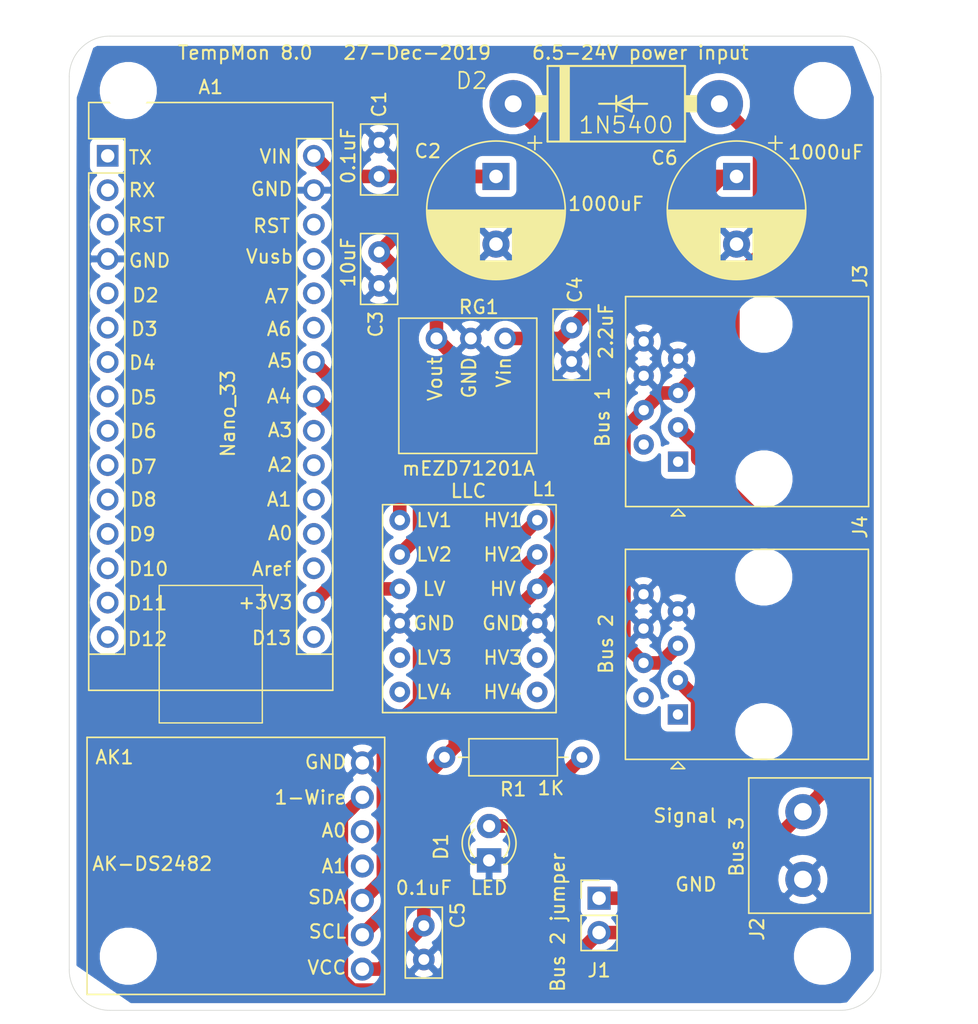
<source format=kicad_pcb>
(kicad_pcb (version 20171130) (host pcbnew "(5.1.2)-2")

  (general
    (thickness 1.6)
    (drawings 12)
    (tracks 81)
    (zones 0)
    (modules 21)
    (nets 47)
  )

  (page A4)
  (layers
    (0 F.Cu signal)
    (31 B.Cu signal)
    (32 B.Adhes user)
    (33 F.Adhes user)
    (34 B.Paste user)
    (35 F.Paste user)
    (36 B.SilkS user)
    (37 F.SilkS user)
    (38 B.Mask user)
    (39 F.Mask user)
    (40 Dwgs.User user)
    (41 Cmts.User user)
    (42 Eco1.User user)
    (43 Eco2.User user)
    (44 Edge.Cuts user)
    (45 Margin user)
    (46 B.CrtYd user)
    (47 F.CrtYd user)
    (48 B.Fab user)
    (49 F.Fab user)
  )

  (setup
    (last_trace_width 1)
    (trace_clearance 0.2)
    (zone_clearance 0.508)
    (zone_45_only no)
    (trace_min 0.2)
    (via_size 0.8)
    (via_drill 0.4)
    (via_min_size 0.4)
    (via_min_drill 0.3)
    (uvia_size 0.3)
    (uvia_drill 0.1)
    (uvias_allowed no)
    (uvia_min_size 0.2)
    (uvia_min_drill 0.1)
    (edge_width 0.05)
    (segment_width 0.2)
    (pcb_text_width 0.3)
    (pcb_text_size 1.5 1.5)
    (mod_edge_width 0.12)
    (mod_text_size 1 1)
    (mod_text_width 0.15)
    (pad_size 1.524 1.524)
    (pad_drill 0.762)
    (pad_to_mask_clearance 0.051)
    (solder_mask_min_width 0.25)
    (aux_axis_origin 0 0)
    (visible_elements 7FFFEFFF)
    (pcbplotparams
      (layerselection 0x010fc_ffffffff)
      (usegerberextensions false)
      (usegerberattributes false)
      (usegerberadvancedattributes false)
      (creategerberjobfile false)
      (excludeedgelayer true)
      (linewidth 0.100000)
      (plotframeref false)
      (viasonmask false)
      (mode 1)
      (useauxorigin false)
      (hpglpennumber 1)
      (hpglpenspeed 20)
      (hpglpendiameter 15.000000)
      (psnegative false)
      (psa4output false)
      (plotreference true)
      (plotvalue true)
      (plotinvisibletext false)
      (padsonsilk false)
      (subtractmaskfromsilk false)
      (outputformat 1)
      (mirror false)
      (drillshape 0)
      (scaleselection 1)
      (outputdirectory "Gerbers/"))
  )

  (net 0 "")
  (net 1 "Net-(L1-Pad12)")
  (net 2 "Net-(L1-Pad6)")
  (net 3 "Net-(L1-Pad5)")
  (net 4 GND)
  (net 5 "Net-(J4-Pad1)")
  (net 6 "Net-(AK1-Pad6)")
  (net 7 "Net-(AK1-Pad5)")
  (net 8 "Net-(AK1-Pad4)")
  (net 9 "Net-(AK1-Pad3)")
  (net 10 "Net-(AK1-Pad2)")
  (net 11 "Net-(D1-Pad2)")
  (net 12 "Net-(D2-PadA)")
  (net 13 "Net-(L1-Pad11)")
  (net 14 "Net-(C4-Pad1)")
  (net 15 "Net-(J1-Pad1)")
  (net 16 "Net-(J3-Pad2)")
  (net 17 "Net-(J3-Pad1)")
  (net 18 "Net-(J4-Pad2)")
  (net 19 "Net-(A1-Pad16)")
  (net 20 "Net-(A1-Pad2)")
  (net 21 "Net-(A1-Pad17)")
  (net 22 "Net-(A1-Pad3)")
  (net 23 "Net-(A1-Pad18)")
  (net 24 "Net-(A1-Pad4)")
  (net 25 "Net-(A1-Pad5)")
  (net 26 "Net-(A1-Pad20)")
  (net 27 "Net-(A1-Pad6)")
  (net 28 "Net-(A1-Pad21)")
  (net 29 "Net-(A1-Pad7)")
  (net 30 "Net-(A1-Pad22)")
  (net 31 "Net-(A1-Pad8)")
  (net 32 "Net-(A1-Pad23)")
  (net 33 "Net-(A1-Pad9)")
  (net 34 "Net-(A1-Pad24)")
  (net 35 "Net-(A1-Pad10)")
  (net 36 "Net-(A1-Pad25)")
  (net 37 "Net-(A1-Pad11)")
  (net 38 "Net-(A1-Pad26)")
  (net 39 "Net-(A1-Pad12)")
  (net 40 "Net-(A1-Pad27)")
  (net 41 "Net-(A1-Pad13)")
  (net 42 "Net-(A1-Pad28)")
  (net 43 "Net-(A1-Pad29)")
  (net 44 "Net-(A1-Pad15)")
  (net 45 "Net-(A1-Pad30)")
  (net 46 "Net-(A1-Pad1)")

  (net_class Default "This is the default net class."
    (clearance 0.2)
    (trace_width 1)
    (via_dia 0.8)
    (via_drill 0.4)
    (uvia_dia 0.3)
    (uvia_drill 0.1)
    (add_net GND)
    (add_net "Net-(A1-Pad1)")
    (add_net "Net-(A1-Pad10)")
    (add_net "Net-(A1-Pad11)")
    (add_net "Net-(A1-Pad12)")
    (add_net "Net-(A1-Pad13)")
    (add_net "Net-(A1-Pad15)")
    (add_net "Net-(A1-Pad16)")
    (add_net "Net-(A1-Pad17)")
    (add_net "Net-(A1-Pad18)")
    (add_net "Net-(A1-Pad2)")
    (add_net "Net-(A1-Pad20)")
    (add_net "Net-(A1-Pad21)")
    (add_net "Net-(A1-Pad22)")
    (add_net "Net-(A1-Pad23)")
    (add_net "Net-(A1-Pad24)")
    (add_net "Net-(A1-Pad25)")
    (add_net "Net-(A1-Pad26)")
    (add_net "Net-(A1-Pad27)")
    (add_net "Net-(A1-Pad28)")
    (add_net "Net-(A1-Pad29)")
    (add_net "Net-(A1-Pad3)")
    (add_net "Net-(A1-Pad30)")
    (add_net "Net-(A1-Pad4)")
    (add_net "Net-(A1-Pad5)")
    (add_net "Net-(A1-Pad6)")
    (add_net "Net-(A1-Pad7)")
    (add_net "Net-(A1-Pad8)")
    (add_net "Net-(A1-Pad9)")
    (add_net "Net-(AK1-Pad2)")
    (add_net "Net-(AK1-Pad3)")
    (add_net "Net-(AK1-Pad4)")
    (add_net "Net-(AK1-Pad5)")
    (add_net "Net-(AK1-Pad6)")
    (add_net "Net-(C4-Pad1)")
    (add_net "Net-(D1-Pad2)")
    (add_net "Net-(D2-PadA)")
    (add_net "Net-(J1-Pad1)")
    (add_net "Net-(J3-Pad1)")
    (add_net "Net-(J3-Pad2)")
    (add_net "Net-(J4-Pad1)")
    (add_net "Net-(J4-Pad2)")
    (add_net "Net-(L1-Pad11)")
    (add_net "Net-(L1-Pad12)")
    (add_net "Net-(L1-Pad5)")
    (add_net "Net-(L1-Pad6)")
  )

  (module "my library:Nano_33" (layer F.Cu) (tedit 5D5AD926) (tstamp 5E06101E)
    (at 116.84 53.848)
    (descr "Arduino Nano, http://www.mouser.com/pdfdocs/Gravitech_Arduino_Nano3_0.pdf")
    (tags "Arduino Nano")
    (path /5E062D93)
    (fp_text reference A1 (at 7.62 -5.08) (layer F.SilkS)
      (effects (font (size 1 1) (thickness 0.15)))
    )
    (fp_text value Nano_33 (at 8.89 19.05 90) (layer F.SilkS)
      (effects (font (size 1 1) (thickness 0.15)))
    )
    (fp_text user D13 (at 12.1158 35.6362) (layer F.SilkS)
      (effects (font (size 1 1) (thickness 0.15)))
    )
    (fp_text user +3V3 (at 11.6586 32.9946) (layer F.SilkS)
      (effects (font (size 1 1) (thickness 0.15)))
    )
    (fp_text user Aref (at 12.1158 30.5308) (layer F.SilkS)
      (effects (font (size 1 1) (thickness 0.15)))
    )
    (fp_text user A0 (at 12.7508 27.8892) (layer F.SilkS)
      (effects (font (size 1 1) (thickness 0.15)))
    )
    (fp_text user A1 (at 12.6746 25.4) (layer F.SilkS)
      (effects (font (size 1 1) (thickness 0.15)))
    )
    (fp_text user A2 (at 12.7508 22.8346) (layer F.SilkS)
      (effects (font (size 1 1) (thickness 0.15)))
    )
    (fp_text user A3 (at 12.7508 20.2692) (layer F.SilkS)
      (effects (font (size 1 1) (thickness 0.15)))
    )
    (fp_text user A4 (at 12.6746 17.78) (layer F.SilkS)
      (effects (font (size 1 1) (thickness 0.15)))
    )
    (fp_text user A5 (at 12.7508 15.1384) (layer F.SilkS)
      (effects (font (size 1 1) (thickness 0.15)))
    )
    (fp_text user A6 (at 12.6746 12.8016) (layer F.SilkS)
      (effects (font (size 1 1) (thickness 0.15)))
    )
    (fp_text user A7 (at 12.5222 10.3886) (layer F.SilkS)
      (effects (font (size 1 1) (thickness 0.15)))
    )
    (fp_text user Vusb (at 11.9634 7.4422) (layer F.SilkS)
      (effects (font (size 1 1) (thickness 0.15)))
    )
    (fp_text user RST (at 12.1158 5.1816) (layer F.SilkS)
      (effects (font (size 1 1) (thickness 0.15)))
    )
    (fp_text user GND (at 12.1158 2.4638) (layer F.SilkS)
      (effects (font (size 1 1) (thickness 0.15)))
    )
    (fp_text user VIN (at 12.4206 0.0508) (layer F.SilkS)
      (effects (font (size 1 1) (thickness 0.15)))
    )
    (fp_text user D12 (at 2.9464 35.7124) (layer F.SilkS)
      (effects (font (size 1 1) (thickness 0.15)))
    )
    (fp_text user D11 (at 2.9464 33.0708) (layer F.SilkS)
      (effects (font (size 1 1) (thickness 0.15)))
    )
    (fp_text user D10 (at 3.0226 30.5308) (layer F.SilkS)
      (effects (font (size 1 1) (thickness 0.15)))
    )
    (fp_text user D9 (at 2.5654 27.9654) (layer F.SilkS)
      (effects (font (size 1 1) (thickness 0.15)))
    )
    (fp_text user D8 (at 2.6416 25.4) (layer F.SilkS)
      (effects (font (size 1 1) (thickness 0.15)))
    )
    (fp_text user D7 (at 2.6416 22.987) (layer F.SilkS)
      (effects (font (size 1 1) (thickness 0.15)))
    )
    (fp_text user D6 (at 2.6416 20.3454) (layer F.SilkS)
      (effects (font (size 1 1) (thickness 0.15)))
    )
    (fp_text user D5 (at 2.6416 17.8562) (layer F.SilkS)
      (effects (font (size 1 1) (thickness 0.15)))
    )
    (fp_text user D4 (at 2.5654 15.2908) (layer F.SilkS)
      (effects (font (size 1 1) (thickness 0.15)))
    )
    (fp_text user D3 (at 2.7178 12.8016) (layer F.SilkS)
      (effects (font (size 1 1) (thickness 0.15)))
    )
    (fp_text user D2 (at 2.794 10.3124) (layer F.SilkS)
      (effects (font (size 1 1) (thickness 0.15)))
    )
    (fp_text user GND (at 3.0988 7.747) (layer F.SilkS)
      (effects (font (size 1 1) (thickness 0.15)))
    )
    (fp_text user RST (at 2.8702 5.1054) (layer F.SilkS)
      (effects (font (size 1 1) (thickness 0.15)))
    )
    (fp_text user RX (at 2.54 2.54) (layer F.SilkS)
      (effects (font (size 1 1) (thickness 0.15)))
    )
    (fp_text user TX (at 2.413 0.127) (layer F.SilkS)
      (effects (font (size 1 1) (thickness 0.15)))
    )
    (fp_text user %R (at 6.35 19.05 90) (layer F.Fab)
      (effects (font (size 1 1) (thickness 0.15)))
    )
    (fp_line (start 1.27 1.27) (end 1.27 -1.27) (layer F.SilkS) (width 0.12))
    (fp_line (start 1.27 -1.27) (end -1.4 -1.27) (layer F.SilkS) (width 0.12))
    (fp_line (start -1.4 1.27) (end -1.4 39.5) (layer F.SilkS) (width 0.12))
    (fp_line (start -1.4 -3.94) (end -1.4 -1.27) (layer F.SilkS) (width 0.12))
    (fp_line (start 13.97 -1.27) (end 16.64 -1.27) (layer F.SilkS) (width 0.12))
    (fp_line (start 13.97 -1.27) (end 13.97 36.83) (layer F.SilkS) (width 0.12))
    (fp_line (start 13.97 36.83) (end 16.64 36.83) (layer F.SilkS) (width 0.12))
    (fp_line (start 1.27 1.27) (end -1.4 1.27) (layer F.SilkS) (width 0.12))
    (fp_line (start 1.27 1.27) (end 1.27 36.83) (layer F.SilkS) (width 0.12))
    (fp_line (start 1.27 36.83) (end -1.4 36.83) (layer F.SilkS) (width 0.12))
    (fp_line (start 3.81 31.75) (end 11.43 31.75) (layer F.SilkS) (width 0.1))
    (fp_line (start 11.43 31.75) (end 11.43 41.91) (layer F.SilkS) (width 0.1))
    (fp_line (start 11.43 41.91) (end 3.81 41.91) (layer F.SilkS) (width 0.1))
    (fp_line (start 3.81 41.91) (end 3.81 31.75) (layer F.SilkS) (width 0.1))
    (fp_line (start -1.4 39.5) (end 16.64 39.5) (layer F.SilkS) (width 0.12))
    (fp_line (start 16.64 39.5) (end 16.64 -3.94) (layer F.SilkS) (width 0.12))
    (fp_line (start 16.64 -3.94) (end -1.4 -3.94) (layer F.SilkS) (width 0.12))
    (fp_line (start 16.51 39.37) (end -1.27 39.37) (layer F.Fab) (width 0.1))
    (fp_line (start -1.27 39.37) (end -1.27 -2.54) (layer F.Fab) (width 0.1))
    (fp_line (start -1.27 -2.54) (end 0 -3.81) (layer F.Fab) (width 0.1))
    (fp_line (start 0 -3.81) (end 16.51 -3.81) (layer F.Fab) (width 0.1))
    (fp_line (start 16.51 -3.81) (end 16.51 39.37) (layer F.Fab) (width 0.1))
    (fp_line (start -1.53 -4.06) (end 16.75 -4.06) (layer F.CrtYd) (width 0.05))
    (fp_line (start -1.53 -4.06) (end -1.53 42.16) (layer F.CrtYd) (width 0.05))
    (fp_line (start 16.75 42.16) (end 16.75 -4.06) (layer F.CrtYd) (width 0.05))
    (fp_line (start 16.75 42.16) (end -1.53 42.16) (layer F.CrtYd) (width 0.05))
    (pad 16 thru_hole rect (at 0 0) (size 1.6 1.6) (drill 0.9906) (layers *.Cu *.Mask)
      (net 19 "Net-(A1-Pad16)"))
    (pad 2 thru_hole oval (at 15.24 33.02) (size 1.6 1.6) (drill 0.9906) (layers *.Cu *.Mask)
      (net 20 "Net-(A1-Pad2)"))
    (pad 17 thru_hole oval (at 0 2.54) (size 1.6 1.6) (drill 0.9906) (layers *.Cu *.Mask)
      (net 21 "Net-(A1-Pad17)"))
    (pad 3 thru_hole oval (at 15.24 30.48) (size 1.6 1.6) (drill 0.9906) (layers *.Cu *.Mask)
      (net 22 "Net-(A1-Pad3)"))
    (pad 18 thru_hole oval (at 0 5.08) (size 1.6 1.6) (drill 0.9906) (layers *.Cu *.Mask)
      (net 23 "Net-(A1-Pad18)"))
    (pad 4 thru_hole oval (at 15.24 27.94) (size 1.6 1.6) (drill 0.9906) (layers *.Cu *.Mask)
      (net 24 "Net-(A1-Pad4)"))
    (pad 19 thru_hole oval (at 0 7.62) (size 1.6 1.6) (drill 0.9906) (layers *.Cu *.Mask)
      (net 4 GND))
    (pad 5 thru_hole oval (at 15.24 25.4) (size 1.6 1.6) (drill 0.9906) (layers *.Cu *.Mask)
      (net 25 "Net-(A1-Pad5)"))
    (pad 20 thru_hole oval (at 0 10.16) (size 1.6 1.6) (drill 0.9906) (layers *.Cu *.Mask)
      (net 26 "Net-(A1-Pad20)"))
    (pad 6 thru_hole oval (at 15.24 22.86) (size 1.6 1.6) (drill 0.9906) (layers *.Cu *.Mask)
      (net 27 "Net-(A1-Pad6)"))
    (pad 21 thru_hole oval (at 0 12.7) (size 1.6 1.6) (drill 0.9906) (layers *.Cu *.Mask)
      (net 28 "Net-(A1-Pad21)"))
    (pad 7 thru_hole oval (at 15.24 20.32) (size 1.6 1.6) (drill 0.9906) (layers *.Cu *.Mask)
      (net 29 "Net-(A1-Pad7)"))
    (pad 22 thru_hole oval (at 0 15.24) (size 1.6 1.6) (drill 0.9906) (layers *.Cu *.Mask)
      (net 30 "Net-(A1-Pad22)"))
    (pad 8 thru_hole oval (at 15.24 17.78) (size 1.6 1.6) (drill 0.9906) (layers *.Cu *.Mask)
      (net 31 "Net-(A1-Pad8)"))
    (pad 23 thru_hole oval (at 0 17.78) (size 1.6 1.6) (drill 0.9906) (layers *.Cu *.Mask)
      (net 32 "Net-(A1-Pad23)"))
    (pad 9 thru_hole oval (at 15.24 15.24) (size 1.6 1.6) (drill 0.9906) (layers *.Cu *.Mask)
      (net 33 "Net-(A1-Pad9)"))
    (pad 24 thru_hole oval (at 0 20.32) (size 1.6 1.6) (drill 0.9906) (layers *.Cu *.Mask)
      (net 34 "Net-(A1-Pad24)"))
    (pad 10 thru_hole oval (at 15.24 12.7) (size 1.6 1.6) (drill 0.9906) (layers *.Cu *.Mask)
      (net 35 "Net-(A1-Pad10)"))
    (pad 25 thru_hole oval (at 0 22.86) (size 1.6 1.6) (drill 0.9906) (layers *.Cu *.Mask)
      (net 36 "Net-(A1-Pad25)"))
    (pad 11 thru_hole oval (at 15.24 10.16) (size 1.6 1.6) (drill 0.9906) (layers *.Cu *.Mask)
      (net 37 "Net-(A1-Pad11)"))
    (pad 26 thru_hole oval (at 0 25.4) (size 1.6 1.6) (drill 0.9906) (layers *.Cu *.Mask)
      (net 38 "Net-(A1-Pad26)"))
    (pad 12 thru_hole oval (at 15.24 7.62) (size 1.6 1.6) (drill 0.9906) (layers *.Cu *.Mask)
      (net 39 "Net-(A1-Pad12)"))
    (pad 27 thru_hole oval (at 0 27.94) (size 1.6 1.6) (drill 0.9906) (layers *.Cu *.Mask)
      (net 40 "Net-(A1-Pad27)"))
    (pad 13 thru_hole oval (at 15.24 5.08) (size 1.6 1.6) (drill 0.9906) (layers *.Cu *.Mask)
      (net 41 "Net-(A1-Pad13)"))
    (pad 28 thru_hole oval (at 0 30.48) (size 1.6 1.6) (drill 0.9906) (layers *.Cu *.Mask)
      (net 42 "Net-(A1-Pad28)"))
    (pad 14 thru_hole oval (at 15.24 2.54) (size 1.6 1.6) (drill 0.9906) (layers *.Cu *.Mask)
      (net 4 GND))
    (pad 29 thru_hole oval (at 0 33.02) (size 1.6 1.6) (drill 0.9906) (layers *.Cu *.Mask)
      (net 43 "Net-(A1-Pad29)"))
    (pad 15 thru_hole oval (at 15.24 0) (size 1.6 1.6) (drill 0.9906) (layers *.Cu *.Mask)
      (net 44 "Net-(A1-Pad15)"))
    (pad 30 thru_hole oval (at 0 35.56) (size 1.6 1.6) (drill 0.9906) (layers *.Cu *.Mask)
      (net 45 "Net-(A1-Pad30)"))
    (pad 1 thru_hole oval (at 15.24 35.56) (size 1.6 1.6) (drill 0.9906) (layers *.Cu *.Mask)
      (net 46 "Net-(A1-Pad1)"))
    (model ${KISYS3DMOD}/Module.3dshapes/Arduino_Nano_WithMountingHoles.wrl
      (at (xyz 0 0 0))
      (scale (xyz 1 1 1))
      (rotate (xyz 0 0 0))
    )
  )

  (module Connector_PinHeader_2.54mm:PinHeader_1x02_P2.54mm_Vertical (layer F.Cu) (tedit 59FED5CC) (tstamp 5E029829)
    (at 153.162 108.712)
    (descr "Through hole straight pin header, 1x02, 2.54mm pitch, single row")
    (tags "Through hole pin header THT 1x02 2.54mm single row")
    (path /5E02B7D1)
    (fp_text reference J1 (at 0 5.334) (layer F.SilkS)
      (effects (font (size 1 1) (thickness 0.15)))
    )
    (fp_text value "Bus 2 jumper" (at -3.048 1.778 270) (layer F.SilkS)
      (effects (font (size 1 1) (thickness 0.15)))
    )
    (fp_text user %R (at 0 1.27 90) (layer F.Fab)
      (effects (font (size 1 1) (thickness 0.15)))
    )
    (fp_line (start 1.8 -1.8) (end -1.8 -1.8) (layer F.CrtYd) (width 0.05))
    (fp_line (start 1.8 4.35) (end 1.8 -1.8) (layer F.CrtYd) (width 0.05))
    (fp_line (start -1.8 4.35) (end 1.8 4.35) (layer F.CrtYd) (width 0.05))
    (fp_line (start -1.8 -1.8) (end -1.8 4.35) (layer F.CrtYd) (width 0.05))
    (fp_line (start -1.33 -1.33) (end 0 -1.33) (layer F.SilkS) (width 0.12))
    (fp_line (start -1.33 0) (end -1.33 -1.33) (layer F.SilkS) (width 0.12))
    (fp_line (start -1.33 1.27) (end 1.33 1.27) (layer F.SilkS) (width 0.12))
    (fp_line (start 1.33 1.27) (end 1.33 3.87) (layer F.SilkS) (width 0.12))
    (fp_line (start -1.33 1.27) (end -1.33 3.87) (layer F.SilkS) (width 0.12))
    (fp_line (start -1.33 3.87) (end 1.33 3.87) (layer F.SilkS) (width 0.12))
    (fp_line (start -1.27 -0.635) (end -0.635 -1.27) (layer F.Fab) (width 0.1))
    (fp_line (start -1.27 3.81) (end -1.27 -0.635) (layer F.Fab) (width 0.1))
    (fp_line (start 1.27 3.81) (end -1.27 3.81) (layer F.Fab) (width 0.1))
    (fp_line (start 1.27 -1.27) (end 1.27 3.81) (layer F.Fab) (width 0.1))
    (fp_line (start -0.635 -1.27) (end 1.27 -1.27) (layer F.Fab) (width 0.1))
    (pad 2 thru_hole oval (at 0 2.54) (size 1.7 1.7) (drill 1) (layers *.Cu *.Mask)
      (net 6 "Net-(AK1-Pad6)"))
    (pad 1 thru_hole rect (at 0 0) (size 1.7 1.7) (drill 1) (layers *.Cu *.Mask)
      (net 15 "Net-(J1-Pad1)"))
    (model ${KISYS3DMOD}/Connector_PinHeader_2.54mm.3dshapes/PinHeader_1x02_P2.54mm_Vertical.wrl
      (at (xyz 0 0 0))
      (scale (xyz 1 1 1))
      (rotate (xyz 0 0 0))
    )
  )

  (module Capacitor_THT:CP_Radial_D10.0mm_P5.00mm (layer F.Cu) (tedit 5AE50EF1) (tstamp 5E02D2AF)
    (at 145.542 55.372 270)
    (descr "CP, Radial series, Radial, pin pitch=5.00mm, , diameter=10mm, Electrolytic Capacitor")
    (tags "CP Radial series Radial pin pitch 5.00mm  diameter 10mm Electrolytic Capacitor")
    (path /5E17C525)
    (fp_text reference C2 (at -1.872 5.042 180) (layer F.SilkS)
      (effects (font (size 1 1) (thickness 0.15)))
    )
    (fp_text value 1000uF (at 2.032 -8.128 180) (layer F.SilkS)
      (effects (font (size 1 1) (thickness 0.15)))
    )
    (fp_text user %R (at 2.5 0 90) (layer F.Fab)
      (effects (font (size 1 1) (thickness 0.15)))
    )
    (fp_line (start -2.479646 -3.375) (end -2.479646 -2.375) (layer F.SilkS) (width 0.12))
    (fp_line (start -2.979646 -2.875) (end -1.979646 -2.875) (layer F.SilkS) (width 0.12))
    (fp_line (start 7.581 -0.599) (end 7.581 0.599) (layer F.SilkS) (width 0.12))
    (fp_line (start 7.541 -0.862) (end 7.541 0.862) (layer F.SilkS) (width 0.12))
    (fp_line (start 7.501 -1.062) (end 7.501 1.062) (layer F.SilkS) (width 0.12))
    (fp_line (start 7.461 -1.23) (end 7.461 1.23) (layer F.SilkS) (width 0.12))
    (fp_line (start 7.421 -1.378) (end 7.421 1.378) (layer F.SilkS) (width 0.12))
    (fp_line (start 7.381 -1.51) (end 7.381 1.51) (layer F.SilkS) (width 0.12))
    (fp_line (start 7.341 -1.63) (end 7.341 1.63) (layer F.SilkS) (width 0.12))
    (fp_line (start 7.301 -1.742) (end 7.301 1.742) (layer F.SilkS) (width 0.12))
    (fp_line (start 7.261 -1.846) (end 7.261 1.846) (layer F.SilkS) (width 0.12))
    (fp_line (start 7.221 -1.944) (end 7.221 1.944) (layer F.SilkS) (width 0.12))
    (fp_line (start 7.181 -2.037) (end 7.181 2.037) (layer F.SilkS) (width 0.12))
    (fp_line (start 7.141 -2.125) (end 7.141 2.125) (layer F.SilkS) (width 0.12))
    (fp_line (start 7.101 -2.209) (end 7.101 2.209) (layer F.SilkS) (width 0.12))
    (fp_line (start 7.061 -2.289) (end 7.061 2.289) (layer F.SilkS) (width 0.12))
    (fp_line (start 7.021 -2.365) (end 7.021 2.365) (layer F.SilkS) (width 0.12))
    (fp_line (start 6.981 -2.439) (end 6.981 2.439) (layer F.SilkS) (width 0.12))
    (fp_line (start 6.941 -2.51) (end 6.941 2.51) (layer F.SilkS) (width 0.12))
    (fp_line (start 6.901 -2.579) (end 6.901 2.579) (layer F.SilkS) (width 0.12))
    (fp_line (start 6.861 -2.645) (end 6.861 2.645) (layer F.SilkS) (width 0.12))
    (fp_line (start 6.821 -2.709) (end 6.821 2.709) (layer F.SilkS) (width 0.12))
    (fp_line (start 6.781 -2.77) (end 6.781 2.77) (layer F.SilkS) (width 0.12))
    (fp_line (start 6.741 -2.83) (end 6.741 2.83) (layer F.SilkS) (width 0.12))
    (fp_line (start 6.701 -2.889) (end 6.701 2.889) (layer F.SilkS) (width 0.12))
    (fp_line (start 6.661 -2.945) (end 6.661 2.945) (layer F.SilkS) (width 0.12))
    (fp_line (start 6.621 -3) (end 6.621 3) (layer F.SilkS) (width 0.12))
    (fp_line (start 6.581 -3.054) (end 6.581 3.054) (layer F.SilkS) (width 0.12))
    (fp_line (start 6.541 -3.106) (end 6.541 3.106) (layer F.SilkS) (width 0.12))
    (fp_line (start 6.501 -3.156) (end 6.501 3.156) (layer F.SilkS) (width 0.12))
    (fp_line (start 6.461 -3.206) (end 6.461 3.206) (layer F.SilkS) (width 0.12))
    (fp_line (start 6.421 -3.254) (end 6.421 3.254) (layer F.SilkS) (width 0.12))
    (fp_line (start 6.381 -3.301) (end 6.381 3.301) (layer F.SilkS) (width 0.12))
    (fp_line (start 6.341 -3.347) (end 6.341 3.347) (layer F.SilkS) (width 0.12))
    (fp_line (start 6.301 -3.392) (end 6.301 3.392) (layer F.SilkS) (width 0.12))
    (fp_line (start 6.261 -3.436) (end 6.261 3.436) (layer F.SilkS) (width 0.12))
    (fp_line (start 6.221 1.241) (end 6.221 3.478) (layer F.SilkS) (width 0.12))
    (fp_line (start 6.221 -3.478) (end 6.221 -1.241) (layer F.SilkS) (width 0.12))
    (fp_line (start 6.181 1.241) (end 6.181 3.52) (layer F.SilkS) (width 0.12))
    (fp_line (start 6.181 -3.52) (end 6.181 -1.241) (layer F.SilkS) (width 0.12))
    (fp_line (start 6.141 1.241) (end 6.141 3.561) (layer F.SilkS) (width 0.12))
    (fp_line (start 6.141 -3.561) (end 6.141 -1.241) (layer F.SilkS) (width 0.12))
    (fp_line (start 6.101 1.241) (end 6.101 3.601) (layer F.SilkS) (width 0.12))
    (fp_line (start 6.101 -3.601) (end 6.101 -1.241) (layer F.SilkS) (width 0.12))
    (fp_line (start 6.061 1.241) (end 6.061 3.64) (layer F.SilkS) (width 0.12))
    (fp_line (start 6.061 -3.64) (end 6.061 -1.241) (layer F.SilkS) (width 0.12))
    (fp_line (start 6.021 1.241) (end 6.021 3.679) (layer F.SilkS) (width 0.12))
    (fp_line (start 6.021 -3.679) (end 6.021 -1.241) (layer F.SilkS) (width 0.12))
    (fp_line (start 5.981 1.241) (end 5.981 3.716) (layer F.SilkS) (width 0.12))
    (fp_line (start 5.981 -3.716) (end 5.981 -1.241) (layer F.SilkS) (width 0.12))
    (fp_line (start 5.941 1.241) (end 5.941 3.753) (layer F.SilkS) (width 0.12))
    (fp_line (start 5.941 -3.753) (end 5.941 -1.241) (layer F.SilkS) (width 0.12))
    (fp_line (start 5.901 1.241) (end 5.901 3.789) (layer F.SilkS) (width 0.12))
    (fp_line (start 5.901 -3.789) (end 5.901 -1.241) (layer F.SilkS) (width 0.12))
    (fp_line (start 5.861 1.241) (end 5.861 3.824) (layer F.SilkS) (width 0.12))
    (fp_line (start 5.861 -3.824) (end 5.861 -1.241) (layer F.SilkS) (width 0.12))
    (fp_line (start 5.821 1.241) (end 5.821 3.858) (layer F.SilkS) (width 0.12))
    (fp_line (start 5.821 -3.858) (end 5.821 -1.241) (layer F.SilkS) (width 0.12))
    (fp_line (start 5.781 1.241) (end 5.781 3.892) (layer F.SilkS) (width 0.12))
    (fp_line (start 5.781 -3.892) (end 5.781 -1.241) (layer F.SilkS) (width 0.12))
    (fp_line (start 5.741 1.241) (end 5.741 3.925) (layer F.SilkS) (width 0.12))
    (fp_line (start 5.741 -3.925) (end 5.741 -1.241) (layer F.SilkS) (width 0.12))
    (fp_line (start 5.701 1.241) (end 5.701 3.957) (layer F.SilkS) (width 0.12))
    (fp_line (start 5.701 -3.957) (end 5.701 -1.241) (layer F.SilkS) (width 0.12))
    (fp_line (start 5.661 1.241) (end 5.661 3.989) (layer F.SilkS) (width 0.12))
    (fp_line (start 5.661 -3.989) (end 5.661 -1.241) (layer F.SilkS) (width 0.12))
    (fp_line (start 5.621 1.241) (end 5.621 4.02) (layer F.SilkS) (width 0.12))
    (fp_line (start 5.621 -4.02) (end 5.621 -1.241) (layer F.SilkS) (width 0.12))
    (fp_line (start 5.581 1.241) (end 5.581 4.05) (layer F.SilkS) (width 0.12))
    (fp_line (start 5.581 -4.05) (end 5.581 -1.241) (layer F.SilkS) (width 0.12))
    (fp_line (start 5.541 1.241) (end 5.541 4.08) (layer F.SilkS) (width 0.12))
    (fp_line (start 5.541 -4.08) (end 5.541 -1.241) (layer F.SilkS) (width 0.12))
    (fp_line (start 5.501 1.241) (end 5.501 4.11) (layer F.SilkS) (width 0.12))
    (fp_line (start 5.501 -4.11) (end 5.501 -1.241) (layer F.SilkS) (width 0.12))
    (fp_line (start 5.461 1.241) (end 5.461 4.138) (layer F.SilkS) (width 0.12))
    (fp_line (start 5.461 -4.138) (end 5.461 -1.241) (layer F.SilkS) (width 0.12))
    (fp_line (start 5.421 1.241) (end 5.421 4.166) (layer F.SilkS) (width 0.12))
    (fp_line (start 5.421 -4.166) (end 5.421 -1.241) (layer F.SilkS) (width 0.12))
    (fp_line (start 5.381 1.241) (end 5.381 4.194) (layer F.SilkS) (width 0.12))
    (fp_line (start 5.381 -4.194) (end 5.381 -1.241) (layer F.SilkS) (width 0.12))
    (fp_line (start 5.341 1.241) (end 5.341 4.221) (layer F.SilkS) (width 0.12))
    (fp_line (start 5.341 -4.221) (end 5.341 -1.241) (layer F.SilkS) (width 0.12))
    (fp_line (start 5.301 1.241) (end 5.301 4.247) (layer F.SilkS) (width 0.12))
    (fp_line (start 5.301 -4.247) (end 5.301 -1.241) (layer F.SilkS) (width 0.12))
    (fp_line (start 5.261 1.241) (end 5.261 4.273) (layer F.SilkS) (width 0.12))
    (fp_line (start 5.261 -4.273) (end 5.261 -1.241) (layer F.SilkS) (width 0.12))
    (fp_line (start 5.221 1.241) (end 5.221 4.298) (layer F.SilkS) (width 0.12))
    (fp_line (start 5.221 -4.298) (end 5.221 -1.241) (layer F.SilkS) (width 0.12))
    (fp_line (start 5.181 1.241) (end 5.181 4.323) (layer F.SilkS) (width 0.12))
    (fp_line (start 5.181 -4.323) (end 5.181 -1.241) (layer F.SilkS) (width 0.12))
    (fp_line (start 5.141 1.241) (end 5.141 4.347) (layer F.SilkS) (width 0.12))
    (fp_line (start 5.141 -4.347) (end 5.141 -1.241) (layer F.SilkS) (width 0.12))
    (fp_line (start 5.101 1.241) (end 5.101 4.371) (layer F.SilkS) (width 0.12))
    (fp_line (start 5.101 -4.371) (end 5.101 -1.241) (layer F.SilkS) (width 0.12))
    (fp_line (start 5.061 1.241) (end 5.061 4.395) (layer F.SilkS) (width 0.12))
    (fp_line (start 5.061 -4.395) (end 5.061 -1.241) (layer F.SilkS) (width 0.12))
    (fp_line (start 5.021 1.241) (end 5.021 4.417) (layer F.SilkS) (width 0.12))
    (fp_line (start 5.021 -4.417) (end 5.021 -1.241) (layer F.SilkS) (width 0.12))
    (fp_line (start 4.981 1.241) (end 4.981 4.44) (layer F.SilkS) (width 0.12))
    (fp_line (start 4.981 -4.44) (end 4.981 -1.241) (layer F.SilkS) (width 0.12))
    (fp_line (start 4.941 1.241) (end 4.941 4.462) (layer F.SilkS) (width 0.12))
    (fp_line (start 4.941 -4.462) (end 4.941 -1.241) (layer F.SilkS) (width 0.12))
    (fp_line (start 4.901 1.241) (end 4.901 4.483) (layer F.SilkS) (width 0.12))
    (fp_line (start 4.901 -4.483) (end 4.901 -1.241) (layer F.SilkS) (width 0.12))
    (fp_line (start 4.861 1.241) (end 4.861 4.504) (layer F.SilkS) (width 0.12))
    (fp_line (start 4.861 -4.504) (end 4.861 -1.241) (layer F.SilkS) (width 0.12))
    (fp_line (start 4.821 1.241) (end 4.821 4.525) (layer F.SilkS) (width 0.12))
    (fp_line (start 4.821 -4.525) (end 4.821 -1.241) (layer F.SilkS) (width 0.12))
    (fp_line (start 4.781 1.241) (end 4.781 4.545) (layer F.SilkS) (width 0.12))
    (fp_line (start 4.781 -4.545) (end 4.781 -1.241) (layer F.SilkS) (width 0.12))
    (fp_line (start 4.741 1.241) (end 4.741 4.564) (layer F.SilkS) (width 0.12))
    (fp_line (start 4.741 -4.564) (end 4.741 -1.241) (layer F.SilkS) (width 0.12))
    (fp_line (start 4.701 1.241) (end 4.701 4.584) (layer F.SilkS) (width 0.12))
    (fp_line (start 4.701 -4.584) (end 4.701 -1.241) (layer F.SilkS) (width 0.12))
    (fp_line (start 4.661 1.241) (end 4.661 4.603) (layer F.SilkS) (width 0.12))
    (fp_line (start 4.661 -4.603) (end 4.661 -1.241) (layer F.SilkS) (width 0.12))
    (fp_line (start 4.621 1.241) (end 4.621 4.621) (layer F.SilkS) (width 0.12))
    (fp_line (start 4.621 -4.621) (end 4.621 -1.241) (layer F.SilkS) (width 0.12))
    (fp_line (start 4.581 1.241) (end 4.581 4.639) (layer F.SilkS) (width 0.12))
    (fp_line (start 4.581 -4.639) (end 4.581 -1.241) (layer F.SilkS) (width 0.12))
    (fp_line (start 4.541 1.241) (end 4.541 4.657) (layer F.SilkS) (width 0.12))
    (fp_line (start 4.541 -4.657) (end 4.541 -1.241) (layer F.SilkS) (width 0.12))
    (fp_line (start 4.501 1.241) (end 4.501 4.674) (layer F.SilkS) (width 0.12))
    (fp_line (start 4.501 -4.674) (end 4.501 -1.241) (layer F.SilkS) (width 0.12))
    (fp_line (start 4.461 1.241) (end 4.461 4.69) (layer F.SilkS) (width 0.12))
    (fp_line (start 4.461 -4.69) (end 4.461 -1.241) (layer F.SilkS) (width 0.12))
    (fp_line (start 4.421 1.241) (end 4.421 4.707) (layer F.SilkS) (width 0.12))
    (fp_line (start 4.421 -4.707) (end 4.421 -1.241) (layer F.SilkS) (width 0.12))
    (fp_line (start 4.381 1.241) (end 4.381 4.723) (layer F.SilkS) (width 0.12))
    (fp_line (start 4.381 -4.723) (end 4.381 -1.241) (layer F.SilkS) (width 0.12))
    (fp_line (start 4.341 1.241) (end 4.341 4.738) (layer F.SilkS) (width 0.12))
    (fp_line (start 4.341 -4.738) (end 4.341 -1.241) (layer F.SilkS) (width 0.12))
    (fp_line (start 4.301 1.241) (end 4.301 4.754) (layer F.SilkS) (width 0.12))
    (fp_line (start 4.301 -4.754) (end 4.301 -1.241) (layer F.SilkS) (width 0.12))
    (fp_line (start 4.261 1.241) (end 4.261 4.768) (layer F.SilkS) (width 0.12))
    (fp_line (start 4.261 -4.768) (end 4.261 -1.241) (layer F.SilkS) (width 0.12))
    (fp_line (start 4.221 1.241) (end 4.221 4.783) (layer F.SilkS) (width 0.12))
    (fp_line (start 4.221 -4.783) (end 4.221 -1.241) (layer F.SilkS) (width 0.12))
    (fp_line (start 4.181 1.241) (end 4.181 4.797) (layer F.SilkS) (width 0.12))
    (fp_line (start 4.181 -4.797) (end 4.181 -1.241) (layer F.SilkS) (width 0.12))
    (fp_line (start 4.141 1.241) (end 4.141 4.811) (layer F.SilkS) (width 0.12))
    (fp_line (start 4.141 -4.811) (end 4.141 -1.241) (layer F.SilkS) (width 0.12))
    (fp_line (start 4.101 1.241) (end 4.101 4.824) (layer F.SilkS) (width 0.12))
    (fp_line (start 4.101 -4.824) (end 4.101 -1.241) (layer F.SilkS) (width 0.12))
    (fp_line (start 4.061 1.241) (end 4.061 4.837) (layer F.SilkS) (width 0.12))
    (fp_line (start 4.061 -4.837) (end 4.061 -1.241) (layer F.SilkS) (width 0.12))
    (fp_line (start 4.021 1.241) (end 4.021 4.85) (layer F.SilkS) (width 0.12))
    (fp_line (start 4.021 -4.85) (end 4.021 -1.241) (layer F.SilkS) (width 0.12))
    (fp_line (start 3.981 1.241) (end 3.981 4.862) (layer F.SilkS) (width 0.12))
    (fp_line (start 3.981 -4.862) (end 3.981 -1.241) (layer F.SilkS) (width 0.12))
    (fp_line (start 3.941 1.241) (end 3.941 4.874) (layer F.SilkS) (width 0.12))
    (fp_line (start 3.941 -4.874) (end 3.941 -1.241) (layer F.SilkS) (width 0.12))
    (fp_line (start 3.901 1.241) (end 3.901 4.885) (layer F.SilkS) (width 0.12))
    (fp_line (start 3.901 -4.885) (end 3.901 -1.241) (layer F.SilkS) (width 0.12))
    (fp_line (start 3.861 1.241) (end 3.861 4.897) (layer F.SilkS) (width 0.12))
    (fp_line (start 3.861 -4.897) (end 3.861 -1.241) (layer F.SilkS) (width 0.12))
    (fp_line (start 3.821 1.241) (end 3.821 4.907) (layer F.SilkS) (width 0.12))
    (fp_line (start 3.821 -4.907) (end 3.821 -1.241) (layer F.SilkS) (width 0.12))
    (fp_line (start 3.781 1.241) (end 3.781 4.918) (layer F.SilkS) (width 0.12))
    (fp_line (start 3.781 -4.918) (end 3.781 -1.241) (layer F.SilkS) (width 0.12))
    (fp_line (start 3.741 -4.928) (end 3.741 4.928) (layer F.SilkS) (width 0.12))
    (fp_line (start 3.701 -4.938) (end 3.701 4.938) (layer F.SilkS) (width 0.12))
    (fp_line (start 3.661 -4.947) (end 3.661 4.947) (layer F.SilkS) (width 0.12))
    (fp_line (start 3.621 -4.956) (end 3.621 4.956) (layer F.SilkS) (width 0.12))
    (fp_line (start 3.581 -4.965) (end 3.581 4.965) (layer F.SilkS) (width 0.12))
    (fp_line (start 3.541 -4.974) (end 3.541 4.974) (layer F.SilkS) (width 0.12))
    (fp_line (start 3.501 -4.982) (end 3.501 4.982) (layer F.SilkS) (width 0.12))
    (fp_line (start 3.461 -4.99) (end 3.461 4.99) (layer F.SilkS) (width 0.12))
    (fp_line (start 3.421 -4.997) (end 3.421 4.997) (layer F.SilkS) (width 0.12))
    (fp_line (start 3.381 -5.004) (end 3.381 5.004) (layer F.SilkS) (width 0.12))
    (fp_line (start 3.341 -5.011) (end 3.341 5.011) (layer F.SilkS) (width 0.12))
    (fp_line (start 3.301 -5.018) (end 3.301 5.018) (layer F.SilkS) (width 0.12))
    (fp_line (start 3.261 -5.024) (end 3.261 5.024) (layer F.SilkS) (width 0.12))
    (fp_line (start 3.221 -5.03) (end 3.221 5.03) (layer F.SilkS) (width 0.12))
    (fp_line (start 3.18 -5.035) (end 3.18 5.035) (layer F.SilkS) (width 0.12))
    (fp_line (start 3.14 -5.04) (end 3.14 5.04) (layer F.SilkS) (width 0.12))
    (fp_line (start 3.1 -5.045) (end 3.1 5.045) (layer F.SilkS) (width 0.12))
    (fp_line (start 3.06 -5.05) (end 3.06 5.05) (layer F.SilkS) (width 0.12))
    (fp_line (start 3.02 -5.054) (end 3.02 5.054) (layer F.SilkS) (width 0.12))
    (fp_line (start 2.98 -5.058) (end 2.98 5.058) (layer F.SilkS) (width 0.12))
    (fp_line (start 2.94 -5.062) (end 2.94 5.062) (layer F.SilkS) (width 0.12))
    (fp_line (start 2.9 -5.065) (end 2.9 5.065) (layer F.SilkS) (width 0.12))
    (fp_line (start 2.86 -5.068) (end 2.86 5.068) (layer F.SilkS) (width 0.12))
    (fp_line (start 2.82 -5.07) (end 2.82 5.07) (layer F.SilkS) (width 0.12))
    (fp_line (start 2.78 -5.073) (end 2.78 5.073) (layer F.SilkS) (width 0.12))
    (fp_line (start 2.74 -5.075) (end 2.74 5.075) (layer F.SilkS) (width 0.12))
    (fp_line (start 2.7 -5.077) (end 2.7 5.077) (layer F.SilkS) (width 0.12))
    (fp_line (start 2.66 -5.078) (end 2.66 5.078) (layer F.SilkS) (width 0.12))
    (fp_line (start 2.62 -5.079) (end 2.62 5.079) (layer F.SilkS) (width 0.12))
    (fp_line (start 2.58 -5.08) (end 2.58 5.08) (layer F.SilkS) (width 0.12))
    (fp_line (start 2.54 -5.08) (end 2.54 5.08) (layer F.SilkS) (width 0.12))
    (fp_line (start 2.5 -5.08) (end 2.5 5.08) (layer F.SilkS) (width 0.12))
    (fp_line (start -1.288861 -2.6875) (end -1.288861 -1.6875) (layer F.Fab) (width 0.1))
    (fp_line (start -1.788861 -2.1875) (end -0.788861 -2.1875) (layer F.Fab) (width 0.1))
    (fp_circle (center 2.5 0) (end 7.75 0) (layer F.CrtYd) (width 0.05))
    (fp_circle (center 2.5 0) (end 7.62 0) (layer F.SilkS) (width 0.12))
    (fp_circle (center 2.5 0) (end 7.5 0) (layer F.Fab) (width 0.1))
    (pad 2 thru_hole circle (at 5 0 270) (size 2 2) (drill 1) (layers *.Cu *.Mask)
      (net 4 GND))
    (pad 1 thru_hole rect (at 0 0 270) (size 2 2) (drill 1) (layers *.Cu *.Mask)
      (net 44 "Net-(A1-Pad15)"))
    (model ${KISYS3DMOD}/Capacitor_THT.3dshapes/CP_Radial_D10.0mm_P5.00mm.wrl
      (at (xyz 0 0 0))
      (scale (xyz 1 1 1))
      (rotate (xyz 0 0 0))
    )
  )

  (module "my library:Phoenix_2_pin_5mm_terminal_block" (layer F.Cu) (tedit 5D6B1C47) (tstamp 5D569804)
    (at 173.228 99.822 270)
    (path /5D56677A)
    (fp_text reference J2 (at 11.176 8.382 90) (layer F.SilkS)
      (effects (font (size 1 1) (thickness 0.15)))
    )
    (fp_text value "Bus 3" (at 5.08 9.906 270) (layer F.SilkS)
      (effects (font (size 1 1) (thickness 0.15)))
    )
    (fp_line (start 10 0) (end 10 9) (layer F.SilkS) (width 0.12))
    (fp_line (start 0 0) (end 0 9) (layer F.SilkS) (width 0.12))
    (fp_line (start 0 9) (end 10 9) (layer F.SilkS) (width 0.12))
    (fp_line (start 0 0) (end 10 0) (layer F.SilkS) (width 0.12))
    (pad 2 thru_hole circle (at 7.5 5 270) (size 2.6 2.6) (drill 1.3) (layers *.Cu *.Mask)
      (net 4 GND))
    (pad 1 thru_hole circle (at 2.5 5 270) (size 2.6 2.6) (drill 1.3) (layers *.Cu *.Mask)
      (net 6 "Net-(AK1-Pad6)"))
  )

  (module "my library:1N5400" (layer F.Cu) (tedit 5DFAB2C1) (tstamp 5D570F3D)
    (at 154.432 50)
    (descr "<B>DIODE</B><p>\ndiameter 5.6 mm, horizontal, grid 15.24 mm")
    (path /5D5D707D)
    (fp_text reference D2 (at -9.432 -1 180) (layer F.SilkS)
      (effects (font (size 1.2065 1.2065) (thickness 0.127)) (justify right bottom))
    )
    (fp_text value 1N5400 (at 4.318 2.286 180) (layer F.SilkS)
      (effects (font (size 1.2065 1.2065) (thickness 0.127)) (justify right bottom))
    )
    (fp_line (start -1.27 0) (end 0 0) (layer F.SilkS) (width 0.1524))
    (fp_line (start 0 -0.5842) (end 0 0) (layer F.SilkS) (width 0.1524))
    (fp_line (start 0 0) (end 1.143 -0.5842) (layer F.SilkS) (width 0.1524))
    (fp_line (start 1.143 -0.5842) (end 1.143 0.5842) (layer F.SilkS) (width 0.1524))
    (fp_line (start 1.143 0.5842) (end 0 0) (layer F.SilkS) (width 0.1524))
    (fp_line (start 0 0) (end 2.286 0) (layer F.SilkS) (width 0.1524))
    (fp_line (start 0 0) (end 0 0.5842) (layer F.SilkS) (width 0.1524))
    (fp_line (start -5.08 2.794) (end -5.08 -2.794) (layer F.SilkS) (width 0.1524))
    (fp_line (start 5.08 -2.794) (end 5.08 2.794) (layer F.SilkS) (width 0.1524))
    (fp_line (start -5.08 -2.794) (end 5.08 -2.794) (layer F.SilkS) (width 0.1524))
    (fp_line (start 5.08 2.794) (end -5.08 2.794) (layer F.SilkS) (width 0.1524))
    (fp_line (start 7.62 0) (end 6.223 0) (layer F.Fab) (width 1.27))
    (fp_line (start -7.62 0) (end -6.223 0) (layer F.Fab) (width 1.27))
    (fp_poly (pts (xy -4.191 2.794) (xy -3.429 2.794) (xy -3.429 -2.794) (xy -4.191 -2.794)) (layer F.SilkS) (width 0))
    (fp_poly (pts (xy -5.969 0.635) (xy -5.08 0.635) (xy -5.08 -0.635) (xy -5.969 -0.635)) (layer F.SilkS) (width 0))
    (fp_poly (pts (xy 5.08 0.635) (xy 5.969 0.635) (xy 5.969 -0.635) (xy 5.08 -0.635)) (layer F.SilkS) (width 0))
    (pad C thru_hole circle (at -7.62 0) (size 3.5 3.5) (drill 1.25) (layers *.Cu *.Mask)
      (net 14 "Net-(C4-Pad1)") (solder_mask_margin 0.1016))
    (pad A thru_hole circle (at 7.62 0) (size 3.5 3.5) (drill 1.25) (layers *.Cu *.Mask)
      (net 12 "Net-(D2-PadA)") (solder_mask_margin 0.1016))
  )

  (module "my library:mEZD71201A" (layer F.Cu) (tedit 5DB4C6B1) (tstamp 5E02A711)
    (at 148.560324 75.845 180)
    (path /5E171098)
    (fp_text reference RG1 (at 4.288324 10.821) (layer F.SilkS)
      (effects (font (size 1 1) (thickness 0.15)))
    )
    (fp_text value mEZD71201A (at 5.050324 -1.117) (layer F.SilkS)
      (effects (font (size 1 1) (thickness 0.15)))
    )
    (fp_line (start 0 0) (end 0 10) (layer F.SilkS) (width 0.12))
    (fp_line (start 10.2 0) (end 10.2 10) (layer F.SilkS) (width 0.12))
    (fp_line (start 0 10) (end 10.2 10) (layer F.SilkS) (width 0.12))
    (fp_line (start 0 0) (end 10.2 0) (layer F.SilkS) (width 0.12))
    (fp_text user Vin (at 2.4384 6 90) (layer F.SilkS)
      (effects (font (size 1 1) (thickness 0.15)))
    )
    (fp_text user GND (at 5.0038 5.595238 90) (layer F.SilkS)
      (effects (font (size 1 1) (thickness 0.15)))
    )
    (fp_text user Vout (at 7.5184 5.5 90) (layer F.SilkS)
      (effects (font (size 1 1) (thickness 0.15)))
    )
    (pad 3 thru_hole circle (at 7.4168 8.5 270) (size 1.59 1.59) (drill 0.89) (layers *.Cu *.Mask)
      (net 44 "Net-(A1-Pad15)"))
    (pad 2 thru_hole circle (at 4.8768 8.5 270) (size 1.59 1.59) (drill 0.89) (layers *.Cu *.Mask)
      (net 4 GND))
    (pad 1 thru_hole circle (at 2.3368 8.5 270) (size 1.59 1.59) (drill 0.89) (layers *.Cu *.Mask)
      (net 14 "Net-(C4-Pad1)"))
  )

  (module Capacitor_THT:C_Disc_D5.0mm_W2.5mm_P2.50mm (layer F.Cu) (tedit 5AE50EF0) (tstamp 5E0278ED)
    (at 151.13 66.548 270)
    (descr "C, Disc series, Radial, pin pitch=2.50mm, , diameter*width=5*2.5mm^2, Capacitor, http://cdn-reichelt.de/documents/datenblatt/B300/DS_KERKO_TC.pdf")
    (tags "C Disc series Radial pin pitch 2.50mm  diameter 5mm width 2.5mm Capacitor")
    (path /5E060C19)
    (fp_text reference C4 (at -2.794 -0.254 90) (layer F.SilkS)
      (effects (font (size 1 1) (thickness 0.15)))
    )
    (fp_text value 2.2uF (at 0.254 -2.54 90) (layer F.SilkS)
      (effects (font (size 1 1) (thickness 0.15)))
    )
    (fp_text user %R (at 1.25 0 90) (layer F.Fab)
      (effects (font (size 1 1) (thickness 0.15)))
    )
    (fp_line (start 4 -1.5) (end -1.5 -1.5) (layer F.CrtYd) (width 0.05))
    (fp_line (start 4 1.5) (end 4 -1.5) (layer F.CrtYd) (width 0.05))
    (fp_line (start -1.5 1.5) (end 4 1.5) (layer F.CrtYd) (width 0.05))
    (fp_line (start -1.5 -1.5) (end -1.5 1.5) (layer F.CrtYd) (width 0.05))
    (fp_line (start 3.87 -1.37) (end 3.87 1.37) (layer F.SilkS) (width 0.12))
    (fp_line (start -1.37 -1.37) (end -1.37 1.37) (layer F.SilkS) (width 0.12))
    (fp_line (start -1.37 1.37) (end 3.87 1.37) (layer F.SilkS) (width 0.12))
    (fp_line (start -1.37 -1.37) (end 3.87 -1.37) (layer F.SilkS) (width 0.12))
    (fp_line (start 3.75 -1.25) (end -1.25 -1.25) (layer F.Fab) (width 0.1))
    (fp_line (start 3.75 1.25) (end 3.75 -1.25) (layer F.Fab) (width 0.1))
    (fp_line (start -1.25 1.25) (end 3.75 1.25) (layer F.Fab) (width 0.1))
    (fp_line (start -1.25 -1.25) (end -1.25 1.25) (layer F.Fab) (width 0.1))
    (pad 2 thru_hole circle (at 2.5 0 270) (size 1.6 1.6) (drill 0.8) (layers *.Cu *.Mask)
      (net 4 GND))
    (pad 1 thru_hole circle (at 0 0 270) (size 1.6 1.6) (drill 0.8) (layers *.Cu *.Mask)
      (net 14 "Net-(C4-Pad1)"))
    (model ${KISYS3DMOD}/Capacitor_THT.3dshapes/C_Disc_D5.0mm_W2.5mm_P2.50mm.wrl
      (at (xyz 0 0 0))
      (scale (xyz 1 1 1))
      (rotate (xyz 0 0 0))
    )
  )

  (module Capacitor_THT:C_Disc_D5.0mm_W2.5mm_P2.50mm (layer F.Cu) (tedit 5AE50EF0) (tstamp 5E027821)
    (at 136.906 60.96 270)
    (descr "C, Disc series, Radial, pin pitch=2.50mm, , diameter*width=5*2.5mm^2, Capacitor, http://cdn-reichelt.de/documents/datenblatt/B300/DS_KERKO_TC.pdf")
    (tags "C Disc series Radial pin pitch 2.50mm  diameter 5mm width 2.5mm Capacitor")
    (path /5E073D18)
    (fp_text reference C3 (at 5.334 0.254 90) (layer F.SilkS)
      (effects (font (size 1 1) (thickness 0.15)))
    )
    (fp_text value 10uF (at 0.762 2.286 90) (layer F.SilkS)
      (effects (font (size 1 1) (thickness 0.15)))
    )
    (fp_text user %R (at 1.25 0 90) (layer F.Fab)
      (effects (font (size 1 1) (thickness 0.15)))
    )
    (fp_line (start 4 -1.5) (end -1.5 -1.5) (layer F.CrtYd) (width 0.05))
    (fp_line (start 4 1.5) (end 4 -1.5) (layer F.CrtYd) (width 0.05))
    (fp_line (start -1.5 1.5) (end 4 1.5) (layer F.CrtYd) (width 0.05))
    (fp_line (start -1.5 -1.5) (end -1.5 1.5) (layer F.CrtYd) (width 0.05))
    (fp_line (start 3.87 -1.37) (end 3.87 1.37) (layer F.SilkS) (width 0.12))
    (fp_line (start -1.37 -1.37) (end -1.37 1.37) (layer F.SilkS) (width 0.12))
    (fp_line (start -1.37 1.37) (end 3.87 1.37) (layer F.SilkS) (width 0.12))
    (fp_line (start -1.37 -1.37) (end 3.87 -1.37) (layer F.SilkS) (width 0.12))
    (fp_line (start 3.75 -1.25) (end -1.25 -1.25) (layer F.Fab) (width 0.1))
    (fp_line (start 3.75 1.25) (end 3.75 -1.25) (layer F.Fab) (width 0.1))
    (fp_line (start -1.25 1.25) (end 3.75 1.25) (layer F.Fab) (width 0.1))
    (fp_line (start -1.25 -1.25) (end -1.25 1.25) (layer F.Fab) (width 0.1))
    (pad 2 thru_hole circle (at 2.5 0 270) (size 1.6 1.6) (drill 0.8) (layers *.Cu *.Mask)
      (net 4 GND))
    (pad 1 thru_hole circle (at 0 0 270) (size 1.6 1.6) (drill 0.8) (layers *.Cu *.Mask)
      (net 44 "Net-(A1-Pad15)"))
    (model ${KISYS3DMOD}/Capacitor_THT.3dshapes/C_Disc_D5.0mm_W2.5mm_P2.50mm.wrl
      (at (xyz 0 0 0))
      (scale (xyz 1 1 1))
      (rotate (xyz 0 0 0))
    )
  )

  (module Capacitor_THT:CP_Radial_D10.0mm_P5.00mm (layer F.Cu) (tedit 5AE50EF1) (tstamp 5E028D4E)
    (at 163.322 55.372 270)
    (descr "CP, Radial series, Radial, pin pitch=5.00mm, , diameter=10mm, Electrolytic Capacitor")
    (tags "CP Radial series Radial pin pitch 5.00mm  diameter 10mm Electrolytic Capacitor")
    (path /5D62B1B5)
    (fp_text reference C6 (at -1.372 5.322 180) (layer F.SilkS)
      (effects (font (size 1 1) (thickness 0.15)))
    )
    (fp_text value 1000uF (at -1.778 -6.604) (layer F.SilkS)
      (effects (font (size 1 1) (thickness 0.15)))
    )
    (fp_text user %R (at 2.5 0 90) (layer F.Fab)
      (effects (font (size 1 1) (thickness 0.15)))
    )
    (fp_line (start -2.479646 -3.375) (end -2.479646 -2.375) (layer F.SilkS) (width 0.12))
    (fp_line (start -2.979646 -2.875) (end -1.979646 -2.875) (layer F.SilkS) (width 0.12))
    (fp_line (start 7.581 -0.599) (end 7.581 0.599) (layer F.SilkS) (width 0.12))
    (fp_line (start 7.541 -0.862) (end 7.541 0.862) (layer F.SilkS) (width 0.12))
    (fp_line (start 7.501 -1.062) (end 7.501 1.062) (layer F.SilkS) (width 0.12))
    (fp_line (start 7.461 -1.23) (end 7.461 1.23) (layer F.SilkS) (width 0.12))
    (fp_line (start 7.421 -1.378) (end 7.421 1.378) (layer F.SilkS) (width 0.12))
    (fp_line (start 7.381 -1.51) (end 7.381 1.51) (layer F.SilkS) (width 0.12))
    (fp_line (start 7.341 -1.63) (end 7.341 1.63) (layer F.SilkS) (width 0.12))
    (fp_line (start 7.301 -1.742) (end 7.301 1.742) (layer F.SilkS) (width 0.12))
    (fp_line (start 7.261 -1.846) (end 7.261 1.846) (layer F.SilkS) (width 0.12))
    (fp_line (start 7.221 -1.944) (end 7.221 1.944) (layer F.SilkS) (width 0.12))
    (fp_line (start 7.181 -2.037) (end 7.181 2.037) (layer F.SilkS) (width 0.12))
    (fp_line (start 7.141 -2.125) (end 7.141 2.125) (layer F.SilkS) (width 0.12))
    (fp_line (start 7.101 -2.209) (end 7.101 2.209) (layer F.SilkS) (width 0.12))
    (fp_line (start 7.061 -2.289) (end 7.061 2.289) (layer F.SilkS) (width 0.12))
    (fp_line (start 7.021 -2.365) (end 7.021 2.365) (layer F.SilkS) (width 0.12))
    (fp_line (start 6.981 -2.439) (end 6.981 2.439) (layer F.SilkS) (width 0.12))
    (fp_line (start 6.941 -2.51) (end 6.941 2.51) (layer F.SilkS) (width 0.12))
    (fp_line (start 6.901 -2.579) (end 6.901 2.579) (layer F.SilkS) (width 0.12))
    (fp_line (start 6.861 -2.645) (end 6.861 2.645) (layer F.SilkS) (width 0.12))
    (fp_line (start 6.821 -2.709) (end 6.821 2.709) (layer F.SilkS) (width 0.12))
    (fp_line (start 6.781 -2.77) (end 6.781 2.77) (layer F.SilkS) (width 0.12))
    (fp_line (start 6.741 -2.83) (end 6.741 2.83) (layer F.SilkS) (width 0.12))
    (fp_line (start 6.701 -2.889) (end 6.701 2.889) (layer F.SilkS) (width 0.12))
    (fp_line (start 6.661 -2.945) (end 6.661 2.945) (layer F.SilkS) (width 0.12))
    (fp_line (start 6.621 -3) (end 6.621 3) (layer F.SilkS) (width 0.12))
    (fp_line (start 6.581 -3.054) (end 6.581 3.054) (layer F.SilkS) (width 0.12))
    (fp_line (start 6.541 -3.106) (end 6.541 3.106) (layer F.SilkS) (width 0.12))
    (fp_line (start 6.501 -3.156) (end 6.501 3.156) (layer F.SilkS) (width 0.12))
    (fp_line (start 6.461 -3.206) (end 6.461 3.206) (layer F.SilkS) (width 0.12))
    (fp_line (start 6.421 -3.254) (end 6.421 3.254) (layer F.SilkS) (width 0.12))
    (fp_line (start 6.381 -3.301) (end 6.381 3.301) (layer F.SilkS) (width 0.12))
    (fp_line (start 6.341 -3.347) (end 6.341 3.347) (layer F.SilkS) (width 0.12))
    (fp_line (start 6.301 -3.392) (end 6.301 3.392) (layer F.SilkS) (width 0.12))
    (fp_line (start 6.261 -3.436) (end 6.261 3.436) (layer F.SilkS) (width 0.12))
    (fp_line (start 6.221 1.241) (end 6.221 3.478) (layer F.SilkS) (width 0.12))
    (fp_line (start 6.221 -3.478) (end 6.221 -1.241) (layer F.SilkS) (width 0.12))
    (fp_line (start 6.181 1.241) (end 6.181 3.52) (layer F.SilkS) (width 0.12))
    (fp_line (start 6.181 -3.52) (end 6.181 -1.241) (layer F.SilkS) (width 0.12))
    (fp_line (start 6.141 1.241) (end 6.141 3.561) (layer F.SilkS) (width 0.12))
    (fp_line (start 6.141 -3.561) (end 6.141 -1.241) (layer F.SilkS) (width 0.12))
    (fp_line (start 6.101 1.241) (end 6.101 3.601) (layer F.SilkS) (width 0.12))
    (fp_line (start 6.101 -3.601) (end 6.101 -1.241) (layer F.SilkS) (width 0.12))
    (fp_line (start 6.061 1.241) (end 6.061 3.64) (layer F.SilkS) (width 0.12))
    (fp_line (start 6.061 -3.64) (end 6.061 -1.241) (layer F.SilkS) (width 0.12))
    (fp_line (start 6.021 1.241) (end 6.021 3.679) (layer F.SilkS) (width 0.12))
    (fp_line (start 6.021 -3.679) (end 6.021 -1.241) (layer F.SilkS) (width 0.12))
    (fp_line (start 5.981 1.241) (end 5.981 3.716) (layer F.SilkS) (width 0.12))
    (fp_line (start 5.981 -3.716) (end 5.981 -1.241) (layer F.SilkS) (width 0.12))
    (fp_line (start 5.941 1.241) (end 5.941 3.753) (layer F.SilkS) (width 0.12))
    (fp_line (start 5.941 -3.753) (end 5.941 -1.241) (layer F.SilkS) (width 0.12))
    (fp_line (start 5.901 1.241) (end 5.901 3.789) (layer F.SilkS) (width 0.12))
    (fp_line (start 5.901 -3.789) (end 5.901 -1.241) (layer F.SilkS) (width 0.12))
    (fp_line (start 5.861 1.241) (end 5.861 3.824) (layer F.SilkS) (width 0.12))
    (fp_line (start 5.861 -3.824) (end 5.861 -1.241) (layer F.SilkS) (width 0.12))
    (fp_line (start 5.821 1.241) (end 5.821 3.858) (layer F.SilkS) (width 0.12))
    (fp_line (start 5.821 -3.858) (end 5.821 -1.241) (layer F.SilkS) (width 0.12))
    (fp_line (start 5.781 1.241) (end 5.781 3.892) (layer F.SilkS) (width 0.12))
    (fp_line (start 5.781 -3.892) (end 5.781 -1.241) (layer F.SilkS) (width 0.12))
    (fp_line (start 5.741 1.241) (end 5.741 3.925) (layer F.SilkS) (width 0.12))
    (fp_line (start 5.741 -3.925) (end 5.741 -1.241) (layer F.SilkS) (width 0.12))
    (fp_line (start 5.701 1.241) (end 5.701 3.957) (layer F.SilkS) (width 0.12))
    (fp_line (start 5.701 -3.957) (end 5.701 -1.241) (layer F.SilkS) (width 0.12))
    (fp_line (start 5.661 1.241) (end 5.661 3.989) (layer F.SilkS) (width 0.12))
    (fp_line (start 5.661 -3.989) (end 5.661 -1.241) (layer F.SilkS) (width 0.12))
    (fp_line (start 5.621 1.241) (end 5.621 4.02) (layer F.SilkS) (width 0.12))
    (fp_line (start 5.621 -4.02) (end 5.621 -1.241) (layer F.SilkS) (width 0.12))
    (fp_line (start 5.581 1.241) (end 5.581 4.05) (layer F.SilkS) (width 0.12))
    (fp_line (start 5.581 -4.05) (end 5.581 -1.241) (layer F.SilkS) (width 0.12))
    (fp_line (start 5.541 1.241) (end 5.541 4.08) (layer F.SilkS) (width 0.12))
    (fp_line (start 5.541 -4.08) (end 5.541 -1.241) (layer F.SilkS) (width 0.12))
    (fp_line (start 5.501 1.241) (end 5.501 4.11) (layer F.SilkS) (width 0.12))
    (fp_line (start 5.501 -4.11) (end 5.501 -1.241) (layer F.SilkS) (width 0.12))
    (fp_line (start 5.461 1.241) (end 5.461 4.138) (layer F.SilkS) (width 0.12))
    (fp_line (start 5.461 -4.138) (end 5.461 -1.241) (layer F.SilkS) (width 0.12))
    (fp_line (start 5.421 1.241) (end 5.421 4.166) (layer F.SilkS) (width 0.12))
    (fp_line (start 5.421 -4.166) (end 5.421 -1.241) (layer F.SilkS) (width 0.12))
    (fp_line (start 5.381 1.241) (end 5.381 4.194) (layer F.SilkS) (width 0.12))
    (fp_line (start 5.381 -4.194) (end 5.381 -1.241) (layer F.SilkS) (width 0.12))
    (fp_line (start 5.341 1.241) (end 5.341 4.221) (layer F.SilkS) (width 0.12))
    (fp_line (start 5.341 -4.221) (end 5.341 -1.241) (layer F.SilkS) (width 0.12))
    (fp_line (start 5.301 1.241) (end 5.301 4.247) (layer F.SilkS) (width 0.12))
    (fp_line (start 5.301 -4.247) (end 5.301 -1.241) (layer F.SilkS) (width 0.12))
    (fp_line (start 5.261 1.241) (end 5.261 4.273) (layer F.SilkS) (width 0.12))
    (fp_line (start 5.261 -4.273) (end 5.261 -1.241) (layer F.SilkS) (width 0.12))
    (fp_line (start 5.221 1.241) (end 5.221 4.298) (layer F.SilkS) (width 0.12))
    (fp_line (start 5.221 -4.298) (end 5.221 -1.241) (layer F.SilkS) (width 0.12))
    (fp_line (start 5.181 1.241) (end 5.181 4.323) (layer F.SilkS) (width 0.12))
    (fp_line (start 5.181 -4.323) (end 5.181 -1.241) (layer F.SilkS) (width 0.12))
    (fp_line (start 5.141 1.241) (end 5.141 4.347) (layer F.SilkS) (width 0.12))
    (fp_line (start 5.141 -4.347) (end 5.141 -1.241) (layer F.SilkS) (width 0.12))
    (fp_line (start 5.101 1.241) (end 5.101 4.371) (layer F.SilkS) (width 0.12))
    (fp_line (start 5.101 -4.371) (end 5.101 -1.241) (layer F.SilkS) (width 0.12))
    (fp_line (start 5.061 1.241) (end 5.061 4.395) (layer F.SilkS) (width 0.12))
    (fp_line (start 5.061 -4.395) (end 5.061 -1.241) (layer F.SilkS) (width 0.12))
    (fp_line (start 5.021 1.241) (end 5.021 4.417) (layer F.SilkS) (width 0.12))
    (fp_line (start 5.021 -4.417) (end 5.021 -1.241) (layer F.SilkS) (width 0.12))
    (fp_line (start 4.981 1.241) (end 4.981 4.44) (layer F.SilkS) (width 0.12))
    (fp_line (start 4.981 -4.44) (end 4.981 -1.241) (layer F.SilkS) (width 0.12))
    (fp_line (start 4.941 1.241) (end 4.941 4.462) (layer F.SilkS) (width 0.12))
    (fp_line (start 4.941 -4.462) (end 4.941 -1.241) (layer F.SilkS) (width 0.12))
    (fp_line (start 4.901 1.241) (end 4.901 4.483) (layer F.SilkS) (width 0.12))
    (fp_line (start 4.901 -4.483) (end 4.901 -1.241) (layer F.SilkS) (width 0.12))
    (fp_line (start 4.861 1.241) (end 4.861 4.504) (layer F.SilkS) (width 0.12))
    (fp_line (start 4.861 -4.504) (end 4.861 -1.241) (layer F.SilkS) (width 0.12))
    (fp_line (start 4.821 1.241) (end 4.821 4.525) (layer F.SilkS) (width 0.12))
    (fp_line (start 4.821 -4.525) (end 4.821 -1.241) (layer F.SilkS) (width 0.12))
    (fp_line (start 4.781 1.241) (end 4.781 4.545) (layer F.SilkS) (width 0.12))
    (fp_line (start 4.781 -4.545) (end 4.781 -1.241) (layer F.SilkS) (width 0.12))
    (fp_line (start 4.741 1.241) (end 4.741 4.564) (layer F.SilkS) (width 0.12))
    (fp_line (start 4.741 -4.564) (end 4.741 -1.241) (layer F.SilkS) (width 0.12))
    (fp_line (start 4.701 1.241) (end 4.701 4.584) (layer F.SilkS) (width 0.12))
    (fp_line (start 4.701 -4.584) (end 4.701 -1.241) (layer F.SilkS) (width 0.12))
    (fp_line (start 4.661 1.241) (end 4.661 4.603) (layer F.SilkS) (width 0.12))
    (fp_line (start 4.661 -4.603) (end 4.661 -1.241) (layer F.SilkS) (width 0.12))
    (fp_line (start 4.621 1.241) (end 4.621 4.621) (layer F.SilkS) (width 0.12))
    (fp_line (start 4.621 -4.621) (end 4.621 -1.241) (layer F.SilkS) (width 0.12))
    (fp_line (start 4.581 1.241) (end 4.581 4.639) (layer F.SilkS) (width 0.12))
    (fp_line (start 4.581 -4.639) (end 4.581 -1.241) (layer F.SilkS) (width 0.12))
    (fp_line (start 4.541 1.241) (end 4.541 4.657) (layer F.SilkS) (width 0.12))
    (fp_line (start 4.541 -4.657) (end 4.541 -1.241) (layer F.SilkS) (width 0.12))
    (fp_line (start 4.501 1.241) (end 4.501 4.674) (layer F.SilkS) (width 0.12))
    (fp_line (start 4.501 -4.674) (end 4.501 -1.241) (layer F.SilkS) (width 0.12))
    (fp_line (start 4.461 1.241) (end 4.461 4.69) (layer F.SilkS) (width 0.12))
    (fp_line (start 4.461 -4.69) (end 4.461 -1.241) (layer F.SilkS) (width 0.12))
    (fp_line (start 4.421 1.241) (end 4.421 4.707) (layer F.SilkS) (width 0.12))
    (fp_line (start 4.421 -4.707) (end 4.421 -1.241) (layer F.SilkS) (width 0.12))
    (fp_line (start 4.381 1.241) (end 4.381 4.723) (layer F.SilkS) (width 0.12))
    (fp_line (start 4.381 -4.723) (end 4.381 -1.241) (layer F.SilkS) (width 0.12))
    (fp_line (start 4.341 1.241) (end 4.341 4.738) (layer F.SilkS) (width 0.12))
    (fp_line (start 4.341 -4.738) (end 4.341 -1.241) (layer F.SilkS) (width 0.12))
    (fp_line (start 4.301 1.241) (end 4.301 4.754) (layer F.SilkS) (width 0.12))
    (fp_line (start 4.301 -4.754) (end 4.301 -1.241) (layer F.SilkS) (width 0.12))
    (fp_line (start 4.261 1.241) (end 4.261 4.768) (layer F.SilkS) (width 0.12))
    (fp_line (start 4.261 -4.768) (end 4.261 -1.241) (layer F.SilkS) (width 0.12))
    (fp_line (start 4.221 1.241) (end 4.221 4.783) (layer F.SilkS) (width 0.12))
    (fp_line (start 4.221 -4.783) (end 4.221 -1.241) (layer F.SilkS) (width 0.12))
    (fp_line (start 4.181 1.241) (end 4.181 4.797) (layer F.SilkS) (width 0.12))
    (fp_line (start 4.181 -4.797) (end 4.181 -1.241) (layer F.SilkS) (width 0.12))
    (fp_line (start 4.141 1.241) (end 4.141 4.811) (layer F.SilkS) (width 0.12))
    (fp_line (start 4.141 -4.811) (end 4.141 -1.241) (layer F.SilkS) (width 0.12))
    (fp_line (start 4.101 1.241) (end 4.101 4.824) (layer F.SilkS) (width 0.12))
    (fp_line (start 4.101 -4.824) (end 4.101 -1.241) (layer F.SilkS) (width 0.12))
    (fp_line (start 4.061 1.241) (end 4.061 4.837) (layer F.SilkS) (width 0.12))
    (fp_line (start 4.061 -4.837) (end 4.061 -1.241) (layer F.SilkS) (width 0.12))
    (fp_line (start 4.021 1.241) (end 4.021 4.85) (layer F.SilkS) (width 0.12))
    (fp_line (start 4.021 -4.85) (end 4.021 -1.241) (layer F.SilkS) (width 0.12))
    (fp_line (start 3.981 1.241) (end 3.981 4.862) (layer F.SilkS) (width 0.12))
    (fp_line (start 3.981 -4.862) (end 3.981 -1.241) (layer F.SilkS) (width 0.12))
    (fp_line (start 3.941 1.241) (end 3.941 4.874) (layer F.SilkS) (width 0.12))
    (fp_line (start 3.941 -4.874) (end 3.941 -1.241) (layer F.SilkS) (width 0.12))
    (fp_line (start 3.901 1.241) (end 3.901 4.885) (layer F.SilkS) (width 0.12))
    (fp_line (start 3.901 -4.885) (end 3.901 -1.241) (layer F.SilkS) (width 0.12))
    (fp_line (start 3.861 1.241) (end 3.861 4.897) (layer F.SilkS) (width 0.12))
    (fp_line (start 3.861 -4.897) (end 3.861 -1.241) (layer F.SilkS) (width 0.12))
    (fp_line (start 3.821 1.241) (end 3.821 4.907) (layer F.SilkS) (width 0.12))
    (fp_line (start 3.821 -4.907) (end 3.821 -1.241) (layer F.SilkS) (width 0.12))
    (fp_line (start 3.781 1.241) (end 3.781 4.918) (layer F.SilkS) (width 0.12))
    (fp_line (start 3.781 -4.918) (end 3.781 -1.241) (layer F.SilkS) (width 0.12))
    (fp_line (start 3.741 -4.928) (end 3.741 4.928) (layer F.SilkS) (width 0.12))
    (fp_line (start 3.701 -4.938) (end 3.701 4.938) (layer F.SilkS) (width 0.12))
    (fp_line (start 3.661 -4.947) (end 3.661 4.947) (layer F.SilkS) (width 0.12))
    (fp_line (start 3.621 -4.956) (end 3.621 4.956) (layer F.SilkS) (width 0.12))
    (fp_line (start 3.581 -4.965) (end 3.581 4.965) (layer F.SilkS) (width 0.12))
    (fp_line (start 3.541 -4.974) (end 3.541 4.974) (layer F.SilkS) (width 0.12))
    (fp_line (start 3.501 -4.982) (end 3.501 4.982) (layer F.SilkS) (width 0.12))
    (fp_line (start 3.461 -4.99) (end 3.461 4.99) (layer F.SilkS) (width 0.12))
    (fp_line (start 3.421 -4.997) (end 3.421 4.997) (layer F.SilkS) (width 0.12))
    (fp_line (start 3.381 -5.004) (end 3.381 5.004) (layer F.SilkS) (width 0.12))
    (fp_line (start 3.341 -5.011) (end 3.341 5.011) (layer F.SilkS) (width 0.12))
    (fp_line (start 3.301 -5.018) (end 3.301 5.018) (layer F.SilkS) (width 0.12))
    (fp_line (start 3.261 -5.024) (end 3.261 5.024) (layer F.SilkS) (width 0.12))
    (fp_line (start 3.221 -5.03) (end 3.221 5.03) (layer F.SilkS) (width 0.12))
    (fp_line (start 3.18 -5.035) (end 3.18 5.035) (layer F.SilkS) (width 0.12))
    (fp_line (start 3.14 -5.04) (end 3.14 5.04) (layer F.SilkS) (width 0.12))
    (fp_line (start 3.1 -5.045) (end 3.1 5.045) (layer F.SilkS) (width 0.12))
    (fp_line (start 3.06 -5.05) (end 3.06 5.05) (layer F.SilkS) (width 0.12))
    (fp_line (start 3.02 -5.054) (end 3.02 5.054) (layer F.SilkS) (width 0.12))
    (fp_line (start 2.98 -5.058) (end 2.98 5.058) (layer F.SilkS) (width 0.12))
    (fp_line (start 2.94 -5.062) (end 2.94 5.062) (layer F.SilkS) (width 0.12))
    (fp_line (start 2.9 -5.065) (end 2.9 5.065) (layer F.SilkS) (width 0.12))
    (fp_line (start 2.86 -5.068) (end 2.86 5.068) (layer F.SilkS) (width 0.12))
    (fp_line (start 2.82 -5.07) (end 2.82 5.07) (layer F.SilkS) (width 0.12))
    (fp_line (start 2.78 -5.073) (end 2.78 5.073) (layer F.SilkS) (width 0.12))
    (fp_line (start 2.74 -5.075) (end 2.74 5.075) (layer F.SilkS) (width 0.12))
    (fp_line (start 2.7 -5.077) (end 2.7 5.077) (layer F.SilkS) (width 0.12))
    (fp_line (start 2.66 -5.078) (end 2.66 5.078) (layer F.SilkS) (width 0.12))
    (fp_line (start 2.62 -5.079) (end 2.62 5.079) (layer F.SilkS) (width 0.12))
    (fp_line (start 2.58 -5.08) (end 2.58 5.08) (layer F.SilkS) (width 0.12))
    (fp_line (start 2.54 -5.08) (end 2.54 5.08) (layer F.SilkS) (width 0.12))
    (fp_line (start 2.5 -5.08) (end 2.5 5.08) (layer F.SilkS) (width 0.12))
    (fp_line (start -1.288861 -2.6875) (end -1.288861 -1.6875) (layer F.Fab) (width 0.1))
    (fp_line (start -1.788861 -2.1875) (end -0.788861 -2.1875) (layer F.Fab) (width 0.1))
    (fp_circle (center 2.5 0) (end 7.75 0) (layer F.CrtYd) (width 0.05))
    (fp_circle (center 2.5 0) (end 7.62 0) (layer F.SilkS) (width 0.12))
    (fp_circle (center 2.5 0) (end 7.5 0) (layer F.Fab) (width 0.1))
    (pad 2 thru_hole circle (at 5 0 270) (size 2 2) (drill 1) (layers *.Cu *.Mask)
      (net 4 GND))
    (pad 1 thru_hole rect (at 0 0 270) (size 2 2) (drill 1) (layers *.Cu *.Mask)
      (net 14 "Net-(C4-Pad1)"))
    (model ${KISYS3DMOD}/Capacitor_THT.3dshapes/CP_Radial_D10.0mm_P5.00mm.wrl
      (at (xyz 0 0 0))
      (scale (xyz 1 1 1))
      (rotate (xyz 0 0 0))
    )
  )

  (module Capacitor_THT:C_Disc_D5.0mm_W2.5mm_P2.50mm (layer F.Cu) (tedit 5AE50EF0) (tstamp 5E0279B9)
    (at 140.208 110.744 270)
    (descr "C, Disc series, Radial, pin pitch=2.50mm, , diameter*width=5*2.5mm^2, Capacitor, http://cdn-reichelt.de/documents/datenblatt/B300/DS_KERKO_TC.pdf")
    (tags "C Disc series Radial pin pitch 2.50mm  diameter 5mm width 2.5mm Capacitor")
    (path /5E13761E)
    (fp_text reference C5 (at -0.762 -2.5 90) (layer F.SilkS)
      (effects (font (size 1 1) (thickness 0.15)))
    )
    (fp_text value 0.1uF (at -2.794 0 180) (layer F.SilkS)
      (effects (font (size 1 1) (thickness 0.15)))
    )
    (fp_text user %R (at -0.762 0 90) (layer F.Fab)
      (effects (font (size 1 1) (thickness 0.15)))
    )
    (fp_line (start 4 -1.5) (end -1.5 -1.5) (layer F.CrtYd) (width 0.05))
    (fp_line (start 4 1.5) (end 4 -1.5) (layer F.CrtYd) (width 0.05))
    (fp_line (start -1.5 1.5) (end 4 1.5) (layer F.CrtYd) (width 0.05))
    (fp_line (start -1.5 -1.5) (end -1.5 1.5) (layer F.CrtYd) (width 0.05))
    (fp_line (start 3.87 -1.37) (end 3.87 1.37) (layer F.SilkS) (width 0.12))
    (fp_line (start -1.37 -1.37) (end -1.37 1.37) (layer F.SilkS) (width 0.12))
    (fp_line (start -1.37 1.37) (end 3.87 1.37) (layer F.SilkS) (width 0.12))
    (fp_line (start -1.37 -1.37) (end 3.87 -1.37) (layer F.SilkS) (width 0.12))
    (fp_line (start 3.75 -1.25) (end -1.25 -1.25) (layer F.Fab) (width 0.1))
    (fp_line (start 3.75 1.25) (end 3.75 -1.25) (layer F.Fab) (width 0.1))
    (fp_line (start -1.25 1.25) (end 3.75 1.25) (layer F.Fab) (width 0.1))
    (fp_line (start -1.25 -1.25) (end -1.25 1.25) (layer F.Fab) (width 0.1))
    (pad 2 thru_hole circle (at 2.5 0 270) (size 1.6 1.6) (drill 0.8) (layers *.Cu *.Mask)
      (net 4 GND))
    (pad 1 thru_hole circle (at 0 0 270) (size 1.6 1.6) (drill 0.8) (layers *.Cu *.Mask)
      (net 44 "Net-(A1-Pad15)"))
    (model ${KISYS3DMOD}/Capacitor_THT.3dshapes/C_Disc_D5.0mm_W2.5mm_P2.50mm.wrl
      (at (xyz 0 0 0))
      (scale (xyz 1 1 1))
      (rotate (xyz 0 0 0))
    )
  )

  (module Capacitor_THT:C_Disc_D5.0mm_W2.5mm_P2.50mm (layer F.Cu) (tedit 5AE50EF0) (tstamp 5E027755)
    (at 136.906 55.372 90)
    (descr "C, Disc series, Radial, pin pitch=2.50mm, , diameter*width=5*2.5mm^2, Capacitor, http://cdn-reichelt.de/documents/datenblatt/B300/DS_KERKO_TC.pdf")
    (tags "C Disc series Radial pin pitch 2.50mm  diameter 5mm width 2.5mm Capacitor")
    (path /5E0A401E)
    (fp_text reference C1 (at 5.334 0 90) (layer F.SilkS)
      (effects (font (size 1 1) (thickness 0.15)))
    )
    (fp_text value 0.1uF (at 1.524 -2.286 90) (layer F.SilkS)
      (effects (font (size 1 1) (thickness 0.15)))
    )
    (fp_text user %R (at 1.25 0 90) (layer F.Fab)
      (effects (font (size 1 1) (thickness 0.15)))
    )
    (fp_line (start 4 -1.5) (end -1.5 -1.5) (layer F.CrtYd) (width 0.05))
    (fp_line (start 4 1.5) (end 4 -1.5) (layer F.CrtYd) (width 0.05))
    (fp_line (start -1.5 1.5) (end 4 1.5) (layer F.CrtYd) (width 0.05))
    (fp_line (start -1.5 -1.5) (end -1.5 1.5) (layer F.CrtYd) (width 0.05))
    (fp_line (start 3.87 -1.37) (end 3.87 1.37) (layer F.SilkS) (width 0.12))
    (fp_line (start -1.37 -1.37) (end -1.37 1.37) (layer F.SilkS) (width 0.12))
    (fp_line (start -1.37 1.37) (end 3.87 1.37) (layer F.SilkS) (width 0.12))
    (fp_line (start -1.37 -1.37) (end 3.87 -1.37) (layer F.SilkS) (width 0.12))
    (fp_line (start 3.75 -1.25) (end -1.25 -1.25) (layer F.Fab) (width 0.1))
    (fp_line (start 3.75 1.25) (end 3.75 -1.25) (layer F.Fab) (width 0.1))
    (fp_line (start -1.25 1.25) (end 3.75 1.25) (layer F.Fab) (width 0.1))
    (fp_line (start -1.25 -1.25) (end -1.25 1.25) (layer F.Fab) (width 0.1))
    (pad 2 thru_hole circle (at 2.5 0 90) (size 1.6 1.6) (drill 0.8) (layers *.Cu *.Mask)
      (net 4 GND))
    (pad 1 thru_hole circle (at 0 0 90) (size 1.6 1.6) (drill 0.8) (layers *.Cu *.Mask)
      (net 44 "Net-(A1-Pad15)"))
    (model ${KISYS3DMOD}/Capacitor_THT.3dshapes/C_Disc_D5.0mm_W2.5mm_P2.50mm.wrl
      (at (xyz 0 0 0))
      (scale (xyz 1 1 1))
      (rotate (xyz 0 0 0))
    )
  )

  (module Resistor_THT:R_Axial_DIN0207_L6.3mm_D2.5mm_P10.16mm_Horizontal (layer F.Cu) (tedit 5AE5139B) (tstamp 5E027B82)
    (at 151.892 98.298 180)
    (descr "Resistor, Axial_DIN0207 series, Axial, Horizontal, pin pitch=10.16mm, 0.25W = 1/4W, length*diameter=6.3*2.5mm^2, http://cdn-reichelt.de/documents/datenblatt/B400/1_4W%23YAG.pdf")
    (tags "Resistor Axial_DIN0207 series Axial Horizontal pin pitch 10.16mm 0.25W = 1/4W length 6.3mm diameter 2.5mm")
    (path /5D5C7773)
    (fp_text reference R1 (at 5.08 -2.37) (layer F.SilkS)
      (effects (font (size 1 1) (thickness 0.15)))
    )
    (fp_text value 1K (at 2.286 -2.286) (layer F.SilkS)
      (effects (font (size 1 1) (thickness 0.15)))
    )
    (fp_text user %R (at 5.08 0) (layer F.Fab)
      (effects (font (size 1 1) (thickness 0.15)))
    )
    (fp_line (start 11.21 -1.5) (end -1.05 -1.5) (layer F.CrtYd) (width 0.05))
    (fp_line (start 11.21 1.5) (end 11.21 -1.5) (layer F.CrtYd) (width 0.05))
    (fp_line (start -1.05 1.5) (end 11.21 1.5) (layer F.CrtYd) (width 0.05))
    (fp_line (start -1.05 -1.5) (end -1.05 1.5) (layer F.CrtYd) (width 0.05))
    (fp_line (start 9.12 0) (end 8.35 0) (layer F.SilkS) (width 0.12))
    (fp_line (start 1.04 0) (end 1.81 0) (layer F.SilkS) (width 0.12))
    (fp_line (start 8.35 -1.37) (end 1.81 -1.37) (layer F.SilkS) (width 0.12))
    (fp_line (start 8.35 1.37) (end 8.35 -1.37) (layer F.SilkS) (width 0.12))
    (fp_line (start 1.81 1.37) (end 8.35 1.37) (layer F.SilkS) (width 0.12))
    (fp_line (start 1.81 -1.37) (end 1.81 1.37) (layer F.SilkS) (width 0.12))
    (fp_line (start 10.16 0) (end 8.23 0) (layer F.Fab) (width 0.1))
    (fp_line (start 0 0) (end 1.93 0) (layer F.Fab) (width 0.1))
    (fp_line (start 8.23 -1.25) (end 1.93 -1.25) (layer F.Fab) (width 0.1))
    (fp_line (start 8.23 1.25) (end 8.23 -1.25) (layer F.Fab) (width 0.1))
    (fp_line (start 1.93 1.25) (end 8.23 1.25) (layer F.Fab) (width 0.1))
    (fp_line (start 1.93 -1.25) (end 1.93 1.25) (layer F.Fab) (width 0.1))
    (pad 2 thru_hole oval (at 10.16 0 180) (size 1.6 1.6) (drill 0.8) (layers *.Cu *.Mask)
      (net 44 "Net-(A1-Pad15)"))
    (pad 1 thru_hole circle (at 0 0 180) (size 1.6 1.6) (drill 0.8) (layers *.Cu *.Mask)
      (net 11 "Net-(D1-Pad2)"))
    (model ${KISYS3DMOD}/Resistor_THT.3dshapes/R_Axial_DIN0207_L6.3mm_D2.5mm_P10.16mm_Horizontal.wrl
      (at (xyz 0 0 0))
      (scale (xyz 1 1 1))
      (rotate (xyz 0 0 0))
    )
  )

  (module "my library:AK-DS2482" (layer F.Cu) (tedit 5E021496) (tstamp 5E027689)
    (at 115.316 115.824 90)
    (path /5E0F0452)
    (fp_text reference AK1 (at 17.526 2.032 180) (layer F.SilkS)
      (effects (font (size 1 1) (thickness 0.15)))
    )
    (fp_text value AK-DS2482 (at 9.652 4.826) (layer F.SilkS)
      (effects (font (size 1 1) (thickness 0.15)))
    )
    (fp_text user GND (at 17.1704 17.6276) (layer F.SilkS)
      (effects (font (size 1 1) (thickness 0.15)))
    )
    (fp_text user 1-Wire (at 14.5542 16.508552) (layer F.SilkS)
      (effects (font (size 1 1) (thickness 0.15)))
    )
    (fp_text user A0 (at 12.1158 18.246647) (layer F.SilkS)
      (effects (font (size 1 1) (thickness 0.15)))
    )
    (fp_text user A1 (at 9.4742 18.246647) (layer F.SilkS)
      (effects (font (size 1 1) (thickness 0.15)))
    )
    (fp_text user SDA (at 7.1882 17.746647) (layer F.SilkS)
      (effects (font (size 1 1) (thickness 0.15)))
    )
    (fp_text user SCL (at 4.6482 17.770457) (layer F.SilkS)
      (effects (font (size 1 1) (thickness 0.15)))
    )
    (fp_text user VCC (at 1.9812 17.722838) (layer F.SilkS)
      (effects (font (size 1 1) (thickness 0.15)))
    )
    (fp_line (start 0 0) (end 0 22) (layer F.SilkS) (width 0.12))
    (fp_line (start 0 22) (end 19 22) (layer F.SilkS) (width 0.12))
    (fp_line (start 19 0) (end 19 22) (layer F.SilkS) (width 0.12))
    (fp_line (start 0 0) (end 19 0) (layer F.SilkS) (width 0.12))
    (pad 7 thru_hole circle (at 17.11 20.35 90) (size 1.7 1.7) (drill 1) (layers *.Cu *.Mask)
      (net 4 GND))
    (pad 6 thru_hole circle (at 14.57 20.35 90) (size 1.7 1.7) (drill 1) (layers *.Cu *.Mask)
      (net 6 "Net-(AK1-Pad6)"))
    (pad 5 thru_hole circle (at 12.03 20.35 90) (size 1.7 1.7) (drill 1) (layers *.Cu *.Mask)
      (net 7 "Net-(AK1-Pad5)"))
    (pad 4 thru_hole circle (at 9.49 20.35 90) (size 1.7 1.7) (drill 1) (layers *.Cu *.Mask)
      (net 8 "Net-(AK1-Pad4)"))
    (pad 3 thru_hole circle (at 6.95 20.35 90) (size 1.7 1.7) (drill 1) (layers *.Cu *.Mask)
      (net 9 "Net-(AK1-Pad3)"))
    (pad 2 thru_hole circle (at 4.41 20.35 90) (size 1.7 1.7) (drill 1) (layers *.Cu *.Mask)
      (net 10 "Net-(AK1-Pad2)"))
    (pad 1 thru_hole circle (at 1.87 20.35 90) (size 1.7 1.7) (drill 1) (layers *.Cu *.Mask)
      (net 44 "Net-(A1-Pad15)"))
  )

  (module LED_THT:LED_D3.0mm (layer F.Cu) (tedit 587A3A7B) (tstamp 5D5A25BA)
    (at 145.034 105.918 90)
    (descr "LED, diameter 3.0mm, 2 pins")
    (tags "LED diameter 3.0mm 2 pins")
    (path /5D5C6758)
    (fp_text reference D1 (at 1.016 -3.556 90) (layer F.SilkS)
      (effects (font (size 1 1) (thickness 0.15)))
    )
    (fp_text value LED (at -2.032 0 180) (layer F.SilkS)
      (effects (font (size 1 1) (thickness 0.15)))
    )
    (fp_line (start 3.7 -2.25) (end -1.15 -2.25) (layer F.CrtYd) (width 0.05))
    (fp_line (start 3.7 2.25) (end 3.7 -2.25) (layer F.CrtYd) (width 0.05))
    (fp_line (start -1.15 2.25) (end 3.7 2.25) (layer F.CrtYd) (width 0.05))
    (fp_line (start -1.15 -2.25) (end -1.15 2.25) (layer F.CrtYd) (width 0.05))
    (fp_line (start -0.29 1.08) (end -0.29 1.236) (layer F.SilkS) (width 0.12))
    (fp_line (start -0.29 -1.236) (end -0.29 -1.08) (layer F.SilkS) (width 0.12))
    (fp_line (start -0.23 -1.16619) (end -0.23 1.16619) (layer F.Fab) (width 0.1))
    (fp_circle (center 1.27 0) (end 2.77 0) (layer F.Fab) (width 0.1))
    (fp_arc (start 1.27 0) (end 0.229039 1.08) (angle -87.9) (layer F.SilkS) (width 0.12))
    (fp_arc (start 1.27 0) (end 0.229039 -1.08) (angle 87.9) (layer F.SilkS) (width 0.12))
    (fp_arc (start 1.27 0) (end -0.29 1.235516) (angle -108.8) (layer F.SilkS) (width 0.12))
    (fp_arc (start 1.27 0) (end -0.29 -1.235516) (angle 108.8) (layer F.SilkS) (width 0.12))
    (fp_arc (start 1.27 0) (end -0.23 -1.16619) (angle 284.3) (layer F.Fab) (width 0.1))
    (pad 2 thru_hole circle (at 2.54 0 90) (size 1.8 1.8) (drill 0.9) (layers *.Cu *.Mask)
      (net 11 "Net-(D1-Pad2)"))
    (pad 1 thru_hole rect (at 0 0 90) (size 1.8 1.8) (drill 0.9) (layers *.Cu *.Mask)
      (net 4 GND))
    (model ${KISYS3DMOD}/LED_THT.3dshapes/LED_D3.0mm.wrl
      (at (xyz 0 0 0))
      (scale (xyz 1 1 1))
      (rotate (xyz 0 0 0))
    )
  )

  (module Connector_RJ:RJ45_Amphenol_54602-x08_Horizontal (layer F.Cu) (tedit 5B103613) (tstamp 5D57A6C5)
    (at 158.989 95.135 90)
    (descr "8 Pol Shallow Latch Connector, Modjack, RJ45 (https://cdn.amphenol-icc.com/media/wysiwyg/files/drawing/c-bmj-0102.pdf)")
    (tags RJ45)
    (path /5D58C6D2)
    (fp_text reference J4 (at 13.855 13.477 90) (layer F.SilkS)
      (effects (font (size 1 1) (thickness 0.15)))
    )
    (fp_text value "Bus 2" (at 5.219 -5.319 270) (layer F.SilkS)
      (effects (font (size 1 1) (thickness 0.15)))
    )
    (fp_line (start 12.6 14.47) (end -3.71 14.47) (layer F.CrtYd) (width 0.05))
    (fp_line (start 12.6 14.47) (end 12.6 -4.27) (layer F.CrtYd) (width 0.05))
    (fp_line (start -3.71 -4.27) (end -3.71 14.47) (layer F.CrtYd) (width 0.05))
    (fp_line (start -3.71 -4.27) (end 12.6 -4.27) (layer F.CrtYd) (width 0.05))
    (fp_line (start -3.315 -3.88) (end -3.315 14.08) (layer F.SilkS) (width 0.12))
    (fp_line (start 12.205 -3.88) (end -3.315 -3.88) (layer F.SilkS) (width 0.12))
    (fp_line (start 12.205 -3.88) (end 12.205 14.08) (layer F.SilkS) (width 0.12))
    (fp_line (start -3.315 14.08) (end 12.205 14.08) (layer F.SilkS) (width 0.12))
    (fp_line (start -3.205 -2.77) (end -2.205 -3.77) (layer F.Fab) (width 0.12))
    (fp_line (start -2.205 -3.77) (end 12.095 -3.77) (layer F.Fab) (width 0.12))
    (fp_line (start 12.095 -3.77) (end 12.095 13.97) (layer F.Fab) (width 0.12))
    (fp_line (start 12.095 13.97) (end -3.205 13.97) (layer F.Fab) (width 0.12))
    (fp_line (start -3.205 13.97) (end -3.205 -2.77) (layer F.Fab) (width 0.12))
    (fp_line (start -3.5 0) (end -4 -0.5) (layer F.SilkS) (width 0.12))
    (fp_line (start -4 -0.5) (end -4 0.5) (layer F.SilkS) (width 0.12))
    (fp_line (start -4 0.5) (end -3.5 0) (layer F.SilkS) (width 0.12))
    (fp_text user %R (at 3.187 5.857 90) (layer F.Fab)
      (effects (font (size 1 1) (thickness 0.15)))
    )
    (pad 8 thru_hole circle (at 8.89 -2.54 90) (size 1.5 1.5) (drill 0.76) (layers *.Cu *.Mask)
      (net 4 GND))
    (pad 7 thru_hole circle (at 7.62 0 90) (size 1.5 1.5) (drill 0.76) (layers *.Cu *.Mask)
      (net 4 GND))
    (pad 6 thru_hole circle (at 6.35 -2.54 90) (size 1.5 1.5) (drill 0.76) (layers *.Cu *.Mask)
      (net 4 GND))
    (pad 5 thru_hole circle (at 5.08 0 90) (size 1.5 1.5) (drill 0.76) (layers *.Cu *.Mask)
      (net 12 "Net-(D2-PadA)"))
    (pad 4 thru_hole circle (at 3.81 -2.54 90) (size 1.5 1.5) (drill 0.76) (layers *.Cu *.Mask)
      (net 12 "Net-(D2-PadA)"))
    (pad 3 thru_hole circle (at 2.54 0 90) (size 1.5 1.5) (drill 0.76) (layers *.Cu *.Mask)
      (net 15 "Net-(J1-Pad1)"))
    (pad 2 thru_hole circle (at 1.27 -2.54 90) (size 1.5 1.5) (drill 0.76) (layers *.Cu *.Mask)
      (net 18 "Net-(J4-Pad2)"))
    (pad 1 thru_hole rect (at 0 0 90) (size 1.5 1.5) (drill 0.76) (layers *.Cu *.Mask)
      (net 5 "Net-(J4-Pad1)"))
    (pad "" np_thru_hole circle (at -1.27 6.35 90) (size 3.2 3.2) (drill 3.2) (layers *.Cu *.Mask))
    (pad "" np_thru_hole circle (at 10.16 6.35 90) (size 3.2 3.2) (drill 3.2) (layers *.Cu *.Mask))
    (model ${KISYS3DMOD}/Connector_RJ.3dshapes/RJ45_Amphenol_54602-x08_Horizontal.wrl
      (at (xyz 0 0 0))
      (scale (xyz 1 1 1))
      (rotate (xyz 0 0 0))
    )
  )

  (module MountingHole:MountingHole_3.2mm_M3 (layer F.Cu) (tedit 56D1B4CB) (tstamp 5D56B110)
    (at 169.672 113)
    (descr "Mounting Hole 3.2mm, no annular, M3")
    (tags "mounting hole 3.2mm no annular m3")
    (attr virtual)
    (fp_text reference REF** (at 0 -4.2) (layer F.SilkS) hide
      (effects (font (size 1 1) (thickness 0.15)))
    )
    (fp_text value MountingHole_3.2mm_M3 (at 0 4.2) (layer F.Fab)
      (effects (font (size 1 1) (thickness 0.15)))
    )
    (fp_text user %R (at 0.3 0) (layer F.Fab)
      (effects (font (size 1 1) (thickness 0.15)))
    )
    (fp_circle (center 0 0) (end 3.2 0) (layer Cmts.User) (width 0.15))
    (fp_circle (center 0 0) (end 3.45 0) (layer F.CrtYd) (width 0.05))
    (pad 1 np_thru_hole circle (at 0 0) (size 3.2 3.2) (drill 3.2) (layers *.Cu *.Mask))
  )

  (module MountingHole:MountingHole_3.2mm_M3 (layer F.Cu) (tedit 56D1B4CB) (tstamp 5D56B102)
    (at 118.364 113)
    (descr "Mounting Hole 3.2mm, no annular, M3")
    (tags "mounting hole 3.2mm no annular m3")
    (attr virtual)
    (fp_text reference REF** (at 0 -4.2) (layer F.SilkS) hide
      (effects (font (size 1 1) (thickness 0.15)))
    )
    (fp_text value MountingHole_3.2mm_M3 (at 0 4.2) (layer F.Fab)
      (effects (font (size 1 1) (thickness 0.15)))
    )
    (fp_circle (center 0 0) (end 3.45 0) (layer F.CrtYd) (width 0.05))
    (fp_circle (center 0 0) (end 3.2 0) (layer Cmts.User) (width 0.15))
    (fp_text user %R (at 0.3 0) (layer F.Fab)
      (effects (font (size 1 1) (thickness 0.15)))
    )
    (pad 1 np_thru_hole circle (at 0 0) (size 3.2 3.2) (drill 3.2) (layers *.Cu *.Mask))
  )

  (module MountingHole:MountingHole_3.2mm_M3 (layer F.Cu) (tedit 56D1B4CB) (tstamp 5D56B0F4)
    (at 118.364 49.022)
    (descr "Mounting Hole 3.2mm, no annular, M3")
    (tags "mounting hole 3.2mm no annular m3")
    (attr virtual)
    (fp_text reference REF** (at 0 -4.2) (layer F.SilkS) hide
      (effects (font (size 1 1) (thickness 0.15)))
    )
    (fp_text value MountingHole_3.2mm_M3 (at 0.508 -5.842) (layer F.Fab) hide
      (effects (font (size 1 1) (thickness 0.15)))
    )
    (fp_text user %R (at 0.3 0) (layer F.Fab)
      (effects (font (size 1 1) (thickness 0.15)))
    )
    (fp_circle (center 0 0) (end 3.2 0) (layer Cmts.User) (width 0.15))
    (fp_circle (center 0 0) (end 3.45 0) (layer F.CrtYd) (width 0.05))
    (pad 1 np_thru_hole circle (at 0 0) (size 3.2 3.2) (drill 3.2) (layers *.Cu *.Mask))
  )

  (module MountingHole:MountingHole_3.2mm_M3 (layer F.Cu) (tedit 56D1B4CB) (tstamp 5D56B0DB)
    (at 169.672 49.022)
    (descr "Mounting Hole 3.2mm, no annular, M3")
    (tags "mounting hole 3.2mm no annular m3")
    (attr virtual)
    (fp_text reference REF** (at 0 -4.2) (layer F.SilkS) hide
      (effects (font (size 1 1) (thickness 0.15)))
    )
    (fp_text value MountingHole_3.2mm_M3 (at 2.032 -5.842) (layer F.Fab)
      (effects (font (size 1 1) (thickness 0.15)))
    )
    (fp_circle (center 0 0) (end 3.45 0) (layer F.CrtYd) (width 0.05))
    (fp_circle (center 0 0) (end 3.2 0) (layer Cmts.User) (width 0.15))
    (fp_text user %R (at 0.3 0) (layer F.Fab)
      (effects (font (size 1 1) (thickness 0.15)))
    )
    (pad 1 np_thru_hole circle (at 0 0) (size 3.2 3.2) (drill 3.2) (layers *.Cu *.Mask))
  )

  (module "my library:LLC" (layer F.Cu) (tedit 5D564904) (tstamp 5D569824)
    (at 151.13 98.552)
    (path /5D571B2B)
    (fp_text reference L1 (at -2.032 -20.066) (layer F.SilkS)
      (effects (font (size 1 1) (thickness 0.15)))
    )
    (fp_text value LLC (at -7.62 -19.939) (layer F.SilkS)
      (effects (font (size 1 1) (thickness 0.15)))
    )
    (fp_line (start -13.97 -3.556) (end -13.97 -18.923) (layer F.SilkS) (width 0.12))
    (fp_line (start -1.143 -3.556) (end -13.97 -3.556) (layer F.SilkS) (width 0.12))
    (fp_line (start -1.143 -18.923) (end -1.143 -3.556) (layer F.SilkS) (width 0.12))
    (fp_line (start -13.97 -18.923) (end -1.143 -18.923) (layer F.SilkS) (width 0.12))
    (fp_text user HV3 (at -5.08 -7.62) (layer F.SilkS)
      (effects (font (size 1 1) (thickness 0.15)))
    )
    (fp_text user HV4 (at -5.08 -5.08) (layer F.SilkS)
      (effects (font (size 1 1) (thickness 0.15)))
    )
    (fp_text user GND (at -5.08 -10.16) (layer F.SilkS)
      (effects (font (size 1 1) (thickness 0.15)))
    )
    (fp_text user HV (at -5.08 -12.7) (layer F.SilkS)
      (effects (font (size 1 1) (thickness 0.15)))
    )
    (fp_text user HV2 (at -5.08 -15.24) (layer F.SilkS)
      (effects (font (size 1 1) (thickness 0.15)))
    )
    (fp_text user HV1 (at -5.08 -17.78) (layer F.SilkS)
      (effects (font (size 1 1) (thickness 0.15)))
    )
    (fp_text user LV4 (at -10.16 -5.08) (layer F.SilkS)
      (effects (font (size 1 1) (thickness 0.15)))
    )
    (fp_text user LV3 (at -10.16 -7.62) (layer F.SilkS)
      (effects (font (size 1 1) (thickness 0.15)))
    )
    (fp_text user GND (at -10.16 -10.16) (layer F.SilkS)
      (effects (font (size 1 1) (thickness 0.15)))
    )
    (fp_text user LV (at -10.16 -12.7) (layer F.SilkS)
      (effects (font (size 1 1) (thickness 0.15)))
    )
    (fp_text user LV2 (at -10.16 -15.24) (layer F.SilkS)
      (effects (font (size 1 1) (thickness 0.15)))
    )
    (fp_text user LV1 (at -10.16 -17.78) (layer F.SilkS)
      (effects (font (size 1 1) (thickness 0.15)))
    )
    (pad 12 thru_hole circle (at -2.54 -5.08) (size 1.524 1.524) (drill 0.762) (layers *.Cu *.Mask)
      (net 1 "Net-(L1-Pad12)"))
    (pad 11 thru_hole circle (at -2.54 -7.62) (size 1.524 1.524) (drill 0.762) (layers *.Cu *.Mask)
      (net 13 "Net-(L1-Pad11)"))
    (pad 10 thru_hole circle (at -2.54 -10.16) (size 1.524 1.524) (drill 0.762) (layers *.Cu *.Mask)
      (net 4 GND))
    (pad 9 thru_hole circle (at -2.54 -12.7) (size 1.524 1.524) (drill 0.762) (layers *.Cu *.Mask)
      (net 44 "Net-(A1-Pad15)"))
    (pad 8 thru_hole circle (at -2.54 -15.24) (size 1.524 1.524) (drill 0.762) (layers *.Cu *.Mask)
      (net 10 "Net-(AK1-Pad2)"))
    (pad 7 thru_hole circle (at -2.54 -17.78) (size 1.524 1.524) (drill 0.762) (layers *.Cu *.Mask)
      (net 9 "Net-(AK1-Pad3)"))
    (pad 6 thru_hole circle (at -12.7 -5.08) (size 1.524 1.524) (drill 0.762) (layers *.Cu *.Mask)
      (net 2 "Net-(L1-Pad6)"))
    (pad 5 thru_hole circle (at -12.7 -7.62) (size 1.524 1.524) (drill 0.762) (layers *.Cu *.Mask)
      (net 3 "Net-(L1-Pad5)"))
    (pad 4 thru_hole circle (at -12.7 -10.16) (size 1.524 1.524) (drill 0.762) (layers *.Cu *.Mask)
      (net 4 GND))
    (pad 3 thru_hole circle (at -12.7 -12.7) (size 1.524 1.524) (drill 0.762) (layers *.Cu *.Mask)
      (net 20 "Net-(A1-Pad2)"))
    (pad 2 thru_hole circle (at -12.7 -15.24) (size 1.524 1.524) (drill 0.762) (layers *.Cu *.Mask)
      (net 33 "Net-(A1-Pad9)"))
    (pad 1 thru_hole circle (at -12.7 -17.78) (size 1.524 1.524) (drill 0.762) (layers *.Cu *.Mask)
      (net 31 "Net-(A1-Pad8)"))
  )

  (module Connector_RJ:RJ45_Amphenol_54602-x08_Horizontal (layer F.Cu) (tedit 5B103613) (tstamp 5D5697E8)
    (at 159.004 76.454 90)
    (descr "8 Pol Shallow Latch Connector, Modjack, RJ45 (https://cdn.amphenol-icc.com/media/wysiwyg/files/drawing/c-bmj-0102.pdf)")
    (tags RJ45)
    (path /5D5644F8)
    (fp_text reference J3 (at 13.716 13.462 90) (layer F.SilkS)
      (effects (font (size 1 1) (thickness 0.15)))
    )
    (fp_text value "Bus 1" (at 3.302 -5.588 270) (layer F.SilkS)
      (effects (font (size 1 1) (thickness 0.15)))
    )
    (fp_line (start 12.6 14.47) (end -3.71 14.47) (layer F.CrtYd) (width 0.05))
    (fp_line (start 12.6 14.47) (end 12.6 -4.27) (layer F.CrtYd) (width 0.05))
    (fp_line (start -3.71 -4.27) (end -3.71 14.47) (layer F.CrtYd) (width 0.05))
    (fp_line (start -3.71 -4.27) (end 12.6 -4.27) (layer F.CrtYd) (width 0.05))
    (fp_line (start -3.315 -3.88) (end -3.315 14.08) (layer F.SilkS) (width 0.12))
    (fp_line (start 12.205 -3.88) (end -3.315 -3.88) (layer F.SilkS) (width 0.12))
    (fp_line (start 12.205 -3.88) (end 12.205 14.08) (layer F.SilkS) (width 0.12))
    (fp_line (start -3.315 14.08) (end 12.205 14.08) (layer F.SilkS) (width 0.12))
    (fp_line (start -3.205 -2.77) (end -2.205 -3.77) (layer F.Fab) (width 0.12))
    (fp_line (start -2.205 -3.77) (end 12.095 -3.77) (layer F.Fab) (width 0.12))
    (fp_line (start 12.095 -3.77) (end 12.095 13.97) (layer F.Fab) (width 0.12))
    (fp_line (start 12.095 13.97) (end -3.205 13.97) (layer F.Fab) (width 0.12))
    (fp_line (start -3.205 13.97) (end -3.205 -2.77) (layer F.Fab) (width 0.12))
    (fp_line (start -3.5 0) (end -4 -0.5) (layer F.SilkS) (width 0.12))
    (fp_line (start -4 -0.5) (end -4 0.5) (layer F.SilkS) (width 0.12))
    (fp_line (start -4 0.5) (end -3.5 0) (layer F.SilkS) (width 0.12))
    (fp_text user %R (at 4.445 6.365 90) (layer F.Fab)
      (effects (font (size 1 1) (thickness 0.15)))
    )
    (pad 8 thru_hole circle (at 8.89 -2.54 90) (size 1.5 1.5) (drill 0.76) (layers *.Cu *.Mask)
      (net 4 GND))
    (pad 7 thru_hole circle (at 7.62 0 90) (size 1.5 1.5) (drill 0.76) (layers *.Cu *.Mask)
      (net 4 GND))
    (pad 6 thru_hole circle (at 6.35 -2.54 90) (size 1.5 1.5) (drill 0.76) (layers *.Cu *.Mask)
      (net 4 GND))
    (pad 5 thru_hole circle (at 5.08 0 90) (size 1.5 1.5) (drill 0.76) (layers *.Cu *.Mask)
      (net 12 "Net-(D2-PadA)"))
    (pad 4 thru_hole circle (at 3.81 -2.54 90) (size 1.5 1.5) (drill 0.76) (layers *.Cu *.Mask)
      (net 12 "Net-(D2-PadA)"))
    (pad 3 thru_hole circle (at 2.54 0 90) (size 1.5 1.5) (drill 0.76) (layers *.Cu *.Mask)
      (net 6 "Net-(AK1-Pad6)"))
    (pad 2 thru_hole circle (at 1.27 -2.54 90) (size 1.5 1.5) (drill 0.76) (layers *.Cu *.Mask)
      (net 16 "Net-(J3-Pad2)"))
    (pad 1 thru_hole rect (at 0 0 90) (size 1.5 1.5) (drill 0.76) (layers *.Cu *.Mask)
      (net 17 "Net-(J3-Pad1)"))
    (pad "" np_thru_hole circle (at -1.27 6.35 90) (size 3.2 3.2) (drill 3.2) (layers *.Cu *.Mask))
    (pad "" np_thru_hole circle (at 10.16 6.35 90) (size 3.2 3.2) (drill 3.2) (layers *.Cu *.Mask))
    (model ${KISYS3DMOD}/Connector_RJ.3dshapes/RJ45_Amphenol_54602-x08_Horizontal.wrl
      (at (xyz 0 0 0))
      (scale (xyz 1 1 1))
      (rotate (xyz 0 0 0))
    )
  )

  (gr_text "6.5-24V power input" (at 156.21 46.228) (layer F.SilkS) (tstamp 5E05139B)
    (effects (font (size 1 1) (thickness 0.15)))
  )
  (gr_arc (start 117 114) (end 114 114) (angle -90) (layer Edge.Cuts) (width 0.05) (tstamp 5E0301F1))
  (gr_arc (start 171 114) (end 174 114) (angle 90) (layer Edge.Cuts) (width 0.05) (tstamp 5E0301E8))
  (gr_arc (start 171 48) (end 171 45) (angle 90) (layer Edge.Cuts) (width 0.05) (tstamp 5E0301DE))
  (gr_arc (start 117 48) (end 114 48) (angle 90) (layer Edge.Cuts) (width 0.05))
  (gr_text Signal (at 159.512 102.616) (layer F.SilkS) (tstamp 5D575378)
    (effects (font (size 1 1) (thickness 0.15)))
  )
  (gr_text GND (at 160.321524 107.696) (layer F.SilkS) (tstamp 5D575376)
    (effects (font (size 1 1) (thickness 0.15)))
  )
  (gr_text "TempMon 8.0   27-Dec-2019" (at 133.604 46.228) (layer F.SilkS)
    (effects (font (size 1 1) (thickness 0.15)))
  )
  (gr_line (start 174 114) (end 174 48) (layer Edge.Cuts) (width 0.05) (tstamp 5D56B1FE))
  (gr_line (start 117 117) (end 171 117) (layer Edge.Cuts) (width 0.05))
  (gr_line (start 114 48) (end 114 114) (layer Edge.Cuts) (width 0.05))
  (gr_line (start 171 45) (end 117 45) (layer Edge.Cuts) (width 0.05))

  (segment (start 159.298 111.252) (end 153.162 111.252) (width 1) (layer F.Cu) (net 6))
  (segment (start 168.228 102.322) (end 159.298 111.252) (width 1) (layer F.Cu) (net 6))
  (segment (start 134.816001 102.103999) (end 135.666 101.254) (width 1) (layer F.Cu) (net 6))
  (segment (start 134.115999 102.804001) (end 134.816001 102.103999) (width 1) (layer F.Cu) (net 6))
  (segment (start 134.115999 114.698001) (end 134.115999 102.804001) (width 1) (layer F.Cu) (net 6))
  (segment (start 134.921999 115.504001) (end 134.115999 114.698001) (width 1) (layer F.Cu) (net 6))
  (segment (start 148.909999 115.504001) (end 134.921999 115.504001) (width 1) (layer F.Cu) (net 6))
  (segment (start 153.162 111.252) (end 148.909999 115.504001) (width 1) (layer F.Cu) (net 6))
  (segment (start 159.753999 74.663999) (end 159.004 73.914) (width 1) (layer F.Cu) (net 6))
  (segment (start 160.454001 75.364001) (end 159.753999 74.663999) (width 1) (layer F.Cu) (net 6))
  (segment (start 160.454001 76.228003) (end 160.454001 75.364001) (width 1) (layer F.Cu) (net 6))
  (segment (start 169.527999 85.302001) (end 160.454001 76.228003) (width 1) (layer F.Cu) (net 6))
  (segment (start 169.527999 101.022001) (end 169.527999 85.302001) (width 1) (layer F.Cu) (net 6))
  (segment (start 168.228 102.322) (end 169.527999 101.022001) (width 1) (layer F.Cu) (net 6))
  (segment (start 139.892001 89.469999) (end 147.828001 81.533999) (width 1) (layer F.Cu) (net 9))
  (segment (start 147.828001 81.533999) (end 148.59 80.772) (width 1) (layer F.Cu) (net 9))
  (segment (start 139.892001 94.173761) (end 139.892001 89.469999) (width 1) (layer F.Cu) (net 9))
  (segment (start 137.216001 96.849761) (end 139.892001 94.173761) (width 1) (layer F.Cu) (net 9))
  (segment (start 137.216001 107.323999) (end 137.216001 96.849761) (width 1) (layer F.Cu) (net 9))
  (segment (start 135.666 108.874) (end 137.216001 107.323999) (width 1) (layer F.Cu) (net 9))
  (segment (start 141.331988 94.430845) (end 141.331988 90.570012) (width 1) (layer F.Cu) (net 10))
  (segment (start 147.828001 84.073999) (end 148.59 83.312) (width 1) (layer F.Cu) (net 10))
  (segment (start 138.416012 97.346821) (end 141.331988 94.430845) (width 1) (layer F.Cu) (net 10))
  (segment (start 138.416012 108.663988) (end 138.416012 97.346821) (width 1) (layer F.Cu) (net 10))
  (segment (start 135.666 111.414) (end 138.416012 108.663988) (width 1) (layer F.Cu) (net 10))
  (segment (start 141.331988 90.570012) (end 147.828001 84.073999) (width 1) (layer F.Cu) (net 10))
  (segment (start 146.812 103.378) (end 151.892 98.298) (width 1) (layer F.Cu) (net 11))
  (segment (start 145.034 103.378) (end 146.812 103.378) (width 1) (layer F.Cu) (net 11))
  (segment (start 157.734 71.374) (end 156.464 72.644) (width 1) (layer F.Cu) (net 12))
  (segment (start 159.004 71.374) (end 157.734 71.374) (width 1) (layer F.Cu) (net 12))
  (segment (start 155.699001 90.575001) (end 156.449 91.325) (width 1) (layer F.Cu) (net 12))
  (segment (start 154.998999 89.874999) (end 155.699001 90.575001) (width 1) (layer F.Cu) (net 12))
  (segment (start 154.998999 74.109001) (end 154.998999 89.874999) (width 1) (layer F.Cu) (net 12))
  (segment (start 156.464 72.644) (end 154.998999 74.109001) (width 1) (layer F.Cu) (net 12))
  (segment (start 157.719 91.325) (end 158.989 90.055) (width 1) (layer F.Cu) (net 12))
  (segment (start 156.449 91.325) (end 157.719 91.325) (width 1) (layer F.Cu) (net 12))
  (segment (start 163.801999 51.749999) (end 162.052 50) (width 1) (layer F.Cu) (net 12))
  (segment (start 165.022001 52.970001) (end 163.801999 51.749999) (width 1) (layer F.Cu) (net 12))
  (segment (start 165.022001 61.188001) (end 165.022001 52.970001) (width 1) (layer F.Cu) (net 12))
  (segment (start 163.053999 63.156003) (end 165.022001 61.188001) (width 1) (layer F.Cu) (net 12))
  (segment (start 163.053999 67.324001) (end 163.053999 63.156003) (width 1) (layer F.Cu) (net 12))
  (segment (start 159.004 71.374) (end 163.053999 67.324001) (width 1) (layer F.Cu) (net 12))
  (segment (start 150.333 67.345) (end 151.13 66.548) (width 1) (layer F.Cu) (net 14))
  (segment (start 146.223524 67.345) (end 150.333 67.345) (width 1) (layer F.Cu) (net 14))
  (segment (start 162.306 55.372) (end 163.322 55.372) (width 1) (layer F.Cu) (net 14))
  (segment (start 151.13 66.548) (end 162.306 55.372) (width 1) (layer F.Cu) (net 14))
  (segment (start 152.184 55.372) (end 146.812 50) (width 1) (layer F.Cu) (net 14))
  (segment (start 163.322 55.372) (end 152.184 55.372) (width 1) (layer F.Cu) (net 14))
  (segment (start 159.738999 93.344999) (end 158.989 92.595) (width 1) (layer F.Cu) (net 15))
  (segment (start 160.439001 94.045001) (end 159.738999 93.344999) (width 1) (layer F.Cu) (net 15))
  (segment (start 160.439001 103.284999) (end 160.439001 94.045001) (width 1) (layer F.Cu) (net 15))
  (segment (start 155.012 108.712) (end 160.439001 103.284999) (width 1) (layer F.Cu) (net 15))
  (segment (start 153.162 108.712) (end 155.012 108.712) (width 1) (layer F.Cu) (net 15))
  (segment (start 133.096 85.852) (end 132.08 86.868) (width 1) (layer F.Cu) (net 20))
  (segment (start 138.43 85.852) (end 133.096 85.852) (width 1) (layer F.Cu) (net 20))
  (segment (start 132.879999 72.427999) (end 132.08 71.628) (width 1) (layer F.Cu) (net 31))
  (segment (start 138.43 77.978) (end 132.879999 72.427999) (width 1) (layer F.Cu) (net 31))
  (segment (start 138.43 80.772) (end 138.43 77.978) (width 1) (layer F.Cu) (net 31))
  (segment (start 132.879999 69.887999) (end 132.08 69.088) (width 1) (layer F.Cu) (net 33))
  (segment (start 139.892001 76.900001) (end 132.879999 69.887999) (width 1) (layer F.Cu) (net 33))
  (segment (start 139.892001 81.849999) (end 139.892001 76.900001) (width 1) (layer F.Cu) (net 33))
  (segment (start 138.43 83.312) (end 139.892001 81.849999) (width 1) (layer F.Cu) (net 33))
  (segment (start 136.998 113.954) (end 140.208 110.744) (width 1) (layer F.Cu) (net 44))
  (segment (start 135.666 113.954) (end 136.998 113.954) (width 1) (layer F.Cu) (net 44))
  (segment (start 140.208 99.822) (end 141.732 98.298) (width 1) (layer F.Cu) (net 44))
  (segment (start 140.208 110.744) (end 140.208 99.822) (width 1) (layer F.Cu) (net 44))
  (segment (start 147.828001 86.613999) (end 148.59 85.852) (width 1) (layer F.Cu) (net 44))
  (segment (start 142.531999 91.910001) (end 147.828001 86.613999) (width 1) (layer F.Cu) (net 44))
  (segment (start 142.531999 97.498001) (end 142.531999 91.910001) (width 1) (layer F.Cu) (net 44))
  (segment (start 141.732 98.298) (end 142.531999 97.498001) (width 1) (layer F.Cu) (net 44))
  (segment (start 141.938523 68.139999) (end 141.143524 67.345) (width 1) (layer F.Cu) (net 44))
  (segment (start 150.052001 76.253477) (end 141.938523 68.139999) (width 1) (layer F.Cu) (net 44))
  (segment (start 150.052001 84.389999) (end 150.052001 76.253477) (width 1) (layer F.Cu) (net 44))
  (segment (start 148.59 85.852) (end 150.052001 84.389999) (width 1) (layer F.Cu) (net 44))
  (segment (start 141.143524 65.197524) (end 136.906 60.96) (width 1) (layer F.Cu) (net 44))
  (segment (start 141.143524 67.345) (end 141.143524 65.197524) (width 1) (layer F.Cu) (net 44))
  (segment (start 133.604 55.372) (end 132.08 53.848) (width 1) (layer F.Cu) (net 44))
  (segment (start 136.906 55.372) (end 133.604 55.372) (width 1) (layer F.Cu) (net 44))
  (segment (start 142.494 55.372) (end 136.906 60.96) (width 1) (layer F.Cu) (net 44))
  (segment (start 145.542 55.372) (end 142.494 55.372) (width 1) (layer F.Cu) (net 44))
  (segment (start 145.542 55.372) (end 136.906 55.372) (width 1) (layer F.Cu) (net 44))

  (zone (net 4) (net_name GND) (layer B.Cu) (tstamp 5E49A6BE) (hatch edge 0.508)
    (connect_pads (clearance 0.508))
    (min_thickness 0.254)
    (fill yes (arc_segments 32) (thermal_gap 0.508) (thermal_bridge_width 0.508))
    (polygon
      (pts
        (xy 173.482 49.53) (xy 171.958 45.72) (xy 115.824 45.72) (xy 114.554 49.53) (xy 114.3635 113.585625)
        (xy 118.64975 116.538375) (xy 171.41825 116.49075) (xy 173.482 114.046)
      )
    )
    (filled_polygon
      (pts
        (xy 173.340001 49.516962) (xy 173.34 113.967721) (xy 173.334496 114.023851) (xy 171.417632 116.294598) (xy 170.985664 116.34)
        (xy 118.585651 116.34) (xy 114.66 113.635662) (xy 114.66 112.779872) (xy 116.129 112.779872) (xy 116.129 113.220128)
        (xy 116.21489 113.651925) (xy 116.383369 114.058669) (xy 116.627962 114.424729) (xy 116.939271 114.736038) (xy 117.305331 114.980631)
        (xy 117.712075 115.14911) (xy 118.143872 115.235) (xy 118.584128 115.235) (xy 119.015925 115.14911) (xy 119.422669 114.980631)
        (xy 119.788729 114.736038) (xy 120.100038 114.424729) (xy 120.344631 114.058669) (xy 120.51311 113.651925) (xy 120.599 113.220128)
        (xy 120.599 112.779872) (xy 120.51311 112.348075) (xy 120.344631 111.941331) (xy 120.100038 111.575271) (xy 119.788729 111.263962)
        (xy 119.422669 111.019369) (xy 119.015925 110.85089) (xy 118.584128 110.765) (xy 118.143872 110.765) (xy 117.712075 110.85089)
        (xy 117.305331 111.019369) (xy 116.939271 111.263962) (xy 116.627962 111.575271) (xy 116.383369 111.941331) (xy 116.21489 112.348075)
        (xy 116.129 112.779872) (xy 114.66 112.779872) (xy 114.66 101.10774) (xy 134.181 101.10774) (xy 134.181 101.40026)
        (xy 134.238068 101.687158) (xy 134.35001 101.957411) (xy 134.512525 102.200632) (xy 134.719368 102.407475) (xy 134.89376 102.524)
        (xy 134.719368 102.640525) (xy 134.512525 102.847368) (xy 134.35001 103.090589) (xy 134.238068 103.360842) (xy 134.181 103.64774)
        (xy 134.181 103.94026) (xy 134.238068 104.227158) (xy 134.35001 104.497411) (xy 134.512525 104.740632) (xy 134.719368 104.947475)
        (xy 134.89376 105.064) (xy 134.719368 105.180525) (xy 134.512525 105.387368) (xy 134.35001 105.630589) (xy 134.238068 105.900842)
        (xy 134.181 106.18774) (xy 134.181 106.48026) (xy 134.238068 106.767158) (xy 134.35001 107.037411) (xy 134.512525 107.280632)
        (xy 134.719368 107.487475) (xy 134.89376 107.604) (xy 134.719368 107.720525) (xy 134.512525 107.927368) (xy 134.35001 108.170589)
        (xy 134.238068 108.440842) (xy 134.181 108.72774) (xy 134.181 109.02026) (xy 134.238068 109.307158) (xy 134.35001 109.577411)
        (xy 134.512525 109.820632) (xy 134.719368 110.027475) (xy 134.89376 110.144) (xy 134.719368 110.260525) (xy 134.512525 110.467368)
        (xy 134.35001 110.710589) (xy 134.238068 110.980842) (xy 134.181 111.26774) (xy 134.181 111.56026) (xy 134.238068 111.847158)
        (xy 134.35001 112.117411) (xy 134.512525 112.360632) (xy 134.719368 112.567475) (xy 134.89376 112.684) (xy 134.719368 112.800525)
        (xy 134.512525 113.007368) (xy 134.35001 113.250589) (xy 134.238068 113.520842) (xy 134.181 113.80774) (xy 134.181 114.10026)
        (xy 134.238068 114.387158) (xy 134.35001 114.657411) (xy 134.512525 114.900632) (xy 134.719368 115.107475) (xy 134.962589 115.26999)
        (xy 135.232842 115.381932) (xy 135.51974 115.439) (xy 135.81226 115.439) (xy 136.099158 115.381932) (xy 136.369411 115.26999)
        (xy 136.612632 115.107475) (xy 136.819475 114.900632) (xy 136.98199 114.657411) (xy 137.093932 114.387158) (xy 137.123859 114.236702)
        (xy 139.394903 114.236702) (xy 139.466486 114.480671) (xy 139.721996 114.601571) (xy 139.996184 114.6703) (xy 140.278512 114.684217)
        (xy 140.55813 114.642787) (xy 140.824292 114.547603) (xy 140.949514 114.480671) (xy 141.021097 114.236702) (xy 140.208 113.423605)
        (xy 139.394903 114.236702) (xy 137.123859 114.236702) (xy 137.151 114.10026) (xy 137.151 113.80774) (xy 137.093932 113.520842)
        (xy 137.008468 113.314512) (xy 138.767783 113.314512) (xy 138.809213 113.59413) (xy 138.904397 113.860292) (xy 138.971329 113.985514)
        (xy 139.215298 114.057097) (xy 140.028395 113.244) (xy 140.387605 113.244) (xy 141.200702 114.057097) (xy 141.444671 113.985514)
        (xy 141.565571 113.730004) (xy 141.6343 113.455816) (xy 141.648217 113.173488) (xy 141.606787 112.89387) (xy 141.56602 112.779872)
        (xy 167.437 112.779872) (xy 167.437 113.220128) (xy 167.52289 113.651925) (xy 167.691369 114.058669) (xy 167.935962 114.424729)
        (xy 168.247271 114.736038) (xy 168.613331 114.980631) (xy 169.020075 115.14911) (xy 169.451872 115.235) (xy 169.892128 115.235)
        (xy 170.323925 115.14911) (xy 170.730669 114.980631) (xy 171.096729 114.736038) (xy 171.408038 114.424729) (xy 171.652631 114.058669)
        (xy 171.82111 113.651925) (xy 171.907 113.220128) (xy 171.907 112.779872) (xy 171.82111 112.348075) (xy 171.652631 111.941331)
        (xy 171.408038 111.575271) (xy 171.096729 111.263962) (xy 170.730669 111.019369) (xy 170.323925 110.85089) (xy 169.892128 110.765)
        (xy 169.451872 110.765) (xy 169.020075 110.85089) (xy 168.613331 111.019369) (xy 168.247271 111.263962) (xy 167.935962 111.575271)
        (xy 167.691369 111.941331) (xy 167.52289 112.348075) (xy 167.437 112.779872) (xy 141.56602 112.779872) (xy 141.511603 112.627708)
        (xy 141.444671 112.502486) (xy 141.200702 112.430903) (xy 140.387605 113.244) (xy 140.028395 113.244) (xy 139.215298 112.430903)
        (xy 138.971329 112.502486) (xy 138.850429 112.757996) (xy 138.7817 113.032184) (xy 138.767783 113.314512) (xy 137.008468 113.314512)
        (xy 136.98199 113.250589) (xy 136.819475 113.007368) (xy 136.612632 112.800525) (xy 136.43824 112.684) (xy 136.612632 112.567475)
        (xy 136.819475 112.360632) (xy 136.98199 112.117411) (xy 137.093932 111.847158) (xy 137.151 111.56026) (xy 137.151 111.26774)
        (xy 137.093932 110.980842) (xy 136.98199 110.710589) (xy 136.909878 110.602665) (xy 138.773 110.602665) (xy 138.773 110.885335)
        (xy 138.828147 111.162574) (xy 138.93632 111.423727) (xy 139.093363 111.658759) (xy 139.293241 111.858637) (xy 139.493869 111.992692)
        (xy 139.466486 112.007329) (xy 139.394903 112.251298) (xy 140.208 113.064395) (xy 141.021097 112.251298) (xy 140.949514 112.007329)
        (xy 140.920659 111.993676) (xy 141.122759 111.858637) (xy 141.322637 111.658759) (xy 141.47968 111.423727) (xy 141.550811 111.252)
        (xy 151.669815 111.252) (xy 151.698487 111.543111) (xy 151.783401 111.823034) (xy 151.921294 112.081014) (xy 152.106866 112.307134)
        (xy 152.332986 112.492706) (xy 152.590966 112.630599) (xy 152.870889 112.715513) (xy 153.08905 112.737) (xy 153.23495 112.737)
        (xy 153.453111 112.715513) (xy 153.733034 112.630599) (xy 153.991014 112.492706) (xy 154.217134 112.307134) (xy 154.402706 112.081014)
        (xy 154.540599 111.823034) (xy 154.625513 111.543111) (xy 154.654185 111.252) (xy 154.625513 110.960889) (xy 154.540599 110.680966)
        (xy 154.402706 110.422986) (xy 154.217134 110.196866) (xy 154.187313 110.172393) (xy 154.25618 110.151502) (xy 154.366494 110.092537)
        (xy 154.463185 110.013185) (xy 154.542537 109.916494) (xy 154.601502 109.80618) (xy 154.637812 109.686482) (xy 154.650072 109.562)
        (xy 154.650072 108.671224) (xy 167.058381 108.671224) (xy 167.190317 108.966312) (xy 167.531045 109.137159) (xy 167.898557 109.23825)
        (xy 168.278729 109.265701) (xy 168.656951 109.218457) (xy 169.01869 109.098333) (xy 169.265683 108.966312) (xy 169.397619 108.671224)
        (xy 168.228 107.501605) (xy 167.058381 108.671224) (xy 154.650072 108.671224) (xy 154.650072 107.862) (xy 154.637812 107.737518)
        (xy 154.601502 107.61782) (xy 154.542537 107.507506) (xy 154.463185 107.410815) (xy 154.416777 107.372729) (xy 166.284299 107.372729)
        (xy 166.331543 107.750951) (xy 166.451667 108.11269) (xy 166.583688 108.359683) (xy 166.878776 108.491619) (xy 168.048395 107.322)
        (xy 168.407605 107.322) (xy 169.577224 108.491619) (xy 169.872312 108.359683) (xy 170.043159 108.018955) (xy 170.14425 107.651443)
        (xy 170.171701 107.271271) (xy 170.124457 106.893049) (xy 170.004333 106.53131) (xy 169.872312 106.284317) (xy 169.577224 106.152381)
        (xy 168.407605 107.322) (xy 168.048395 107.322) (xy 166.878776 106.152381) (xy 166.583688 106.284317) (xy 166.412841 106.625045)
        (xy 166.31175 106.992557) (xy 166.284299 107.372729) (xy 154.416777 107.372729) (xy 154.366494 107.331463) (xy 154.25618 107.272498)
        (xy 154.136482 107.236188) (xy 154.012 107.223928) (xy 152.312 107.223928) (xy 152.187518 107.236188) (xy 152.06782 107.272498)
        (xy 151.957506 107.331463) (xy 151.860815 107.410815) (xy 151.781463 107.507506) (xy 151.722498 107.61782) (xy 151.686188 107.737518)
        (xy 151.673928 107.862) (xy 151.673928 109.562) (xy 151.686188 109.686482) (xy 151.722498 109.80618) (xy 151.781463 109.916494)
        (xy 151.860815 110.013185) (xy 151.957506 110.092537) (xy 152.06782 110.151502) (xy 152.136687 110.172393) (xy 152.106866 110.196866)
        (xy 151.921294 110.422986) (xy 151.783401 110.680966) (xy 151.698487 110.960889) (xy 151.669815 111.252) (xy 141.550811 111.252)
        (xy 141.587853 111.162574) (xy 141.643 110.885335) (xy 141.643 110.602665) (xy 141.587853 110.325426) (xy 141.47968 110.064273)
        (xy 141.322637 109.829241) (xy 141.122759 109.629363) (xy 140.887727 109.47232) (xy 140.626574 109.364147) (xy 140.349335 109.309)
        (xy 140.066665 109.309) (xy 139.789426 109.364147) (xy 139.528273 109.47232) (xy 139.293241 109.629363) (xy 139.093363 109.829241)
        (xy 138.93632 110.064273) (xy 138.828147 110.325426) (xy 138.773 110.602665) (xy 136.909878 110.602665) (xy 136.819475 110.467368)
        (xy 136.612632 110.260525) (xy 136.43824 110.144) (xy 136.612632 110.027475) (xy 136.819475 109.820632) (xy 136.98199 109.577411)
        (xy 137.093932 109.307158) (xy 137.151 109.02026) (xy 137.151 108.72774) (xy 137.093932 108.440842) (xy 136.98199 108.170589)
        (xy 136.819475 107.927368) (xy 136.612632 107.720525) (xy 136.43824 107.604) (xy 136.612632 107.487475) (xy 136.819475 107.280632)
        (xy 136.98199 107.037411) (xy 137.072872 106.818) (xy 143.495928 106.818) (xy 143.508188 106.942482) (xy 143.544498 107.06218)
        (xy 143.603463 107.172494) (xy 143.682815 107.269185) (xy 143.779506 107.348537) (xy 143.88982 107.407502) (xy 144.009518 107.443812)
        (xy 144.134 107.456072) (xy 144.74825 107.453) (xy 144.907 107.29425) (xy 144.907 106.045) (xy 145.161 106.045)
        (xy 145.161 107.29425) (xy 145.31975 107.453) (xy 145.934 107.456072) (xy 146.058482 107.443812) (xy 146.17818 107.407502)
        (xy 146.288494 107.348537) (xy 146.385185 107.269185) (xy 146.464537 107.172494) (xy 146.523502 107.06218) (xy 146.559812 106.942482)
        (xy 146.572072 106.818) (xy 146.569 106.20375) (xy 146.41025 106.045) (xy 145.161 106.045) (xy 144.907 106.045)
        (xy 143.65775 106.045) (xy 143.499 106.20375) (xy 143.495928 106.818) (xy 137.072872 106.818) (xy 137.093932 106.767158)
        (xy 137.151 106.48026) (xy 137.151 106.18774) (xy 137.108241 105.972776) (xy 167.058381 105.972776) (xy 168.228 107.142395)
        (xy 169.397619 105.972776) (xy 169.265683 105.677688) (xy 168.924955 105.506841) (xy 168.557443 105.40575) (xy 168.177271 105.378299)
        (xy 167.799049 105.425543) (xy 167.43731 105.545667) (xy 167.190317 105.677688) (xy 167.058381 105.972776) (xy 137.108241 105.972776)
        (xy 137.093932 105.900842) (xy 136.98199 105.630589) (xy 136.819475 105.387368) (xy 136.612632 105.180525) (xy 136.43824 105.064)
        (xy 136.507083 105.018) (xy 143.495928 105.018) (xy 143.499 105.63225) (xy 143.65775 105.791) (xy 144.907 105.791)
        (xy 144.907 105.771) (xy 145.161 105.771) (xy 145.161 105.791) (xy 146.41025 105.791) (xy 146.569 105.63225)
        (xy 146.572072 105.018) (xy 146.559812 104.893518) (xy 146.523502 104.77382) (xy 146.464537 104.663506) (xy 146.385185 104.566815)
        (xy 146.288494 104.487463) (xy 146.17818 104.428498) (xy 146.159873 104.422944) (xy 146.226312 104.356505) (xy 146.394299 104.105095)
        (xy 146.510011 103.825743) (xy 146.569 103.529184) (xy 146.569 103.226816) (xy 146.510011 102.930257) (xy 146.394299 102.650905)
        (xy 146.226312 102.399495) (xy 146.012505 102.185688) (xy 145.931286 102.131419) (xy 166.293 102.131419) (xy 166.293 102.512581)
        (xy 166.367361 102.886419) (xy 166.513225 103.238566) (xy 166.724987 103.555491) (xy 166.994509 103.825013) (xy 167.311434 104.036775)
        (xy 167.663581 104.182639) (xy 168.037419 104.257) (xy 168.418581 104.257) (xy 168.792419 104.182639) (xy 169.144566 104.036775)
        (xy 169.461491 103.825013) (xy 169.731013 103.555491) (xy 169.942775 103.238566) (xy 170.088639 102.886419) (xy 170.163 102.512581)
        (xy 170.163 102.131419) (xy 170.088639 101.757581) (xy 169.942775 101.405434) (xy 169.731013 101.088509) (xy 169.461491 100.818987)
        (xy 169.144566 100.607225) (xy 168.792419 100.461361) (xy 168.418581 100.387) (xy 168.037419 100.387) (xy 167.663581 100.461361)
        (xy 167.311434 100.607225) (xy 166.994509 100.818987) (xy 166.724987 101.088509) (xy 166.513225 101.405434) (xy 166.367361 101.757581)
        (xy 166.293 102.131419) (xy 145.931286 102.131419) (xy 145.761095 102.017701) (xy 145.481743 101.901989) (xy 145.185184 101.843)
        (xy 144.882816 101.843) (xy 144.586257 101.901989) (xy 144.306905 102.017701) (xy 144.055495 102.185688) (xy 143.841688 102.399495)
        (xy 143.673701 102.650905) (xy 143.557989 102.930257) (xy 143.499 103.226816) (xy 143.499 103.529184) (xy 143.557989 103.825743)
        (xy 143.673701 104.105095) (xy 143.841688 104.356505) (xy 143.908127 104.422944) (xy 143.88982 104.428498) (xy 143.779506 104.487463)
        (xy 143.682815 104.566815) (xy 143.603463 104.663506) (xy 143.544498 104.77382) (xy 143.508188 104.893518) (xy 143.495928 105.018)
        (xy 136.507083 105.018) (xy 136.612632 104.947475) (xy 136.819475 104.740632) (xy 136.98199 104.497411) (xy 137.093932 104.227158)
        (xy 137.151 103.94026) (xy 137.151 103.64774) (xy 137.093932 103.360842) (xy 136.98199 103.090589) (xy 136.819475 102.847368)
        (xy 136.612632 102.640525) (xy 136.43824 102.524) (xy 136.612632 102.407475) (xy 136.819475 102.200632) (xy 136.98199 101.957411)
        (xy 137.093932 101.687158) (xy 137.151 101.40026) (xy 137.151 101.10774) (xy 137.093932 100.820842) (xy 136.98199 100.550589)
        (xy 136.819475 100.307368) (xy 136.612632 100.100525) (xy 136.439271 99.984689) (xy 136.514792 99.742397) (xy 135.666 98.893605)
        (xy 134.817208 99.742397) (xy 134.892729 99.984689) (xy 134.719368 100.100525) (xy 134.512525 100.307368) (xy 134.35001 100.550589)
        (xy 134.238068 100.820842) (xy 134.181 101.10774) (xy 114.66 101.10774) (xy 114.66 98.782531) (xy 134.175389 98.782531)
        (xy 134.217401 99.072019) (xy 134.315081 99.347747) (xy 134.388528 99.485157) (xy 134.637603 99.562792) (xy 135.486395 98.714)
        (xy 135.845605 98.714) (xy 136.694397 99.562792) (xy 136.943472 99.485157) (xy 137.069371 99.221117) (xy 137.141339 98.937589)
        (xy 137.156611 98.645469) (xy 137.114599 98.355981) (xy 137.094059 98.298) (xy 140.290057 98.298) (xy 140.317764 98.579309)
        (xy 140.399818 98.849808) (xy 140.533068 99.099101) (xy 140.712392 99.317608) (xy 140.930899 99.496932) (xy 141.180192 99.630182)
        (xy 141.450691 99.712236) (xy 141.661508 99.733) (xy 141.802492 99.733) (xy 142.013309 99.712236) (xy 142.283808 99.630182)
        (xy 142.533101 99.496932) (xy 142.751608 99.317608) (xy 142.930932 99.099101) (xy 143.064182 98.849808) (xy 143.146236 98.579309)
        (xy 143.173943 98.298) (xy 143.160023 98.156665) (xy 150.457 98.156665) (xy 150.457 98.439335) (xy 150.512147 98.716574)
        (xy 150.62032 98.977727) (xy 150.777363 99.212759) (xy 150.977241 99.412637) (xy 151.212273 99.56968) (xy 151.473426 99.677853)
        (xy 151.750665 99.733) (xy 152.033335 99.733) (xy 152.310574 99.677853) (xy 152.571727 99.56968) (xy 152.806759 99.412637)
        (xy 153.006637 99.212759) (xy 153.16368 98.977727) (xy 153.271853 98.716574) (xy 153.327 98.439335) (xy 153.327 98.156665)
        (xy 153.271853 97.879426) (xy 153.16368 97.618273) (xy 153.006637 97.383241) (xy 152.806759 97.183363) (xy 152.571727 97.02632)
        (xy 152.310574 96.918147) (xy 152.033335 96.863) (xy 151.750665 96.863) (xy 151.473426 96.918147) (xy 151.212273 97.02632)
        (xy 150.977241 97.183363) (xy 150.777363 97.383241) (xy 150.62032 97.618273) (xy 150.512147 97.879426) (xy 150.457 98.156665)
        (xy 143.160023 98.156665) (xy 143.146236 98.016691) (xy 143.064182 97.746192) (xy 142.930932 97.496899) (xy 142.751608 97.278392)
        (xy 142.533101 97.099068) (xy 142.283808 96.965818) (xy 142.013309 96.883764) (xy 141.802492 96.863) (xy 141.661508 96.863)
        (xy 141.450691 96.883764) (xy 141.180192 96.965818) (xy 140.930899 97.099068) (xy 140.712392 97.278392) (xy 140.533068 97.496899)
        (xy 140.399818 97.746192) (xy 140.317764 98.016691) (xy 140.290057 98.298) (xy 137.094059 98.298) (xy 137.016919 98.080253)
        (xy 136.943472 97.942843) (xy 136.694397 97.865208) (xy 135.845605 98.714) (xy 135.486395 98.714) (xy 134.637603 97.865208)
        (xy 134.388528 97.942843) (xy 134.262629 98.206883) (xy 134.190661 98.490411) (xy 134.175389 98.782531) (xy 114.66 98.782531)
        (xy 114.66 97.685603) (xy 134.817208 97.685603) (xy 135.666 98.534395) (xy 136.514792 97.685603) (xy 136.437157 97.436528)
        (xy 136.173117 97.310629) (xy 135.889589 97.238661) (xy 135.597469 97.223389) (xy 135.307981 97.265401) (xy 135.032253 97.363081)
        (xy 134.894843 97.436528) (xy 134.817208 97.685603) (xy 114.66 97.685603) (xy 114.66 64.008) (xy 115.398057 64.008)
        (xy 115.425764 64.289309) (xy 115.507818 64.559808) (xy 115.641068 64.809101) (xy 115.820392 65.027608) (xy 116.038899 65.206932)
        (xy 116.171858 65.278) (xy 116.038899 65.349068) (xy 115.820392 65.528392) (xy 115.641068 65.746899) (xy 115.507818 65.996192)
        (xy 115.425764 66.266691) (xy 115.398057 66.548) (xy 115.425764 66.829309) (xy 115.507818 67.099808) (xy 115.641068 67.349101)
        (xy 115.820392 67.567608) (xy 116.038899 67.746932) (xy 116.171858 67.818) (xy 116.038899 67.889068) (xy 115.820392 68.068392)
        (xy 115.641068 68.286899) (xy 115.507818 68.536192) (xy 115.425764 68.806691) (xy 115.398057 69.088) (xy 115.425764 69.369309)
        (xy 115.507818 69.639808) (xy 115.641068 69.889101) (xy 115.820392 70.107608) (xy 116.038899 70.286932) (xy 116.171858 70.358)
        (xy 116.038899 70.429068) (xy 115.820392 70.608392) (xy 115.641068 70.826899) (xy 115.507818 71.076192) (xy 115.425764 71.346691)
        (xy 115.398057 71.628) (xy 115.425764 71.909309) (xy 115.507818 72.179808) (xy 115.641068 72.429101) (xy 115.820392 72.647608)
        (xy 116.038899 72.826932) (xy 116.171858 72.898) (xy 116.038899 72.969068) (xy 115.820392 73.148392) (xy 115.641068 73.366899)
        (xy 115.507818 73.616192) (xy 115.425764 73.886691) (xy 115.398057 74.168) (xy 115.425764 74.449309) (xy 115.507818 74.719808)
        (xy 115.641068 74.969101) (xy 115.820392 75.187608) (xy 116.038899 75.366932) (xy 116.171858 75.438) (xy 116.038899 75.509068)
        (xy 115.820392 75.688392) (xy 115.641068 75.906899) (xy 115.507818 76.156192) (xy 115.425764 76.426691) (xy 115.398057 76.708)
        (xy 115.425764 76.989309) (xy 115.507818 77.259808) (xy 115.641068 77.509101) (xy 115.820392 77.727608) (xy 116.038899 77.906932)
        (xy 116.171858 77.978) (xy 116.038899 78.049068) (xy 115.820392 78.228392) (xy 115.641068 78.446899) (xy 115.507818 78.696192)
        (xy 115.425764 78.966691) (xy 115.398057 79.248) (xy 115.425764 79.529309) (xy 115.507818 79.799808) (xy 115.641068 80.049101)
        (xy 115.820392 80.267608) (xy 116.038899 80.446932) (xy 116.171858 80.518) (xy 116.038899 80.589068) (xy 115.820392 80.768392)
        (xy 115.641068 80.986899) (xy 115.507818 81.236192) (xy 115.425764 81.506691) (xy 115.398057 81.788) (xy 115.425764 82.069309)
        (xy 115.507818 82.339808) (xy 115.641068 82.589101) (xy 115.820392 82.807608) (xy 116.038899 82.986932) (xy 116.171858 83.058)
        (xy 116.038899 83.129068) (xy 115.820392 83.308392) (xy 115.641068 83.526899) (xy 115.507818 83.776192) (xy 115.425764 84.046691)
        (xy 115.398057 84.328) (xy 115.425764 84.609309) (xy 115.507818 84.879808) (xy 115.641068 85.129101) (xy 115.820392 85.347608)
        (xy 116.038899 85.526932) (xy 116.171858 85.598) (xy 116.038899 85.669068) (xy 115.820392 85.848392) (xy 115.641068 86.066899)
        (xy 115.507818 86.316192) (xy 115.425764 86.586691) (xy 115.398057 86.868) (xy 115.425764 87.149309) (xy 115.507818 87.419808)
        (xy 115.641068 87.669101) (xy 115.820392 87.887608) (xy 116.038899 88.066932) (xy 116.171858 88.138) (xy 116.038899 88.209068)
        (xy 115.820392 88.388392) (xy 115.641068 88.606899) (xy 115.507818 88.856192) (xy 115.425764 89.126691) (xy 115.398057 89.408)
        (xy 115.425764 89.689309) (xy 115.507818 89.959808) (xy 115.641068 90.209101) (xy 115.820392 90.427608) (xy 116.038899 90.606932)
        (xy 116.288192 90.740182) (xy 116.558691 90.822236) (xy 116.769508 90.843) (xy 116.910492 90.843) (xy 117.121309 90.822236)
        (xy 117.391808 90.740182) (xy 117.641101 90.606932) (xy 117.859608 90.427608) (xy 118.038932 90.209101) (xy 118.172182 89.959808)
        (xy 118.254236 89.689309) (xy 118.281943 89.408) (xy 118.254236 89.126691) (xy 118.172182 88.856192) (xy 118.038932 88.606899)
        (xy 117.859608 88.388392) (xy 117.641101 88.209068) (xy 117.508142 88.138) (xy 117.641101 88.066932) (xy 117.859608 87.887608)
        (xy 118.038932 87.669101) (xy 118.172182 87.419808) (xy 118.254236 87.149309) (xy 118.281943 86.868) (xy 118.254236 86.586691)
        (xy 118.172182 86.316192) (xy 118.038932 86.066899) (xy 117.859608 85.848392) (xy 117.641101 85.669068) (xy 117.508142 85.598)
        (xy 117.641101 85.526932) (xy 117.859608 85.347608) (xy 118.038932 85.129101) (xy 118.172182 84.879808) (xy 118.254236 84.609309)
        (xy 118.281943 84.328) (xy 118.254236 84.046691) (xy 118.172182 83.776192) (xy 118.038932 83.526899) (xy 117.859608 83.308392)
        (xy 117.641101 83.129068) (xy 117.508142 83.058) (xy 117.641101 82.986932) (xy 117.859608 82.807608) (xy 118.038932 82.589101)
        (xy 118.172182 82.339808) (xy 118.254236 82.069309) (xy 118.281943 81.788) (xy 118.254236 81.506691) (xy 118.172182 81.236192)
        (xy 118.038932 80.986899) (xy 117.859608 80.768392) (xy 117.641101 80.589068) (xy 117.508142 80.518) (xy 117.641101 80.446932)
        (xy 117.859608 80.267608) (xy 118.038932 80.049101) (xy 118.172182 79.799808) (xy 118.254236 79.529309) (xy 118.281943 79.248)
        (xy 118.254236 78.966691) (xy 118.172182 78.696192) (xy 118.038932 78.446899) (xy 117.859608 78.228392) (xy 117.641101 78.049068)
        (xy 117.508142 77.978) (xy 117.641101 77.906932) (xy 117.859608 77.727608) (xy 118.038932 77.509101) (xy 118.172182 77.259808)
        (xy 118.254236 76.989309) (xy 118.281943 76.708) (xy 118.254236 76.426691) (xy 118.172182 76.156192) (xy 118.038932 75.906899)
        (xy 117.859608 75.688392) (xy 117.641101 75.509068) (xy 117.508142 75.438) (xy 117.641101 75.366932) (xy 117.859608 75.187608)
        (xy 118.038932 74.969101) (xy 118.172182 74.719808) (xy 118.254236 74.449309) (xy 118.281943 74.168) (xy 118.254236 73.886691)
        (xy 118.172182 73.616192) (xy 118.038932 73.366899) (xy 117.859608 73.148392) (xy 117.641101 72.969068) (xy 117.508142 72.898)
        (xy 117.641101 72.826932) (xy 117.859608 72.647608) (xy 118.038932 72.429101) (xy 118.172182 72.179808) (xy 118.254236 71.909309)
        (xy 118.281943 71.628) (xy 118.254236 71.346691) (xy 118.172182 71.076192) (xy 118.038932 70.826899) (xy 117.859608 70.608392)
        (xy 117.641101 70.429068) (xy 117.508142 70.358) (xy 117.641101 70.286932) (xy 117.859608 70.107608) (xy 118.038932 69.889101)
        (xy 118.172182 69.639808) (xy 118.254236 69.369309) (xy 118.281943 69.088) (xy 118.254236 68.806691) (xy 118.172182 68.536192)
        (xy 118.038932 68.286899) (xy 117.859608 68.068392) (xy 117.641101 67.889068) (xy 117.508142 67.818) (xy 117.641101 67.746932)
        (xy 117.859608 67.567608) (xy 118.038932 67.349101) (xy 118.172182 67.099808) (xy 118.254236 66.829309) (xy 118.281943 66.548)
        (xy 118.254236 66.266691) (xy 118.172182 65.996192) (xy 118.038932 65.746899) (xy 117.859608 65.528392) (xy 117.641101 65.349068)
        (xy 117.508142 65.278) (xy 117.641101 65.206932) (xy 117.859608 65.027608) (xy 118.038932 64.809101) (xy 118.172182 64.559808)
        (xy 118.254236 64.289309) (xy 118.281943 64.008) (xy 118.254236 63.726691) (xy 118.172182 63.456192) (xy 118.038932 63.206899)
        (xy 117.859608 62.988392) (xy 117.641101 62.809068) (xy 117.503318 62.735421) (xy 117.695131 62.620385) (xy 117.903519 62.431414)
        (xy 118.071037 62.20542) (xy 118.191246 61.951087) (xy 118.231904 61.817039) (xy 118.109915 61.595) (xy 116.967 61.595)
        (xy 116.967 61.615) (xy 116.713 61.615) (xy 116.713 61.595) (xy 115.570085 61.595) (xy 115.448096 61.817039)
        (xy 115.488754 61.951087) (xy 115.608963 62.20542) (xy 115.776481 62.431414) (xy 115.984869 62.620385) (xy 116.176682 62.735421)
        (xy 116.038899 62.809068) (xy 115.820392 62.988392) (xy 115.641068 63.206899) (xy 115.507818 63.456192) (xy 115.425764 63.726691)
        (xy 115.398057 64.008) (xy 114.66 64.008) (xy 114.66 56.591202) (xy 114.660604 56.388) (xy 115.398057 56.388)
        (xy 115.425764 56.669309) (xy 115.507818 56.939808) (xy 115.641068 57.189101) (xy 115.820392 57.407608) (xy 116.038899 57.586932)
        (xy 116.171858 57.658) (xy 116.038899 57.729068) (xy 115.820392 57.908392) (xy 115.641068 58.126899) (xy 115.507818 58.376192)
        (xy 115.425764 58.646691) (xy 115.398057 58.928) (xy 115.425764 59.209309) (xy 115.507818 59.479808) (xy 115.641068 59.729101)
        (xy 115.820392 59.947608) (xy 116.038899 60.126932) (xy 116.176682 60.200579) (xy 115.984869 60.315615) (xy 115.776481 60.504586)
        (xy 115.608963 60.73058) (xy 115.488754 60.984913) (xy 115.448096 61.118961) (xy 115.570085 61.341) (xy 116.713 61.341)
        (xy 116.713 61.321) (xy 116.967 61.321) (xy 116.967 61.341) (xy 118.109915 61.341) (xy 118.231904 61.118961)
        (xy 118.191246 60.984913) (xy 118.071037 60.73058) (xy 117.903519 60.504586) (xy 117.695131 60.315615) (xy 117.503318 60.200579)
        (xy 117.641101 60.126932) (xy 117.859608 59.947608) (xy 118.038932 59.729101) (xy 118.172182 59.479808) (xy 118.254236 59.209309)
        (xy 118.281943 58.928) (xy 130.638057 58.928) (xy 130.665764 59.209309) (xy 130.747818 59.479808) (xy 130.881068 59.729101)
        (xy 131.060392 59.947608) (xy 131.278899 60.126932) (xy 131.411858 60.198) (xy 131.278899 60.269068) (xy 131.060392 60.448392)
        (xy 130.881068 60.666899) (xy 130.747818 60.916192) (xy 130.665764 61.186691) (xy 130.638057 61.468) (xy 130.665764 61.749309)
        (xy 130.747818 62.019808) (xy 130.881068 62.269101) (xy 131.060392 62.487608) (xy 131.278899 62.666932) (xy 131.411858 62.738)
        (xy 131.278899 62.809068) (xy 131.060392 62.988392) (xy 130.881068 63.206899) (xy 130.747818 63.456192) (xy 130.665764 63.726691)
        (xy 130.638057 64.008) (xy 130.665764 64.289309) (xy 130.747818 64.559808) (xy 130.881068 64.809101) (xy 131.060392 65.027608)
        (xy 131.278899 65.206932) (xy 131.411858 65.278) (xy 131.278899 65.349068) (xy 131.060392 65.528392) (xy 130.881068 65.746899)
        (xy 130.747818 65.996192) (xy 130.665764 66.266691) (xy 130.638057 66.548) (xy 130.665764 66.829309) (xy 130.747818 67.099808)
        (xy 130.881068 67.349101) (xy 131.060392 67.567608) (xy 131.278899 67.746932) (xy 131.411858 67.818) (xy 131.278899 67.889068)
        (xy 131.060392 68.068392) (xy 130.881068 68.286899) (xy 130.747818 68.536192) (xy 130.665764 68.806691) (xy 130.638057 69.088)
        (xy 130.665764 69.369309) (xy 130.747818 69.639808) (xy 130.881068 69.889101) (xy 131.060392 70.107608) (xy 131.278899 70.286932)
        (xy 131.411858 70.358) (xy 131.278899 70.429068) (xy 131.060392 70.608392) (xy 130.881068 70.826899) (xy 130.747818 71.076192)
        (xy 130.665764 71.346691) (xy 130.638057 71.628) (xy 130.665764 71.909309) (xy 130.747818 72.179808) (xy 130.881068 72.429101)
        (xy 131.060392 72.647608) (xy 131.278899 72.826932) (xy 131.411858 72.898) (xy 131.278899 72.969068) (xy 131.060392 73.148392)
        (xy 130.881068 73.366899) (xy 130.747818 73.616192) (xy 130.665764 73.886691) (xy 130.638057 74.168) (xy 130.665764 74.449309)
        (xy 130.747818 74.719808) (xy 130.881068 74.969101) (xy 131.060392 75.187608) (xy 131.278899 75.366932) (xy 131.411858 75.438)
        (xy 131.278899 75.509068) (xy 131.060392 75.688392) (xy 130.881068 75.906899) (xy 130.747818 76.156192) (xy 130.665764 76.426691)
        (xy 130.638057 76.708) (xy 130.665764 76.989309) (xy 130.747818 77.259808) (xy 130.881068 77.509101) (xy 131.060392 77.727608)
        (xy 131.278899 77.906932) (xy 131.411858 77.978) (xy 131.278899 78.049068) (xy 131.060392 78.228392) (xy 130.881068 78.446899)
        (xy 130.747818 78.696192) (xy 130.665764 78.966691) (xy 130.638057 79.248) (xy 130.665764 79.529309) (xy 130.747818 79.799808)
        (xy 130.881068 80.049101) (xy 131.060392 80.267608) (xy 131.278899 80.446932) (xy 131.411858 80.518) (xy 131.278899 80.589068)
        (xy 131.060392 80.768392) (xy 130.881068 80.986899) (xy 130.747818 81.236192) (xy 130.665764 81.506691) (xy 130.638057 81.788)
        (xy 130.665764 82.069309) (xy 130.747818 82.339808) (xy 130.881068 82.589101) (xy 131.060392 82.807608) (xy 131.278899 82.986932)
        (xy 131.411858 83.058) (xy 131.278899 83.129068) (xy 131.060392 83.308392) (xy 130.881068 83.526899) (xy 130.747818 83.776192)
        (xy 130.665764 84.046691) (xy 130.638057 84.328) (xy 130.665764 84.609309) (xy 130.747818 84.879808) (xy 130.881068 85.129101)
        (xy 131.060392 85.347608) (xy 131.278899 85.526932) (xy 131.411858 85.598) (xy 131.278899 85.669068) (xy 131.060392 85.848392)
        (xy 130.881068 86.066899) (xy 130.747818 86.316192) (xy 130.665764 86.586691) (xy 130.638057 86.868) (xy 130.665764 87.149309)
        (xy 130.747818 87.419808) (xy 130.881068 87.669101) (xy 131.060392 87.887608) (xy 131.278899 88.066932) (xy 131.411858 88.138)
        (xy 131.278899 88.209068) (xy 131.060392 88.388392) (xy 130.881068 88.606899) (xy 130.747818 88.856192) (xy 130.665764 89.126691)
        (xy 130.638057 89.408) (xy 130.665764 89.689309) (xy 130.747818 89.959808) (xy 130.881068 90.209101) (xy 131.060392 90.427608)
        (xy 131.278899 90.606932) (xy 131.528192 90.740182) (xy 131.798691 90.822236) (xy 132.009508 90.843) (xy 132.150492 90.843)
        (xy 132.361309 90.822236) (xy 132.453046 90.794408) (xy 137.033 90.794408) (xy 137.033 91.069592) (xy 137.086686 91.33949)
        (xy 137.191995 91.593727) (xy 137.34488 91.822535) (xy 137.539465 92.01712) (xy 137.768273 92.170005) (xy 137.845515 92.202)
        (xy 137.768273 92.233995) (xy 137.539465 92.38688) (xy 137.34488 92.581465) (xy 137.191995 92.810273) (xy 137.086686 93.06451)
        (xy 137.033 93.334408) (xy 137.033 93.609592) (xy 137.086686 93.87949) (xy 137.191995 94.133727) (xy 137.34488 94.362535)
        (xy 137.539465 94.55712) (xy 137.768273 94.710005) (xy 138.02251 94.815314) (xy 138.292408 94.869) (xy 138.567592 94.869)
        (xy 138.83749 94.815314) (xy 139.091727 94.710005) (xy 139.320535 94.55712) (xy 139.51512 94.362535) (xy 139.668005 94.133727)
        (xy 139.773314 93.87949) (xy 139.827 93.609592) (xy 139.827 93.334408) (xy 139.773314 93.06451) (xy 139.668005 92.810273)
        (xy 139.51512 92.581465) (xy 139.320535 92.38688) (xy 139.091727 92.233995) (xy 139.014485 92.202) (xy 139.091727 92.170005)
        (xy 139.320535 92.01712) (xy 139.51512 91.822535) (xy 139.668005 91.593727) (xy 139.773314 91.33949) (xy 139.827 91.069592)
        (xy 139.827 90.794408) (xy 147.193 90.794408) (xy 147.193 91.069592) (xy 147.246686 91.33949) (xy 147.351995 91.593727)
        (xy 147.50488 91.822535) (xy 147.699465 92.01712) (xy 147.928273 92.170005) (xy 148.005515 92.202) (xy 147.928273 92.233995)
        (xy 147.699465 92.38688) (xy 147.50488 92.581465) (xy 147.351995 92.810273) (xy 147.246686 93.06451) (xy 147.193 93.334408)
        (xy 147.193 93.609592) (xy 147.246686 93.87949) (xy 147.351995 94.133727) (xy 147.50488 94.362535) (xy 147.699465 94.55712)
        (xy 147.928273 94.710005) (xy 148.18251 94.815314) (xy 148.452408 94.869) (xy 148.727592 94.869) (xy 148.99749 94.815314)
        (xy 149.251727 94.710005) (xy 149.480535 94.55712) (xy 149.67512 94.362535) (xy 149.828005 94.133727) (xy 149.933314 93.87949)
        (xy 149.987 93.609592) (xy 149.987 93.334408) (xy 149.933314 93.06451) (xy 149.828005 92.810273) (xy 149.67512 92.581465)
        (xy 149.480535 92.38688) (xy 149.251727 92.233995) (xy 149.174485 92.202) (xy 149.251727 92.170005) (xy 149.480535 92.01712)
        (xy 149.67512 91.822535) (xy 149.828005 91.593727) (xy 149.933314 91.33949) (xy 149.96333 91.188589) (xy 155.064 91.188589)
        (xy 155.064 91.461411) (xy 155.117225 91.728989) (xy 155.221629 91.981043) (xy 155.373201 92.207886) (xy 155.566114 92.400799)
        (xy 155.792957 92.552371) (xy 155.895873 92.595) (xy 155.792957 92.637629) (xy 155.566114 92.789201) (xy 155.373201 92.982114)
        (xy 155.221629 93.208957) (xy 155.117225 93.461011) (xy 155.064 93.728589) (xy 155.064 94.001411) (xy 155.117225 94.268989)
        (xy 155.221629 94.521043) (xy 155.373201 94.747886) (xy 155.566114 94.940799) (xy 155.792957 95.092371) (xy 156.045011 95.196775)
        (xy 156.312589 95.25) (xy 156.585411 95.25) (xy 156.852989 95.196775) (xy 157.105043 95.092371) (xy 157.331886 94.940799)
        (xy 157.524799 94.747886) (xy 157.600928 94.633951) (xy 157.600928 95.885) (xy 157.613188 96.009482) (xy 157.649498 96.12918)
        (xy 157.708463 96.239494) (xy 157.787815 96.336185) (xy 157.884506 96.415537) (xy 157.99482 96.474502) (xy 158.114518 96.510812)
        (xy 158.239 96.523072) (xy 159.739 96.523072) (xy 159.863482 96.510812) (xy 159.98318 96.474502) (xy 160.093494 96.415537)
        (xy 160.190185 96.336185) (xy 160.269537 96.239494) (xy 160.298733 96.184872) (xy 163.104 96.184872) (xy 163.104 96.625128)
        (xy 163.18989 97.056925) (xy 163.358369 97.463669) (xy 163.602962 97.829729) (xy 163.914271 98.141038) (xy 164.280331 98.385631)
        (xy 164.687075 98.55411) (xy 165.118872 98.64) (xy 165.559128 98.64) (xy 165.990925 98.55411) (xy 166.397669 98.385631)
        (xy 166.763729 98.141038) (xy 167.075038 97.829729) (xy 167.319631 97.463669) (xy 167.48811 97.056925) (xy 167.574 96.625128)
        (xy 167.574 96.184872) (xy 167.48811 95.753075) (xy 167.319631 95.346331) (xy 167.075038 94.980271) (xy 166.763729 94.668962)
        (xy 166.397669 94.424369) (xy 165.990925 94.25589) (xy 165.559128 94.17) (xy 165.118872 94.17) (xy 164.687075 94.25589)
        (xy 164.280331 94.424369) (xy 163.914271 94.668962) (xy 163.602962 94.980271) (xy 163.358369 95.346331) (xy 163.18989 95.753075)
        (xy 163.104 96.184872) (xy 160.298733 96.184872) (xy 160.328502 96.12918) (xy 160.364812 96.009482) (xy 160.377072 95.885)
        (xy 160.377072 94.385) (xy 160.364812 94.260518) (xy 160.328502 94.14082) (xy 160.269537 94.030506) (xy 160.190185 93.933815)
        (xy 160.093494 93.854463) (xy 159.98318 93.795498) (xy 159.863482 93.759188) (xy 159.755517 93.748555) (xy 159.871886 93.670799)
        (xy 160.064799 93.477886) (xy 160.216371 93.251043) (xy 160.320775 92.998989) (xy 160.374 92.731411) (xy 160.374 92.458589)
        (xy 160.320775 92.191011) (xy 160.216371 91.938957) (xy 160.064799 91.712114) (xy 159.871886 91.519201) (xy 159.645043 91.367629)
        (xy 159.542127 91.325) (xy 159.645043 91.282371) (xy 159.871886 91.130799) (xy 160.064799 90.937886) (xy 160.216371 90.711043)
        (xy 160.320775 90.458989) (xy 160.374 90.191411) (xy 160.374 89.918589) (xy 160.320775 89.651011) (xy 160.216371 89.398957)
        (xy 160.064799 89.172114) (xy 159.871886 88.979201) (xy 159.645043 88.827629) (xy 159.545721 88.786489) (xy 159.587832 88.771277)
        (xy 159.700863 88.71086) (xy 159.766388 88.471993) (xy 158.989 87.694605) (xy 158.211612 88.471993) (xy 158.277137 88.71086)
        (xy 158.435477 88.785164) (xy 158.332957 88.827629) (xy 158.106114 88.979201) (xy 157.913201 89.172114) (xy 157.761629 89.398957)
        (xy 157.657225 89.651011) (xy 157.604 89.918589) (xy 157.604 90.191411) (xy 157.657225 90.458989) (xy 157.761629 90.711043)
        (xy 157.913201 90.937886) (xy 158.106114 91.130799) (xy 158.332957 91.282371) (xy 158.435873 91.325) (xy 158.332957 91.367629)
        (xy 158.106114 91.519201) (xy 157.913201 91.712114) (xy 157.761629 91.938957) (xy 157.657225 92.191011) (xy 157.604 92.458589)
        (xy 157.604 92.731411) (xy 157.657225 92.998989) (xy 157.761629 93.251043) (xy 157.913201 93.477886) (xy 158.106114 93.670799)
        (xy 158.222483 93.748555) (xy 158.114518 93.759188) (xy 157.99482 93.795498) (xy 157.884506 93.854463) (xy 157.834 93.895912)
        (xy 157.834 93.728589) (xy 157.780775 93.461011) (xy 157.676371 93.208957) (xy 157.524799 92.982114) (xy 157.331886 92.789201)
        (xy 157.105043 92.637629) (xy 157.002127 92.595) (xy 157.105043 92.552371) (xy 157.331886 92.400799) (xy 157.524799 92.207886)
        (xy 157.676371 91.981043) (xy 157.780775 91.728989) (xy 157.834 91.461411) (xy 157.834 91.188589) (xy 157.780775 90.921011)
        (xy 157.676371 90.668957) (xy 157.524799 90.442114) (xy 157.331886 90.249201) (xy 157.105043 90.097629) (xy 157.005721 90.056489)
        (xy 157.047832 90.041277) (xy 157.160863 89.98086) (xy 157.226388 89.741993) (xy 156.449 88.964605) (xy 155.671612 89.741993)
        (xy 155.737137 89.98086) (xy 155.895477 90.055164) (xy 155.792957 90.097629) (xy 155.566114 90.249201) (xy 155.373201 90.442114)
        (xy 155.221629 90.668957) (xy 155.117225 90.921011) (xy 155.064 91.188589) (xy 149.96333 91.188589) (xy 149.987 91.069592)
        (xy 149.987 90.794408) (xy 149.933314 90.52451) (xy 149.828005 90.270273) (xy 149.67512 90.041465) (xy 149.480535 89.84688)
        (xy 149.251727 89.693995) (xy 149.180057 89.664308) (xy 149.193023 89.659636) (xy 149.30898 89.597656) (xy 149.37596 89.357565)
        (xy 148.59 88.571605) (xy 147.80404 89.357565) (xy 147.87102 89.597656) (xy 148.00676 89.661485) (xy 147.928273 89.693995)
        (xy 147.699465 89.84688) (xy 147.50488 90.041465) (xy 147.351995 90.270273) (xy 147.246686 90.52451) (xy 147.193 90.794408)
        (xy 139.827 90.794408) (xy 139.773314 90.52451) (xy 139.668005 90.270273) (xy 139.51512 90.041465) (xy 139.320535 89.84688)
        (xy 139.091727 89.693995) (xy 139.020057 89.664308) (xy 139.033023 89.659636) (xy 139.14898 89.597656) (xy 139.21596 89.357565)
        (xy 138.43 88.571605) (xy 137.64404 89.357565) (xy 137.71102 89.597656) (xy 137.84676 89.661485) (xy 137.768273 89.693995)
        (xy 137.539465 89.84688) (xy 137.34488 90.041465) (xy 137.191995 90.270273) (xy 137.086686 90.52451) (xy 137.033 90.794408)
        (xy 132.453046 90.794408) (xy 132.631808 90.740182) (xy 132.881101 90.606932) (xy 133.099608 90.427608) (xy 133.278932 90.209101)
        (xy 133.412182 89.959808) (xy 133.494236 89.689309) (xy 133.521943 89.408) (xy 133.494236 89.126691) (xy 133.412182 88.856192)
        (xy 133.278932 88.606899) (xy 133.161672 88.464017) (xy 137.02809 88.464017) (xy 137.069078 88.736133) (xy 137.162364 88.995023)
        (xy 137.224344 89.11098) (xy 137.464435 89.17796) (xy 138.250395 88.392) (xy 138.609605 88.392) (xy 139.395565 89.17796)
        (xy 139.635656 89.11098) (xy 139.752756 88.861952) (xy 139.819023 88.594865) (xy 139.825157 88.464017) (xy 147.18809 88.464017)
        (xy 147.229078 88.736133) (xy 147.322364 88.995023) (xy 147.384344 89.11098) (xy 147.624435 89.17796) (xy 148.410395 88.392)
        (xy 148.769605 88.392) (xy 149.555565 89.17796) (xy 149.795656 89.11098) (xy 149.912756 88.861952) (xy 149.913862 88.857492)
        (xy 155.059188 88.857492) (xy 155.100035 89.127238) (xy 155.192723 89.383832) (xy 155.25314 89.496863) (xy 155.492007 89.562388)
        (xy 156.269395 88.785) (xy 156.628605 88.785) (xy 157.405993 89.562388) (xy 157.64486 89.496863) (xy 157.76076 89.249884)
        (xy 157.82625 88.98504) (xy 157.838812 88.712508) (xy 157.797965 88.442762) (xy 157.705277 88.186168) (xy 157.64486 88.073137)
        (xy 157.405993 88.007612) (xy 156.628605 88.785) (xy 156.269395 88.785) (xy 155.492007 88.007612) (xy 155.25314 88.073137)
        (xy 155.13724 88.320116) (xy 155.07175 88.58496) (xy 155.059188 88.857492) (xy 149.913862 88.857492) (xy 149.979023 88.594865)
        (xy 149.99191 88.319983) (xy 149.950922 88.047867) (xy 149.857636 87.788977) (xy 149.795656 87.67302) (xy 149.555565 87.60604)
        (xy 148.769605 88.392) (xy 148.410395 88.392) (xy 147.624435 87.60604) (xy 147.384344 87.67302) (xy 147.267244 87.922048)
        (xy 147.200977 88.189135) (xy 147.18809 88.464017) (xy 139.825157 88.464017) (xy 139.83191 88.319983) (xy 139.790922 88.047867)
        (xy 139.697636 87.788977) (xy 139.635656 87.67302) (xy 139.395565 87.60604) (xy 138.609605 88.392) (xy 138.250395 88.392)
        (xy 137.464435 87.60604) (xy 137.224344 87.67302) (xy 137.107244 87.922048) (xy 137.040977 88.189135) (xy 137.02809 88.464017)
        (xy 133.161672 88.464017) (xy 133.099608 88.388392) (xy 132.881101 88.209068) (xy 132.748142 88.138) (xy 132.881101 88.066932)
        (xy 133.099608 87.887608) (xy 133.278932 87.669101) (xy 133.412182 87.419808) (xy 133.494236 87.149309) (xy 133.521943 86.868)
        (xy 133.494236 86.586691) (xy 133.412182 86.316192) (xy 133.278932 86.066899) (xy 133.099608 85.848392) (xy 132.881101 85.669068)
        (xy 132.748142 85.598) (xy 132.881101 85.526932) (xy 133.099608 85.347608) (xy 133.278932 85.129101) (xy 133.412182 84.879808)
        (xy 133.494236 84.609309) (xy 133.521943 84.328) (xy 133.494236 84.046691) (xy 133.412182 83.776192) (xy 133.278932 83.526899)
        (xy 133.099608 83.308392) (xy 132.881101 83.129068) (xy 132.748142 83.058) (xy 132.881101 82.986932) (xy 133.099608 82.807608)
        (xy 133.278932 82.589101) (xy 133.412182 82.339808) (xy 133.494236 82.069309) (xy 133.521943 81.788) (xy 133.494236 81.506691)
        (xy 133.412182 81.236192) (xy 133.278932 80.986899) (xy 133.099608 80.768392) (xy 132.936348 80.634408) (xy 137.033 80.634408)
        (xy 137.033 80.909592) (xy 137.086686 81.17949) (xy 137.191995 81.433727) (xy 137.34488 81.662535) (xy 137.539465 81.85712)
        (xy 137.768273 82.010005) (xy 137.845515 82.042) (xy 137.768273 82.073995) (xy 137.539465 82.22688) (xy 137.34488 82.421465)
        (xy 137.191995 82.650273) (xy 137.086686 82.90451) (xy 137.033 83.174408) (xy 137.033 83.449592) (xy 137.086686 83.71949)
        (xy 137.191995 83.973727) (xy 137.34488 84.202535) (xy 137.539465 84.39712) (xy 137.768273 84.550005) (xy 137.845515 84.582)
        (xy 137.768273 84.613995) (xy 137.539465 84.76688) (xy 137.34488 84.961465) (xy 137.191995 85.190273) (xy 137.086686 85.44451)
        (xy 137.033 85.714408) (xy 137.033 85.989592) (xy 137.086686 86.25949) (xy 137.191995 86.513727) (xy 137.34488 86.742535)
        (xy 137.539465 86.93712) (xy 137.768273 87.090005) (xy 137.839943 87.119692) (xy 137.826977 87.124364) (xy 137.71102 87.186344)
        (xy 137.64404 87.426435) (xy 138.43 88.212395) (xy 139.21596 87.426435) (xy 139.14898 87.186344) (xy 139.01324 87.122515)
        (xy 139.091727 87.090005) (xy 139.320535 86.93712) (xy 139.51512 86.742535) (xy 139.668005 86.513727) (xy 139.773314 86.25949)
        (xy 139.827 85.989592) (xy 139.827 85.714408) (xy 139.773314 85.44451) (xy 139.668005 85.190273) (xy 139.51512 84.961465)
        (xy 139.320535 84.76688) (xy 139.091727 84.613995) (xy 139.014485 84.582) (xy 139.091727 84.550005) (xy 139.320535 84.39712)
        (xy 139.51512 84.202535) (xy 139.668005 83.973727) (xy 139.773314 83.71949) (xy 139.827 83.449592) (xy 139.827 83.174408)
        (xy 139.773314 82.90451) (xy 139.668005 82.650273) (xy 139.51512 82.421465) (xy 139.320535 82.22688) (xy 139.091727 82.073995)
        (xy 139.014485 82.042) (xy 139.091727 82.010005) (xy 139.320535 81.85712) (xy 139.51512 81.662535) (xy 139.668005 81.433727)
        (xy 139.773314 81.17949) (xy 139.827 80.909592) (xy 139.827 80.634408) (xy 147.193 80.634408) (xy 147.193 80.909592)
        (xy 147.246686 81.17949) (xy 147.351995 81.433727) (xy 147.50488 81.662535) (xy 147.699465 81.85712) (xy 147.928273 82.010005)
        (xy 148.005515 82.042) (xy 147.928273 82.073995) (xy 147.699465 82.22688) (xy 147.50488 82.421465) (xy 147.351995 82.650273)
        (xy 147.246686 82.90451) (xy 147.193 83.174408) (xy 147.193 83.449592) (xy 147.246686 83.71949) (xy 147.351995 83.973727)
        (xy 147.50488 84.202535) (xy 147.699465 84.39712) (xy 147.928273 84.550005) (xy 148.005515 84.582) (xy 147.928273 84.613995)
        (xy 147.699465 84.76688) (xy 147.50488 84.961465) (xy 147.351995 85.190273) (xy 147.246686 85.44451) (xy 147.193 85.714408)
        (xy 147.193 85.989592) (xy 147.246686 86.25949) (xy 147.351995 86.513727) (xy 147.50488 86.742535) (xy 147.699465 86.93712)
        (xy 147.928273 87.090005) (xy 147.999943 87.119692) (xy 147.986977 87.124364) (xy 147.87102 87.186344) (xy 147.80404 87.426435)
        (xy 148.59 88.212395) (xy 149.37596 87.426435) (xy 149.313346 87.201993) (xy 155.671612 87.201993) (xy 155.737137 87.44086)
        (xy 155.892096 87.513578) (xy 155.850168 87.528723) (xy 155.737137 87.58914) (xy 155.671612 87.828007) (xy 156.449 88.605395)
        (xy 157.226388 87.828007) (xy 157.160863 87.58914) (xy 157.157352 87.587492) (xy 157.599188 87.587492) (xy 157.640035 87.857238)
        (xy 157.732723 88.113832) (xy 157.79314 88.226863) (xy 158.032007 88.292388) (xy 158.809395 87.515) (xy 159.168605 87.515)
        (xy 159.945993 88.292388) (xy 160.18486 88.226863) (xy 160.30076 87.979884) (xy 160.36625 87.71504) (xy 160.378812 87.442508)
        (xy 160.337965 87.172762) (xy 160.245277 86.916168) (xy 160.18486 86.803137) (xy 159.945993 86.737612) (xy 159.168605 87.515)
        (xy 158.809395 87.515) (xy 158.032007 86.737612) (xy 157.79314 86.803137) (xy 157.67724 87.050116) (xy 157.61175 87.31496)
        (xy 157.599188 87.587492) (xy 157.157352 87.587492) (xy 157.005904 87.516422) (xy 157.047832 87.501277) (xy 157.160863 87.44086)
        (xy 157.226388 87.201993) (xy 156.449 86.424605) (xy 155.671612 87.201993) (xy 149.313346 87.201993) (xy 149.30898 87.186344)
        (xy 149.17324 87.122515) (xy 149.251727 87.090005) (xy 149.480535 86.93712) (xy 149.67512 86.742535) (xy 149.828005 86.513727)
        (xy 149.909288 86.317492) (xy 155.059188 86.317492) (xy 155.100035 86.587238) (xy 155.192723 86.843832) (xy 155.25314 86.956863)
        (xy 155.492007 87.022388) (xy 156.269395 86.245) (xy 156.628605 86.245) (xy 157.405993 87.022388) (xy 157.64486 86.956863)
        (xy 157.76076 86.709884) (xy 157.798315 86.558007) (xy 158.211612 86.558007) (xy 158.989 87.335395) (xy 159.766388 86.558007)
        (xy 159.700863 86.31914) (xy 159.453884 86.20324) (xy 159.18904 86.13775) (xy 158.916508 86.125188) (xy 158.646762 86.166035)
        (xy 158.390168 86.258723) (xy 158.277137 86.31914) (xy 158.211612 86.558007) (xy 157.798315 86.558007) (xy 157.82625 86.44504)
        (xy 157.838812 86.172508) (xy 157.797965 85.902762) (xy 157.705277 85.646168) (xy 157.64486 85.533137) (xy 157.405993 85.467612)
        (xy 156.628605 86.245) (xy 156.269395 86.245) (xy 155.492007 85.467612) (xy 155.25314 85.533137) (xy 155.13724 85.780116)
        (xy 155.07175 86.04496) (xy 155.059188 86.317492) (xy 149.909288 86.317492) (xy 149.933314 86.25949) (xy 149.987 85.989592)
        (xy 149.987 85.714408) (xy 149.933314 85.44451) (xy 149.868488 85.288007) (xy 155.671612 85.288007) (xy 156.449 86.065395)
        (xy 157.226388 85.288007) (xy 157.160863 85.04914) (xy 156.913884 84.93324) (xy 156.64904 84.86775) (xy 156.376508 84.855188)
        (xy 156.106762 84.896035) (xy 155.850168 84.988723) (xy 155.737137 85.04914) (xy 155.671612 85.288007) (xy 149.868488 85.288007)
        (xy 149.828005 85.190273) (xy 149.67512 84.961465) (xy 149.480535 84.76688) (xy 149.462564 84.754872) (xy 163.104 84.754872)
        (xy 163.104 85.195128) (xy 163.18989 85.626925) (xy 163.358369 86.033669) (xy 163.602962 86.399729) (xy 163.914271 86.711038)
        (xy 164.280331 86.955631) (xy 164.687075 87.12411) (xy 165.118872 87.21) (xy 165.559128 87.21) (xy 165.990925 87.12411)
        (xy 166.397669 86.955631) (xy 166.763729 86.711038) (xy 167.075038 86.399729) (xy 167.319631 86.033669) (xy 167.48811 85.626925)
        (xy 167.574 85.195128) (xy 167.574 84.754872) (xy 167.48811 84.323075) (xy 167.319631 83.916331) (xy 167.075038 83.550271)
        (xy 166.763729 83.238962) (xy 166.397669 82.994369) (xy 165.990925 82.82589) (xy 165.559128 82.74) (xy 165.118872 82.74)
        (xy 164.687075 82.82589) (xy 164.280331 82.994369) (xy 163.914271 83.238962) (xy 163.602962 83.550271) (xy 163.358369 83.916331)
        (xy 163.18989 84.323075) (xy 163.104 84.754872) (xy 149.462564 84.754872) (xy 149.251727 84.613995) (xy 149.174485 84.582)
        (xy 149.251727 84.550005) (xy 149.480535 84.39712) (xy 149.67512 84.202535) (xy 149.828005 83.973727) (xy 149.933314 83.71949)
        (xy 149.987 83.449592) (xy 149.987 83.174408) (xy 149.933314 82.90451) (xy 149.828005 82.650273) (xy 149.67512 82.421465)
        (xy 149.480535 82.22688) (xy 149.251727 82.073995) (xy 149.174485 82.042) (xy 149.251727 82.010005) (xy 149.480535 81.85712)
        (xy 149.67512 81.662535) (xy 149.828005 81.433727) (xy 149.933314 81.17949) (xy 149.987 80.909592) (xy 149.987 80.634408)
        (xy 149.933314 80.36451) (xy 149.828005 80.110273) (xy 149.67512 79.881465) (xy 149.480535 79.68688) (xy 149.251727 79.533995)
        (xy 148.99749 79.428686) (xy 148.727592 79.375) (xy 148.452408 79.375) (xy 148.18251 79.428686) (xy 147.928273 79.533995)
        (xy 147.699465 79.68688) (xy 147.50488 79.881465) (xy 147.351995 80.110273) (xy 147.246686 80.36451) (xy 147.193 80.634408)
        (xy 139.827 80.634408) (xy 139.773314 80.36451) (xy 139.668005 80.110273) (xy 139.51512 79.881465) (xy 139.320535 79.68688)
        (xy 139.091727 79.533995) (xy 138.83749 79.428686) (xy 138.567592 79.375) (xy 138.292408 79.375) (xy 138.02251 79.428686)
        (xy 137.768273 79.533995) (xy 137.539465 79.68688) (xy 137.34488 79.881465) (xy 137.191995 80.110273) (xy 137.086686 80.36451)
        (xy 137.033 80.634408) (xy 132.936348 80.634408) (xy 132.881101 80.589068) (xy 132.748142 80.518) (xy 132.881101 80.446932)
        (xy 133.099608 80.267608) (xy 133.278932 80.049101) (xy 133.412182 79.799808) (xy 133.494236 79.529309) (xy 133.521943 79.248)
        (xy 133.494236 78.966691) (xy 133.412182 78.696192) (xy 133.278932 78.446899) (xy 133.099608 78.228392) (xy 132.881101 78.049068)
        (xy 132.748142 77.978) (xy 132.881101 77.906932) (xy 133.099608 77.727608) (xy 133.278932 77.509101) (xy 133.412182 77.259808)
        (xy 133.494236 76.989309) (xy 133.521943 76.708) (xy 133.494236 76.426691) (xy 133.412182 76.156192) (xy 133.278932 75.906899)
        (xy 133.099608 75.688392) (xy 132.881101 75.509068) (xy 132.748142 75.438) (xy 132.881101 75.366932) (xy 133.099608 75.187608)
        (xy 133.278932 74.969101) (xy 133.412182 74.719808) (xy 133.494236 74.449309) (xy 133.521943 74.168) (xy 133.494236 73.886691)
        (xy 133.412182 73.616192) (xy 133.278932 73.366899) (xy 133.099608 73.148392) (xy 132.881101 72.969068) (xy 132.748142 72.898)
        (xy 132.881101 72.826932) (xy 133.099608 72.647608) (xy 133.214518 72.507589) (xy 155.079 72.507589) (xy 155.079 72.780411)
        (xy 155.132225 73.047989) (xy 155.236629 73.300043) (xy 155.388201 73.526886) (xy 155.581114 73.719799) (xy 155.807957 73.871371)
        (xy 155.910873 73.914) (xy 155.807957 73.956629) (xy 155.581114 74.108201) (xy 155.388201 74.301114) (xy 155.236629 74.527957)
        (xy 155.132225 74.780011) (xy 155.079 75.047589) (xy 155.079 75.320411) (xy 155.132225 75.587989) (xy 155.236629 75.840043)
        (xy 155.388201 76.066886) (xy 155.581114 76.259799) (xy 155.807957 76.411371) (xy 156.060011 76.515775) (xy 156.327589 76.569)
        (xy 156.600411 76.569) (xy 156.867989 76.515775) (xy 157.120043 76.411371) (xy 157.346886 76.259799) (xy 157.539799 76.066886)
        (xy 157.615928 75.952951) (xy 157.615928 77.204) (xy 157.628188 77.328482) (xy 157.664498 77.44818) (xy 157.723463 77.558494)
        (xy 157.802815 77.655185) (xy 157.899506 77.734537) (xy 158.00982 77.793502) (xy 158.129518 77.829812) (xy 158.254 77.842072)
        (xy 159.754 77.842072) (xy 159.878482 77.829812) (xy 159.99818 77.793502) (xy 160.108494 77.734537) (xy 160.205185 77.655185)
        (xy 160.284537 77.558494) (xy 160.313733 77.503872) (xy 163.119 77.503872) (xy 163.119 77.944128) (xy 163.20489 78.375925)
        (xy 163.373369 78.782669) (xy 163.617962 79.148729) (xy 163.929271 79.460038) (xy 164.295331 79.704631) (xy 164.702075 79.87311)
        (xy 165.133872 79.959) (xy 165.574128 79.959) (xy 166.005925 79.87311) (xy 166.412669 79.704631) (xy 166.778729 79.460038)
        (xy 167.090038 79.148729) (xy 167.334631 78.782669) (xy 167.50311 78.375925) (xy 167.589 77.944128) (xy 167.589 77.503872)
        (xy 167.50311 77.072075) (xy 167.334631 76.665331) (xy 167.090038 76.299271) (xy 166.778729 75.987962) (xy 166.412669 75.743369)
        (xy 166.005925 75.57489) (xy 165.574128 75.489) (xy 165.133872 75.489) (xy 164.702075 75.57489) (xy 164.295331 75.743369)
        (xy 163.929271 75.987962) (xy 163.617962 76.299271) (xy 163.373369 76.665331) (xy 163.20489 77.072075) (xy 163.119 77.503872)
        (xy 160.313733 77.503872) (xy 160.343502 77.44818) (xy 160.379812 77.328482) (xy 160.392072 77.204) (xy 160.392072 75.704)
        (xy 160.379812 75.579518) (xy 160.343502 75.45982) (xy 160.284537 75.349506) (xy 160.205185 75.252815) (xy 160.108494 75.173463)
        (xy 159.99818 75.114498) (xy 159.878482 75.078188) (xy 159.770517 75.067555) (xy 159.886886 74.989799) (xy 160.079799 74.796886)
        (xy 160.231371 74.570043) (xy 160.335775 74.317989) (xy 160.389 74.050411) (xy 160.389 73.777589) (xy 160.335775 73.510011)
        (xy 160.231371 73.257957) (xy 160.079799 73.031114) (xy 159.886886 72.838201) (xy 159.660043 72.686629) (xy 159.557127 72.644)
        (xy 159.660043 72.601371) (xy 159.886886 72.449799) (xy 160.079799 72.256886) (xy 160.231371 72.030043) (xy 160.335775 71.777989)
        (xy 160.389 71.510411) (xy 160.389 71.237589) (xy 160.335775 70.970011) (xy 160.231371 70.717957) (xy 160.079799 70.491114)
        (xy 159.886886 70.298201) (xy 159.660043 70.146629) (xy 159.560721 70.105489) (xy 159.602832 70.090277) (xy 159.715863 70.02986)
        (xy 159.781388 69.790993) (xy 159.004 69.013605) (xy 158.226612 69.790993) (xy 158.292137 70.02986) (xy 158.450477 70.104164)
        (xy 158.347957 70.146629) (xy 158.121114 70.298201) (xy 157.928201 70.491114) (xy 157.776629 70.717957) (xy 157.672225 70.970011)
        (xy 157.619 71.237589) (xy 157.619 71.510411) (xy 157.672225 71.777989) (xy 157.776629 72.030043) (xy 157.928201 72.256886)
        (xy 158.121114 72.449799) (xy 158.347957 72.601371) (xy 158.450873 72.644) (xy 158.347957 72.686629) (xy 158.121114 72.838201)
        (xy 157.928201 73.031114) (xy 157.776629 73.257957) (xy 157.672225 73.510011) (xy 157.619 73.777589) (xy 157.619 74.050411)
        (xy 157.672225 74.317989) (xy 157.776629 74.570043) (xy 157.928201 74.796886) (xy 158.121114 74.989799) (xy 158.237483 75.067555)
        (xy 158.129518 75.078188) (xy 158.00982 75.114498) (xy 157.899506 75.173463) (xy 157.849 75.214912) (xy 157.849 75.047589)
        (xy 157.795775 74.780011) (xy 157.691371 74.527957) (xy 157.539799 74.301114) (xy 157.346886 74.108201) (xy 157.120043 73.956629)
        (xy 157.017127 73.914) (xy 157.120043 73.871371) (xy 157.346886 73.719799) (xy 157.539799 73.526886) (xy 157.691371 73.300043)
        (xy 157.795775 73.047989) (xy 157.849 72.780411) (xy 157.849 72.507589) (xy 157.795775 72.240011) (xy 157.691371 71.987957)
        (xy 157.539799 71.761114) (xy 157.346886 71.568201) (xy 157.120043 71.416629) (xy 157.020721 71.375489) (xy 157.062832 71.360277)
        (xy 157.175863 71.29986) (xy 157.241388 71.060993) (xy 156.464 70.283605) (xy 155.686612 71.060993) (xy 155.752137 71.29986)
        (xy 155.910477 71.374164) (xy 155.807957 71.416629) (xy 155.581114 71.568201) (xy 155.388201 71.761114) (xy 155.236629 71.987957)
        (xy 155.132225 72.240011) (xy 155.079 72.507589) (xy 133.214518 72.507589) (xy 133.278932 72.429101) (xy 133.412182 72.179808)
        (xy 133.494236 71.909309) (xy 133.521943 71.628) (xy 133.494236 71.346691) (xy 133.412182 71.076192) (xy 133.278932 70.826899)
        (xy 133.099608 70.608392) (xy 132.881101 70.429068) (xy 132.748142 70.358) (xy 132.881101 70.286932) (xy 133.099608 70.107608)
        (xy 133.154516 70.040702) (xy 150.316903 70.040702) (xy 150.388486 70.284671) (xy 150.643996 70.405571) (xy 150.918184 70.4743)
        (xy 151.200512 70.488217) (xy 151.48013 70.446787) (xy 151.746292 70.351603) (xy 151.871514 70.284671) (xy 151.903254 70.176492)
        (xy 155.074188 70.176492) (xy 155.115035 70.446238) (xy 155.207723 70.702832) (xy 155.26814 70.815863) (xy 155.507007 70.881388)
        (xy 156.284395 70.104) (xy 156.643605 70.104) (xy 157.420993 70.881388) (xy 157.65986 70.815863) (xy 157.77576 70.568884)
        (xy 157.84125 70.30404) (xy 157.853812 70.031508) (xy 157.812965 69.761762) (xy 157.720277 69.505168) (xy 157.65986 69.392137)
        (xy 157.420993 69.326612) (xy 156.643605 70.104) (xy 156.284395 70.104) (xy 155.507007 69.326612) (xy 155.26814 69.392137)
        (xy 155.15224 69.639116) (xy 155.08675 69.90396) (xy 155.074188 70.176492) (xy 151.903254 70.176492) (xy 151.943097 70.040702)
        (xy 151.13 69.227605) (xy 150.316903 70.040702) (xy 133.154516 70.040702) (xy 133.278932 69.889101) (xy 133.412182 69.639808)
        (xy 133.494236 69.369309) (xy 133.518937 69.118512) (xy 149.689783 69.118512) (xy 149.731213 69.39813) (xy 149.826397 69.664292)
        (xy 149.893329 69.789514) (xy 150.137298 69.861097) (xy 150.950395 69.048) (xy 151.309605 69.048) (xy 152.122702 69.861097)
        (xy 152.366671 69.789514) (xy 152.487571 69.534004) (xy 152.5563 69.259816) (xy 152.570217 68.977488) (xy 152.528787 68.69787)
        (xy 152.465533 68.520993) (xy 155.686612 68.520993) (xy 155.752137 68.75986) (xy 155.907096 68.832578) (xy 155.865168 68.847723)
        (xy 155.752137 68.90814) (xy 155.686612 69.147007) (xy 156.464 69.924395) (xy 157.241388 69.147007) (xy 157.175863 68.90814)
        (xy 157.172352 68.906492) (xy 157.614188 68.906492) (xy 157.655035 69.176238) (xy 157.747723 69.432832) (xy 157.80814 69.545863)
        (xy 158.047007 69.611388) (xy 158.824395 68.834) (xy 159.183605 68.834) (xy 159.960993 69.611388) (xy 160.19986 69.545863)
        (xy 160.31576 69.298884) (xy 160.38125 69.03404) (xy 160.393812 68.761508) (xy 160.352965 68.491762) (xy 160.260277 68.235168)
        (xy 160.19986 68.122137) (xy 159.960993 68.056612) (xy 159.183605 68.834) (xy 158.824395 68.834) (xy 158.047007 68.056612)
        (xy 157.80814 68.122137) (xy 157.69224 68.369116) (xy 157.62675 68.63396) (xy 157.614188 68.906492) (xy 157.172352 68.906492)
        (xy 157.020904 68.835422) (xy 157.062832 68.820277) (xy 157.175863 68.75986) (xy 157.241388 68.520993) (xy 156.464 67.743605)
        (xy 155.686612 68.520993) (xy 152.465533 68.520993) (xy 152.433603 68.431708) (xy 152.366671 68.306486) (xy 152.122702 68.234903)
        (xy 151.309605 69.048) (xy 150.950395 69.048) (xy 150.137298 68.234903) (xy 149.893329 68.306486) (xy 149.772429 68.561996)
        (xy 149.7037 68.836184) (xy 149.689783 69.118512) (xy 133.518937 69.118512) (xy 133.521943 69.088) (xy 133.494236 68.806691)
        (xy 133.412182 68.536192) (xy 133.278932 68.286899) (xy 133.099608 68.068392) (xy 132.881101 67.889068) (xy 132.748142 67.818)
        (xy 132.881101 67.746932) (xy 133.099608 67.567608) (xy 133.278932 67.349101) (xy 133.356406 67.204157) (xy 139.713524 67.204157)
        (xy 139.713524 67.485843) (xy 139.768478 67.762116) (xy 139.876275 68.022359) (xy 140.032771 68.256572) (xy 140.231952 68.455753)
        (xy 140.466165 68.612249) (xy 140.726408 68.720046) (xy 141.002681 68.775) (xy 141.284367 68.775) (xy 141.56064 68.720046)
        (xy 141.820883 68.612249) (xy 142.055096 68.455753) (xy 142.176717 68.334132) (xy 142.873997 68.334132) (xy 142.944974 68.577591)
        (xy 143.199632 68.697992) (xy 143.472885 68.766397) (xy 143.754233 68.780179) (xy 144.032864 68.738808) (xy 144.298071 68.643873)
        (xy 144.422074 68.577591) (xy 144.493051 68.334132) (xy 143.683524 67.524605) (xy 142.873997 68.334132) (xy 142.176717 68.334132)
        (xy 142.254277 68.256572) (xy 142.410773 68.022359) (xy 142.414027 68.014504) (xy 142.450933 68.08355) (xy 142.694392 68.154527)
        (xy 143.503919 67.345) (xy 143.863129 67.345) (xy 144.672656 68.154527) (xy 144.916115 68.08355) (xy 144.951031 68.009699)
        (xy 144.956275 68.022359) (xy 145.112771 68.256572) (xy 145.311952 68.455753) (xy 145.546165 68.612249) (xy 145.806408 68.720046)
        (xy 146.082681 68.775) (xy 146.364367 68.775) (xy 146.64064 68.720046) (xy 146.900883 68.612249) (xy 147.135096 68.455753)
        (xy 147.334277 68.256572) (xy 147.490773 68.022359) (xy 147.59857 67.762116) (xy 147.653524 67.485843) (xy 147.653524 67.204157)
        (xy 147.59857 66.927884) (xy 147.490773 66.667641) (xy 147.334277 66.433428) (xy 147.307514 66.406665) (xy 149.695 66.406665)
        (xy 149.695 66.689335) (xy 149.750147 66.966574) (xy 149.85832 67.227727) (xy 150.015363 67.462759) (xy 150.215241 67.662637)
        (xy 150.415869 67.796692) (xy 150.388486 67.811329) (xy 150.316903 68.055298) (xy 151.13 68.868395) (xy 151.943097 68.055298)
        (xy 151.871514 67.811329) (xy 151.842659 67.797676) (xy 152.044759 67.662637) (xy 152.070904 67.636492) (xy 155.074188 67.636492)
        (xy 155.115035 67.906238) (xy 155.207723 68.162832) (xy 155.26814 68.275863) (xy 155.507007 68.341388) (xy 156.284395 67.564)
        (xy 156.643605 67.564) (xy 157.420993 68.341388) (xy 157.65986 68.275863) (xy 157.77576 68.028884) (xy 157.813315 67.877007)
        (xy 158.226612 67.877007) (xy 159.004 68.654395) (xy 159.781388 67.877007) (xy 159.715863 67.63814) (xy 159.468884 67.52224)
        (xy 159.20404 67.45675) (xy 158.931508 67.444188) (xy 158.661762 67.485035) (xy 158.405168 67.577723) (xy 158.292137 67.63814)
        (xy 158.226612 67.877007) (xy 157.813315 67.877007) (xy 157.84125 67.76404) (xy 157.853812 67.491508) (xy 157.812965 67.221762)
        (xy 157.720277 66.965168) (xy 157.65986 66.852137) (xy 157.420993 66.786612) (xy 156.643605 67.564) (xy 156.284395 67.564)
        (xy 155.507007 66.786612) (xy 155.26814 66.852137) (xy 155.15224 67.099116) (xy 155.08675 67.36396) (xy 155.074188 67.636492)
        (xy 152.070904 67.636492) (xy 152.244637 67.462759) (xy 152.40168 67.227727) (xy 152.509853 66.966574) (xy 152.565 66.689335)
        (xy 152.565 66.607007) (xy 155.686612 66.607007) (xy 156.464 67.384395) (xy 157.241388 66.607007) (xy 157.175863 66.36814)
        (xy 156.928884 66.25224) (xy 156.66404 66.18675) (xy 156.391508 66.174188) (xy 156.121762 66.215035) (xy 155.865168 66.307723)
        (xy 155.752137 66.36814) (xy 155.686612 66.607007) (xy 152.565 66.607007) (xy 152.565 66.406665) (xy 152.509853 66.129426)
        (xy 152.486842 66.073872) (xy 163.119 66.073872) (xy 163.119 66.514128) (xy 163.20489 66.945925) (xy 163.373369 67.352669)
        (xy 163.617962 67.718729) (xy 163.929271 68.030038) (xy 164.295331 68.274631) (xy 164.702075 68.44311) (xy 165.133872 68.529)
        (xy 165.574128 68.529) (xy 166.005925 68.44311) (xy 166.412669 68.274631) (xy 166.778729 68.030038) (xy 167.090038 67.718729)
        (xy 167.334631 67.352669) (xy 167.50311 66.945925) (xy 167.589 66.514128) (xy 167.589 66.073872) (xy 167.50311 65.642075)
        (xy 167.334631 65.235331) (xy 167.090038 64.869271) (xy 166.778729 64.557962) (xy 166.412669 64.313369) (xy 166.005925 64.14489)
        (xy 165.574128 64.059) (xy 165.133872 64.059) (xy 164.702075 64.14489) (xy 164.295331 64.313369) (xy 163.929271 64.557962)
        (xy 163.617962 64.869271) (xy 163.373369 65.235331) (xy 163.20489 65.642075) (xy 163.119 66.073872) (xy 152.486842 66.073872)
        (xy 152.40168 65.868273) (xy 152.244637 65.633241) (xy 152.044759 65.433363) (xy 151.809727 65.27632) (xy 151.548574 65.168147)
        (xy 151.271335 65.113) (xy 150.988665 65.113) (xy 150.711426 65.168147) (xy 150.450273 65.27632) (xy 150.215241 65.433363)
        (xy 150.015363 65.633241) (xy 149.85832 65.868273) (xy 149.750147 66.129426) (xy 149.695 66.406665) (xy 147.307514 66.406665)
        (xy 147.135096 66.234247) (xy 146.900883 66.077751) (xy 146.64064 65.969954) (xy 146.364367 65.915) (xy 146.082681 65.915)
        (xy 145.806408 65.969954) (xy 145.546165 66.077751) (xy 145.311952 66.234247) (xy 145.112771 66.433428) (xy 144.956275 66.667641)
        (xy 144.953021 66.675496) (xy 144.916115 66.60645) (xy 144.672656 66.535473) (xy 143.863129 67.345) (xy 143.503919 67.345)
        (xy 142.694392 66.535473) (xy 142.450933 66.60645) (xy 142.416017 66.680301) (xy 142.410773 66.667641) (xy 142.254277 66.433428)
        (xy 142.176717 66.355868) (xy 142.873997 66.355868) (xy 143.683524 67.165395) (xy 144.493051 66.355868) (xy 144.422074 66.112409)
        (xy 144.167416 65.992008) (xy 143.894163 65.923603) (xy 143.612815 65.909821) (xy 143.334184 65.951192) (xy 143.068977 66.046127)
        (xy 142.944974 66.112409) (xy 142.873997 66.355868) (xy 142.176717 66.355868) (xy 142.055096 66.234247) (xy 141.820883 66.077751)
        (xy 141.56064 65.969954) (xy 141.284367 65.915) (xy 141.002681 65.915) (xy 140.726408 65.969954) (xy 140.466165 66.077751)
        (xy 140.231952 66.234247) (xy 140.032771 66.433428) (xy 139.876275 66.667641) (xy 139.768478 66.927884) (xy 139.713524 67.204157)
        (xy 133.356406 67.204157) (xy 133.412182 67.099808) (xy 133.494236 66.829309) (xy 133.521943 66.548) (xy 133.494236 66.266691)
        (xy 133.412182 65.996192) (xy 133.278932 65.746899) (xy 133.099608 65.528392) (xy 132.881101 65.349068) (xy 132.748142 65.278)
        (xy 132.881101 65.206932) (xy 133.099608 65.027608) (xy 133.278932 64.809101) (xy 133.412182 64.559808) (xy 133.444671 64.452702)
        (xy 136.092903 64.452702) (xy 136.164486 64.696671) (xy 136.419996 64.817571) (xy 136.694184 64.8863) (xy 136.976512 64.900217)
        (xy 137.25613 64.858787) (xy 137.522292 64.763603) (xy 137.647514 64.696671) (xy 137.719097 64.452702) (xy 136.906 63.639605)
        (xy 136.092903 64.452702) (xy 133.444671 64.452702) (xy 133.494236 64.289309) (xy 133.521943 64.008) (xy 133.494236 63.726691)
        (xy 133.434727 63.530512) (xy 135.465783 63.530512) (xy 135.507213 63.81013) (xy 135.602397 64.076292) (xy 135.669329 64.201514)
        (xy 135.913298 64.273097) (xy 136.726395 63.46) (xy 137.085605 63.46) (xy 137.898702 64.273097) (xy 138.142671 64.201514)
        (xy 138.263571 63.946004) (xy 138.3323 63.671816) (xy 138.346217 63.389488) (xy 138.304787 63.10987) (xy 138.209603 62.843708)
        (xy 138.142671 62.718486) (xy 137.898702 62.646903) (xy 137.085605 63.46) (xy 136.726395 63.46) (xy 135.913298 62.646903)
        (xy 135.669329 62.718486) (xy 135.548429 62.973996) (xy 135.4797 63.248184) (xy 135.465783 63.530512) (xy 133.434727 63.530512)
        (xy 133.412182 63.456192) (xy 133.278932 63.206899) (xy 133.099608 62.988392) (xy 132.881101 62.809068) (xy 132.748142 62.738)
        (xy 132.881101 62.666932) (xy 133.099608 62.487608) (xy 133.278932 62.269101) (xy 133.412182 62.019808) (xy 133.494236 61.749309)
        (xy 133.521943 61.468) (xy 133.494236 61.186691) (xy 133.412182 60.916192) (xy 133.360053 60.818665) (xy 135.471 60.818665)
        (xy 135.471 61.101335) (xy 135.526147 61.378574) (xy 135.63432 61.639727) (xy 135.791363 61.874759) (xy 135.991241 62.074637)
        (xy 136.191869 62.208692) (xy 136.164486 62.223329) (xy 136.092903 62.467298) (xy 136.906 63.280395) (xy 137.719097 62.467298)
        (xy 137.647514 62.223329) (xy 137.618659 62.209676) (xy 137.820759 62.074637) (xy 138.020637 61.874759) (xy 138.17768 61.639727)
        (xy 138.232486 61.507413) (xy 144.586192 61.507413) (xy 144.681956 61.771814) (xy 144.971571 61.912704) (xy 145.283108 61.994384)
        (xy 145.604595 62.013718) (xy 145.923675 61.969961) (xy 146.228088 61.864795) (xy 146.402044 61.771814) (xy 146.497808 61.507413)
        (xy 162.366192 61.507413) (xy 162.461956 61.771814) (xy 162.751571 61.912704) (xy 163.063108 61.994384) (xy 163.384595 62.013718)
        (xy 163.703675 61.969961) (xy 164.008088 61.864795) (xy 164.182044 61.771814) (xy 164.277808 61.507413) (xy 163.322 60.551605)
        (xy 162.366192 61.507413) (xy 146.497808 61.507413) (xy 145.542 60.551605) (xy 144.586192 61.507413) (xy 138.232486 61.507413)
        (xy 138.285853 61.378574) (xy 138.341 61.101335) (xy 138.341 60.818665) (xy 138.285853 60.541426) (xy 138.241603 60.434595)
        (xy 143.900282 60.434595) (xy 143.944039 60.753675) (xy 144.049205 61.058088) (xy 144.142186 61.232044) (xy 144.406587 61.327808)
        (xy 145.362395 60.372) (xy 145.721605 60.372) (xy 146.677413 61.327808) (xy 146.941814 61.232044) (xy 147.082704 60.942429)
        (xy 147.164384 60.630892) (xy 147.176189 60.434595) (xy 161.680282 60.434595) (xy 161.724039 60.753675) (xy 161.829205 61.058088)
        (xy 161.922186 61.232044) (xy 162.186587 61.327808) (xy 163.142395 60.372) (xy 163.501605 60.372) (xy 164.457413 61.327808)
        (xy 164.721814 61.232044) (xy 164.862704 60.942429) (xy 164.944384 60.630892) (xy 164.963718 60.309405) (xy 164.919961 59.990325)
        (xy 164.814795 59.685912) (xy 164.721814 59.511956) (xy 164.457413 59.416192) (xy 163.501605 60.372) (xy 163.142395 60.372)
        (xy 162.186587 59.416192) (xy 161.922186 59.511956) (xy 161.781296 59.801571) (xy 161.699616 60.113108) (xy 161.680282 60.434595)
        (xy 147.176189 60.434595) (xy 147.183718 60.309405) (xy 147.139961 59.990325) (xy 147.034795 59.685912) (xy 146.941814 59.511956)
        (xy 146.677413 59.416192) (xy 145.721605 60.372) (xy 145.362395 60.372) (xy 144.406587 59.416192) (xy 144.142186 59.511956)
        (xy 144.001296 59.801571) (xy 143.919616 60.113108) (xy 143.900282 60.434595) (xy 138.241603 60.434595) (xy 138.17768 60.280273)
        (xy 138.020637 60.045241) (xy 137.820759 59.845363) (xy 137.585727 59.68832) (xy 137.324574 59.580147) (xy 137.047335 59.525)
        (xy 136.764665 59.525) (xy 136.487426 59.580147) (xy 136.226273 59.68832) (xy 135.991241 59.845363) (xy 135.791363 60.045241)
        (xy 135.63432 60.280273) (xy 135.526147 60.541426) (xy 135.471 60.818665) (xy 133.360053 60.818665) (xy 133.278932 60.666899)
        (xy 133.099608 60.448392) (xy 132.881101 60.269068) (xy 132.748142 60.198) (xy 132.881101 60.126932) (xy 133.099608 59.947608)
        (xy 133.278932 59.729101) (xy 133.412182 59.479808) (xy 133.485961 59.236587) (xy 144.586192 59.236587) (xy 145.542 60.192395)
        (xy 146.497808 59.236587) (xy 162.366192 59.236587) (xy 163.322 60.192395) (xy 164.277808 59.236587) (xy 164.182044 58.972186)
        (xy 163.892429 58.831296) (xy 163.580892 58.749616) (xy 163.259405 58.730282) (xy 162.940325 58.774039) (xy 162.635912 58.879205)
        (xy 162.461956 58.972186) (xy 162.366192 59.236587) (xy 146.497808 59.236587) (xy 146.402044 58.972186) (xy 146.112429 58.831296)
        (xy 145.800892 58.749616) (xy 145.479405 58.730282) (xy 145.160325 58.774039) (xy 144.855912 58.879205) (xy 144.681956 58.972186)
        (xy 144.586192 59.236587) (xy 133.485961 59.236587) (xy 133.494236 59.209309) (xy 133.521943 58.928) (xy 133.494236 58.646691)
        (xy 133.412182 58.376192) (xy 133.278932 58.126899) (xy 133.099608 57.908392) (xy 132.881101 57.729068) (xy 132.743318 57.655421)
        (xy 132.935131 57.540385) (xy 133.143519 57.351414) (xy 133.311037 57.12542) (xy 133.431246 56.871087) (xy 133.471904 56.737039)
        (xy 133.349915 56.515) (xy 132.207 56.515) (xy 132.207 56.535) (xy 131.953 56.535) (xy 131.953 56.515)
        (xy 130.810085 56.515) (xy 130.688096 56.737039) (xy 130.728754 56.871087) (xy 130.848963 57.12542) (xy 131.016481 57.351414)
        (xy 131.224869 57.540385) (xy 131.416682 57.655421) (xy 131.278899 57.729068) (xy 131.060392 57.908392) (xy 130.881068 58.126899)
        (xy 130.747818 58.376192) (xy 130.665764 58.646691) (xy 130.638057 58.928) (xy 118.281943 58.928) (xy 118.254236 58.646691)
        (xy 118.172182 58.376192) (xy 118.038932 58.126899) (xy 117.859608 57.908392) (xy 117.641101 57.729068) (xy 117.508142 57.658)
        (xy 117.641101 57.586932) (xy 117.859608 57.407608) (xy 118.038932 57.189101) (xy 118.172182 56.939808) (xy 118.254236 56.669309)
        (xy 118.281943 56.388) (xy 118.254236 56.106691) (xy 118.172182 55.836192) (xy 118.038932 55.586899) (xy 117.859608 55.368392)
        (xy 117.746518 55.275581) (xy 117.764482 55.273812) (xy 117.88418 55.237502) (xy 117.994494 55.178537) (xy 118.091185 55.099185)
        (xy 118.170537 55.002494) (xy 118.229502 54.89218) (xy 118.265812 54.772482) (xy 118.278072 54.648) (xy 118.278072 53.848)
        (xy 130.638057 53.848) (xy 130.665764 54.129309) (xy 130.747818 54.399808) (xy 130.881068 54.649101) (xy 131.060392 54.867608)
        (xy 131.278899 55.046932) (xy 131.416682 55.120579) (xy 131.224869 55.235615) (xy 131.016481 55.424586) (xy 130.848963 55.65058)
        (xy 130.728754 55.904913) (xy 130.688096 56.038961) (xy 130.810085 56.261) (xy 131.953 56.261) (xy 131.953 56.241)
        (xy 132.207 56.241) (xy 132.207 56.261) (xy 133.349915 56.261) (xy 133.471904 56.038961) (xy 133.431246 55.904913)
        (xy 133.311037 55.65058) (xy 133.143519 55.424586) (xy 132.935131 55.235615) (xy 132.926878 55.230665) (xy 135.471 55.230665)
        (xy 135.471 55.513335) (xy 135.526147 55.790574) (xy 135.63432 56.051727) (xy 135.791363 56.286759) (xy 135.991241 56.486637)
        (xy 136.226273 56.64368) (xy 136.487426 56.751853) (xy 136.764665 56.807) (xy 137.047335 56.807) (xy 137.324574 56.751853)
        (xy 137.585727 56.64368) (xy 137.820759 56.486637) (xy 138.020637 56.286759) (xy 138.17768 56.051727) (xy 138.285853 55.790574)
        (xy 138.341 55.513335) (xy 138.341 55.230665) (xy 138.285853 54.953426) (xy 138.17768 54.692273) (xy 138.020637 54.457241)
        (xy 137.935396 54.372) (xy 143.903928 54.372) (xy 143.903928 56.372) (xy 143.916188 56.496482) (xy 143.952498 56.61618)
        (xy 144.011463 56.726494) (xy 144.090815 56.823185) (xy 144.187506 56.902537) (xy 144.29782 56.961502) (xy 144.417518 56.997812)
        (xy 144.542 57.010072) (xy 146.542 57.010072) (xy 146.666482 56.997812) (xy 146.78618 56.961502) (xy 146.896494 56.902537)
        (xy 146.993185 56.823185) (xy 147.072537 56.726494) (xy 147.131502 56.61618) (xy 147.167812 56.496482) (xy 147.180072 56.372)
        (xy 147.180072 54.372) (xy 161.683928 54.372) (xy 161.683928 56.372) (xy 161.696188 56.496482) (xy 161.732498 56.61618)
        (xy 161.791463 56.726494) (xy 161.870815 56.823185) (xy 161.967506 56.902537) (xy 162.07782 56.961502) (xy 162.197518 56.997812)
        (xy 162.322 57.010072) (xy 164.322 57.010072) (xy 164.446482 56.997812) (xy 164.56618 56.961502) (xy 164.676494 56.902537)
        (xy 164.773185 56.823185) (xy 164.852537 56.726494) (xy 164.911502 56.61618) (xy 164.947812 56.496482) (xy 164.960072 56.372)
        (xy 164.960072 54.372) (xy 164.947812 54.247518) (xy 164.911502 54.12782) (xy 164.852537 54.017506) (xy 164.773185 53.920815)
        (xy 164.676494 53.841463) (xy 164.56618 53.782498) (xy 164.446482 53.746188) (xy 164.322 53.733928) (xy 162.322 53.733928)
        (xy 162.197518 53.746188) (xy 162.07782 53.782498) (xy 161.967506 53.841463) (xy 161.870815 53.920815) (xy 161.791463 54.017506)
        (xy 161.732498 54.12782) (xy 161.696188 54.247518) (xy 161.683928 54.372) (xy 147.180072 54.372) (xy 147.167812 54.247518)
        (xy 147.131502 54.12782) (xy 147.072537 54.017506) (xy 146.993185 53.920815) (xy 146.896494 53.841463) (xy 146.78618 53.782498)
        (xy 146.666482 53.746188) (xy 146.542 53.733928) (xy 144.542 53.733928) (xy 144.417518 53.746188) (xy 144.29782 53.782498)
        (xy 144.187506 53.841463) (xy 144.090815 53.920815) (xy 144.011463 54.017506) (xy 143.952498 54.12782) (xy 143.916188 54.247518)
        (xy 143.903928 54.372) (xy 137.935396 54.372) (xy 137.820759 54.257363) (xy 137.620131 54.123308) (xy 137.647514 54.108671)
        (xy 137.719097 53.864702) (xy 136.906 53.051605) (xy 136.092903 53.864702) (xy 136.164486 54.108671) (xy 136.193341 54.122324)
        (xy 135.991241 54.257363) (xy 135.791363 54.457241) (xy 135.63432 54.692273) (xy 135.526147 54.953426) (xy 135.471 55.230665)
        (xy 132.926878 55.230665) (xy 132.743318 55.120579) (xy 132.881101 55.046932) (xy 133.099608 54.867608) (xy 133.278932 54.649101)
        (xy 133.412182 54.399808) (xy 133.494236 54.129309) (xy 133.521943 53.848) (xy 133.494236 53.566691) (xy 133.412182 53.296192)
        (xy 133.278932 53.046899) (xy 133.193264 52.942512) (xy 135.465783 52.942512) (xy 135.507213 53.22213) (xy 135.602397 53.488292)
        (xy 135.669329 53.613514) (xy 135.913298 53.685097) (xy 136.726395 52.872) (xy 137.085605 52.872) (xy 137.898702 53.685097)
        (xy 138.142671 53.613514) (xy 138.263571 53.358004) (xy 138.3323 53.083816) (xy 138.346217 52.801488) (xy 138.304787 52.52187)
        (xy 138.209603 52.255708) (xy 138.142671 52.130486) (xy 137.898702 52.058903) (xy 137.085605 52.872) (xy 136.726395 52.872)
        (xy 135.913298 52.058903) (xy 135.669329 52.130486) (xy 135.548429 52.385996) (xy 135.4797 52.660184) (xy 135.465783 52.942512)
        (xy 133.193264 52.942512) (xy 133.099608 52.828392) (xy 132.881101 52.649068) (xy 132.631808 52.515818) (xy 132.361309 52.433764)
        (xy 132.150492 52.413) (xy 132.009508 52.413) (xy 131.798691 52.433764) (xy 131.528192 52.515818) (xy 131.278899 52.649068)
        (xy 131.060392 52.828392) (xy 130.881068 53.046899) (xy 130.747818 53.296192) (xy 130.665764 53.566691) (xy 130.638057 53.848)
        (xy 118.278072 53.848) (xy 118.278072 53.048) (xy 118.265812 52.923518) (xy 118.229502 52.80382) (xy 118.170537 52.693506)
        (xy 118.091185 52.596815) (xy 117.994494 52.517463) (xy 117.88418 52.458498) (xy 117.764482 52.422188) (xy 117.64 52.409928)
        (xy 116.04 52.409928) (xy 115.915518 52.422188) (xy 115.79582 52.458498) (xy 115.685506 52.517463) (xy 115.588815 52.596815)
        (xy 115.509463 52.693506) (xy 115.450498 52.80382) (xy 115.414188 52.923518) (xy 115.401928 53.048) (xy 115.401928 54.648)
        (xy 115.414188 54.772482) (xy 115.450498 54.89218) (xy 115.509463 55.002494) (xy 115.588815 55.099185) (xy 115.685506 55.178537)
        (xy 115.79582 55.237502) (xy 115.915518 55.273812) (xy 115.933482 55.275581) (xy 115.820392 55.368392) (xy 115.641068 55.586899)
        (xy 115.507818 55.836192) (xy 115.425764 56.106691) (xy 115.398057 56.388) (xy 114.660604 56.388) (xy 114.674012 51.879298)
        (xy 136.092903 51.879298) (xy 136.906 52.692395) (xy 137.719097 51.879298) (xy 137.647514 51.635329) (xy 137.392004 51.514429)
        (xy 137.117816 51.4457) (xy 136.835488 51.431783) (xy 136.55587 51.473213) (xy 136.289708 51.568397) (xy 136.164486 51.635329)
        (xy 136.092903 51.879298) (xy 114.674012 51.879298) (xy 114.680938 49.550795) (xy 114.930579 48.801872) (xy 116.129 48.801872)
        (xy 116.129 49.242128) (xy 116.21489 49.673925) (xy 116.383369 50.080669) (xy 116.627962 50.446729) (xy 116.939271 50.758038)
        (xy 117.305331 51.002631) (xy 117.712075 51.17111) (xy 118.143872 51.257) (xy 118.584128 51.257) (xy 119.015925 51.17111)
        (xy 119.422669 51.002631) (xy 119.788729 50.758038) (xy 120.100038 50.446729) (xy 120.344631 50.080669) (xy 120.475344 49.765098)
        (xy 144.427 49.765098) (xy 144.427 50.234902) (xy 144.518654 50.695679) (xy 144.69844 51.129721) (xy 144.95945 51.520349)
        (xy 145.291651 51.85255) (xy 145.682279 52.11356) (xy 146.116321 52.293346) (xy 146.577098 52.385) (xy 147.046902 52.385)
        (xy 147.507679 52.293346) (xy 147.941721 52.11356) (xy 148.332349 51.85255) (xy 148.66455 51.520349) (xy 148.92556 51.129721)
        (xy 149.105346 50.695679) (xy 149.197 50.234902) (xy 149.197 49.765098) (xy 159.667 49.765098) (xy 159.667 50.234902)
        (xy 159.758654 50.695679) (xy 159.93844 51.129721) (xy 160.19945 51.520349) (xy 160.531651 51.85255) (xy 160.922279 52.11356)
        (xy 161.356321 52.293346) (xy 161.817098 52.385) (xy 162.286902 52.385) (xy 162.747679 52.293346) (xy 163.181721 52.11356)
        (xy 163.572349 51.85255) (xy 163.90455 51.520349) (xy 164.16556 51.129721) (xy 164.345346 50.695679) (xy 164.437 50.234902)
        (xy 164.437 49.765098) (xy 164.345346 49.304321) (xy 164.16556 48.870279) (xy 164.119852 48.801872) (xy 167.437 48.801872)
        (xy 167.437 49.242128) (xy 167.52289 49.673925) (xy 167.691369 50.080669) (xy 167.935962 50.446729) (xy 168.247271 50.758038)
        (xy 168.613331 51.002631) (xy 169.020075 51.17111) (xy 169.451872 51.257) (xy 169.892128 51.257) (xy 170.323925 51.17111)
        (xy 170.730669 51.002631) (xy 171.096729 50.758038) (xy 171.408038 50.446729) (xy 171.652631 50.080669) (xy 171.82111 49.673925)
        (xy 171.907 49.242128) (xy 171.907 48.801872) (xy 171.82111 48.370075) (xy 171.652631 47.963331) (xy 171.408038 47.597271)
        (xy 171.096729 47.285962) (xy 170.730669 47.041369) (xy 170.323925 46.87289) (xy 169.892128 46.787) (xy 169.451872 46.787)
        (xy 169.020075 46.87289) (xy 168.613331 47.041369) (xy 168.247271 47.285962) (xy 167.935962 47.597271) (xy 167.691369 47.963331)
        (xy 167.52289 48.370075) (xy 167.437 48.801872) (xy 164.119852 48.801872) (xy 163.90455 48.479651) (xy 163.572349 48.14745)
        (xy 163.181721 47.88644) (xy 162.747679 47.706654) (xy 162.286902 47.615) (xy 161.817098 47.615) (xy 161.356321 47.706654)
        (xy 160.922279 47.88644) (xy 160.531651 48.14745) (xy 160.19945 48.479651) (xy 159.93844 48.870279) (xy 159.758654 49.304321)
        (xy 159.667 49.765098) (xy 149.197 49.765098) (xy 149.105346 49.304321) (xy 148.92556 48.870279) (xy 148.66455 48.479651)
        (xy 148.332349 48.14745) (xy 147.941721 47.88644) (xy 147.507679 47.706654) (xy 147.046902 47.615) (xy 146.577098 47.615)
        (xy 146.116321 47.706654) (xy 145.682279 47.88644) (xy 145.291651 48.14745) (xy 144.95945 48.479651) (xy 144.69844 48.870279)
        (xy 144.518654 49.304321) (xy 144.427 49.765098) (xy 120.475344 49.765098) (xy 120.51311 49.673925) (xy 120.599 49.242128)
        (xy 120.599 48.801872) (xy 120.51311 48.370075) (xy 120.344631 47.963331) (xy 120.100038 47.597271) (xy 119.788729 47.285962)
        (xy 119.422669 47.041369) (xy 119.015925 46.87289) (xy 118.584128 46.787) (xy 118.143872 46.787) (xy 117.712075 46.87289)
        (xy 117.305331 47.041369) (xy 116.939271 47.285962) (xy 116.627962 47.597271) (xy 116.383369 47.963331) (xy 116.21489 48.370075)
        (xy 116.129 48.801872) (xy 114.930579 48.801872) (xy 115.876709 45.963483) (xy 116.092142 45.847) (xy 171.872016 45.847)
      )
    )
  )
)

</source>
